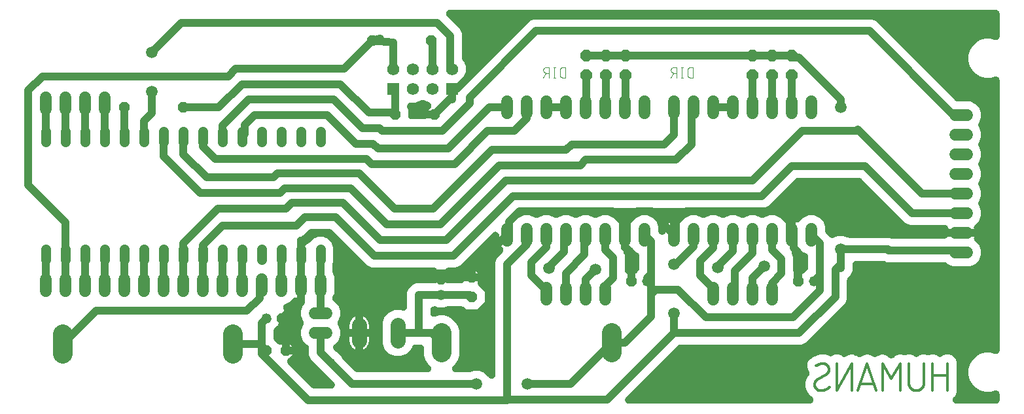
<source format=gbr>
G04 EAGLE Gerber RS-274X export*
G75*
%MOMM*%
%FSLAX34Y34*%
%LPD*%
%INBottom Copper*%
%IPPOS*%
%AMOC8*
5,1,8,0,0,1.08239X$1,22.5*%
G01*
%ADD10C,0.101600*%
%ADD11C,0.304800*%
%ADD12C,1.524000*%
%ADD13C,1.308000*%
%ADD14C,1.981200*%
%ADD15P,1.649562X8X202.500000*%
%ADD16R,1.575000X1.575000*%
%ADD17C,1.575000*%
%ADD18P,1.429621X8X22.500000*%
%ADD19P,1.429621X8X202.500000*%
%ADD20C,1.320800*%
%ADD21P,1.429621X8X112.500000*%
%ADD22C,2.540000*%
%ADD23C,1.000000*%
%ADD24C,1.500000*%

G36*
X1039151Y264161D02*
X1039151Y264161D01*
X1039162Y264161D01*
X1039470Y264182D01*
X1039771Y264201D01*
X1039782Y264203D01*
X1039793Y264203D01*
X1040093Y264262D01*
X1040392Y264320D01*
X1040403Y264323D01*
X1040413Y264325D01*
X1040702Y264421D01*
X1040993Y264517D01*
X1041003Y264521D01*
X1041013Y264525D01*
X1041286Y264656D01*
X1041564Y264787D01*
X1041573Y264793D01*
X1041583Y264798D01*
X1041837Y264962D01*
X1042096Y265128D01*
X1042105Y265135D01*
X1042114Y265141D01*
X1042348Y265339D01*
X1042582Y265533D01*
X1042589Y265541D01*
X1042597Y265548D01*
X1042806Y265775D01*
X1043012Y265997D01*
X1043018Y266005D01*
X1043025Y266013D01*
X1043204Y266265D01*
X1043380Y266510D01*
X1043385Y266520D01*
X1043391Y266529D01*
X1043537Y266801D01*
X1043680Y267066D01*
X1043684Y267076D01*
X1043689Y267086D01*
X1043798Y267371D01*
X1043908Y267656D01*
X1043911Y267667D01*
X1043915Y267676D01*
X1043986Y267972D01*
X1044060Y268270D01*
X1044061Y268280D01*
X1044064Y268291D01*
X1044098Y268595D01*
X1044133Y268897D01*
X1044133Y268908D01*
X1044134Y268919D01*
X1044129Y269227D01*
X1044126Y269530D01*
X1044125Y269540D01*
X1044125Y269551D01*
X1044081Y269856D01*
X1044040Y270156D01*
X1044037Y270166D01*
X1044035Y270177D01*
X1043954Y270474D01*
X1043875Y270766D01*
X1043871Y270776D01*
X1043868Y270786D01*
X1043750Y271069D01*
X1043634Y271350D01*
X1043629Y271360D01*
X1043625Y271370D01*
X1043476Y271630D01*
X1043322Y271900D01*
X1043316Y271909D01*
X1043310Y271918D01*
X1043126Y272162D01*
X1042943Y272406D01*
X1042936Y272413D01*
X1042929Y272422D01*
X1042715Y272641D01*
X1042503Y272860D01*
X1042495Y272866D01*
X1042487Y272874D01*
X1042079Y273204D01*
X1039765Y274886D01*
X1036169Y279836D01*
X1034278Y285654D01*
X1034278Y292111D01*
X1036583Y298502D01*
X1038096Y300328D01*
X1038231Y300513D01*
X1038373Y300694D01*
X1038417Y300769D01*
X1038468Y300839D01*
X1038578Y301040D01*
X1038696Y301238D01*
X1038731Y301317D01*
X1038772Y301393D01*
X1038857Y301606D01*
X1038948Y301817D01*
X1038973Y301900D01*
X1039004Y301981D01*
X1039061Y302204D01*
X1039125Y302424D01*
X1039139Y302509D01*
X1039160Y302593D01*
X1039189Y302822D01*
X1039225Y303048D01*
X1039227Y303135D01*
X1039238Y303221D01*
X1039237Y303451D01*
X1039244Y303680D01*
X1039236Y303766D01*
X1039236Y303853D01*
X1039206Y304081D01*
X1039184Y304309D01*
X1039165Y304393D01*
X1039153Y304479D01*
X1039095Y304702D01*
X1039045Y304926D01*
X1039015Y305007D01*
X1038993Y305091D01*
X1038907Y305304D01*
X1038829Y305520D01*
X1038789Y305597D01*
X1038757Y305677D01*
X1038644Y305878D01*
X1038539Y306082D01*
X1038485Y306163D01*
X1038448Y306229D01*
X1038368Y306337D01*
X1038247Y306518D01*
X1037155Y307974D01*
X1036017Y312415D01*
X1036665Y316954D01*
X1039001Y320899D01*
X1040835Y322275D01*
X1044227Y324819D01*
X1052273Y327501D01*
X1059572Y327501D01*
X1064830Y325792D01*
X1065062Y325733D01*
X1065292Y325666D01*
X1065368Y325654D01*
X1065443Y325635D01*
X1065680Y325606D01*
X1065916Y325569D01*
X1065993Y325566D01*
X1066070Y325557D01*
X1066309Y325557D01*
X1066548Y325550D01*
X1066625Y325558D01*
X1066702Y325558D01*
X1066940Y325589D01*
X1067177Y325612D01*
X1067252Y325629D01*
X1067329Y325639D01*
X1067561Y325700D01*
X1067793Y325753D01*
X1067875Y325782D01*
X1067941Y325799D01*
X1068068Y325850D01*
X1068288Y325928D01*
X1072085Y327501D01*
X1076670Y327501D01*
X1080989Y325712D01*
X1081054Y325655D01*
X1081207Y325551D01*
X1081354Y325439D01*
X1081468Y325374D01*
X1081577Y325300D01*
X1081742Y325216D01*
X1081902Y325124D01*
X1082023Y325074D01*
X1082141Y325015D01*
X1082315Y324952D01*
X1082486Y324881D01*
X1082612Y324846D01*
X1082736Y324802D01*
X1082917Y324763D01*
X1083095Y324713D01*
X1083225Y324695D01*
X1083353Y324667D01*
X1083538Y324650D01*
X1083721Y324624D01*
X1083852Y324622D01*
X1083983Y324610D01*
X1084168Y324617D01*
X1084353Y324614D01*
X1084484Y324629D01*
X1084615Y324634D01*
X1084797Y324664D01*
X1084981Y324684D01*
X1085109Y324715D01*
X1085238Y324737D01*
X1085415Y324789D01*
X1085596Y324833D01*
X1085718Y324880D01*
X1085844Y324917D01*
X1086013Y324992D01*
X1086186Y325058D01*
X1086302Y325120D01*
X1086422Y325173D01*
X1086581Y325269D01*
X1086744Y325356D01*
X1086851Y325432D01*
X1086963Y325500D01*
X1087108Y325615D01*
X1087253Y325718D01*
X1087303Y325738D01*
X1087407Y325789D01*
X1087516Y325832D01*
X1087691Y325928D01*
X1087870Y326016D01*
X1087968Y326080D01*
X1088070Y326137D01*
X1088281Y326287D01*
X1088398Y326364D01*
X1088440Y326400D01*
X1088477Y326427D01*
X1089775Y326797D01*
X1089797Y326805D01*
X1089820Y326810D01*
X1090315Y326986D01*
X1091563Y327502D01*
X1091653Y327508D01*
X1091770Y327506D01*
X1091968Y327528D01*
X1092168Y327541D01*
X1092282Y327563D01*
X1092398Y327576D01*
X1092650Y327633D01*
X1092788Y327660D01*
X1092842Y327677D01*
X1092886Y327687D01*
X1094227Y327533D01*
X1094250Y327532D01*
X1094273Y327528D01*
X1094797Y327501D01*
X1096148Y327501D01*
X1096234Y327471D01*
X1096341Y327425D01*
X1096532Y327369D01*
X1096721Y327305D01*
X1096836Y327281D01*
X1096948Y327248D01*
X1097203Y327205D01*
X1097340Y327177D01*
X1097396Y327173D01*
X1097441Y327165D01*
X1098621Y326510D01*
X1098642Y326500D01*
X1098662Y326487D01*
X1099136Y326261D01*
X1100431Y325725D01*
X1100650Y325532D01*
X1100661Y325525D01*
X1100671Y325516D01*
X1100920Y325349D01*
X1101173Y325177D01*
X1101185Y325171D01*
X1101196Y325164D01*
X1101464Y325030D01*
X1101737Y324892D01*
X1101750Y324887D01*
X1101761Y324881D01*
X1102047Y324781D01*
X1102332Y324679D01*
X1102345Y324676D01*
X1102358Y324672D01*
X1102657Y324608D01*
X1102950Y324544D01*
X1102963Y324543D01*
X1102976Y324540D01*
X1103280Y324514D01*
X1103579Y324487D01*
X1103593Y324488D01*
X1103606Y324487D01*
X1103908Y324499D01*
X1104211Y324511D01*
X1104224Y324513D01*
X1104237Y324513D01*
X1104536Y324564D01*
X1104835Y324614D01*
X1104847Y324617D01*
X1104860Y324620D01*
X1105151Y324708D01*
X1105440Y324794D01*
X1105452Y324800D01*
X1105465Y324803D01*
X1105946Y325013D01*
X1106625Y325352D01*
X1106666Y325377D01*
X1106710Y325396D01*
X1106940Y325536D01*
X1107171Y325670D01*
X1107209Y325699D01*
X1107250Y325725D01*
X1107665Y326047D01*
X1107823Y326184D01*
X1108883Y326538D01*
X1108969Y326573D01*
X1109057Y326599D01*
X1109346Y326725D01*
X1109469Y326775D01*
X1109499Y326792D01*
X1109538Y326809D01*
X1110538Y327309D01*
X1110747Y327324D01*
X1110795Y327331D01*
X1110843Y327332D01*
X1111107Y327373D01*
X1111373Y327409D01*
X1111420Y327421D01*
X1111468Y327428D01*
X1111974Y327568D01*
X1112172Y327634D01*
X1113287Y327555D01*
X1113380Y327554D01*
X1113471Y327545D01*
X1113788Y327551D01*
X1113920Y327550D01*
X1113954Y327554D01*
X1113996Y327555D01*
X1115112Y327634D01*
X1115310Y327568D01*
X1115357Y327556D01*
X1115402Y327539D01*
X1115662Y327475D01*
X1115921Y327406D01*
X1115969Y327400D01*
X1116016Y327389D01*
X1116537Y327324D01*
X1116745Y327309D01*
X1117745Y326809D01*
X1117830Y326773D01*
X1117912Y326730D01*
X1118206Y326614D01*
X1118328Y326563D01*
X1118361Y326554D01*
X1118400Y326538D01*
X1119461Y326184D01*
X1119619Y326047D01*
X1119658Y326018D01*
X1119692Y325985D01*
X1119909Y325827D01*
X1120122Y325664D01*
X1120164Y325640D01*
X1120202Y325612D01*
X1120659Y325352D01*
X1121309Y325027D01*
X1121321Y325022D01*
X1121333Y325016D01*
X1121614Y324898D01*
X1121891Y324781D01*
X1121904Y324777D01*
X1121916Y324772D01*
X1122209Y324692D01*
X1122500Y324610D01*
X1122513Y324608D01*
X1122526Y324605D01*
X1122828Y324561D01*
X1123125Y324517D01*
X1123138Y324517D01*
X1123151Y324515D01*
X1123456Y324510D01*
X1123757Y324504D01*
X1123770Y324506D01*
X1123783Y324505D01*
X1124086Y324539D01*
X1124386Y324571D01*
X1124398Y324574D01*
X1124411Y324575D01*
X1124708Y324647D01*
X1125001Y324716D01*
X1125013Y324721D01*
X1125026Y324724D01*
X1125308Y324832D01*
X1125593Y324938D01*
X1125604Y324944D01*
X1125616Y324949D01*
X1125883Y325091D01*
X1126152Y325233D01*
X1126162Y325241D01*
X1126174Y325247D01*
X1126418Y325420D01*
X1126669Y325596D01*
X1126679Y325605D01*
X1126690Y325613D01*
X1126817Y325728D01*
X1127850Y326156D01*
X1127946Y326202D01*
X1128046Y326241D01*
X1128293Y326373D01*
X1128418Y326434D01*
X1128457Y326460D01*
X1128509Y326487D01*
X1129427Y327038D01*
X1129682Y327076D01*
X1129715Y327083D01*
X1129748Y327086D01*
X1130023Y327149D01*
X1130300Y327208D01*
X1130332Y327219D01*
X1130365Y327227D01*
X1130859Y327402D01*
X1131098Y327501D01*
X1132168Y327501D01*
X1132274Y327507D01*
X1132381Y327505D01*
X1132660Y327532D01*
X1132798Y327541D01*
X1132844Y327550D01*
X1132903Y327555D01*
X1133962Y327713D01*
X1134212Y327650D01*
X1134245Y327644D01*
X1134277Y327634D01*
X1134556Y327587D01*
X1134834Y327536D01*
X1134867Y327534D01*
X1134900Y327528D01*
X1135425Y327501D01*
X1135683Y327501D01*
X1136671Y327091D01*
X1136772Y327057D01*
X1136870Y327014D01*
X1137137Y326932D01*
X1137269Y326887D01*
X1137315Y326877D01*
X1137372Y326860D01*
X1138409Y326601D01*
X1138617Y326447D01*
X1138645Y326429D01*
X1138671Y326407D01*
X1138910Y326257D01*
X1139148Y326103D01*
X1139178Y326089D01*
X1139206Y326071D01*
X1139680Y325845D01*
X1139919Y325746D01*
X1140675Y324990D01*
X1140755Y324919D01*
X1140829Y324842D01*
X1141045Y324664D01*
X1141149Y324572D01*
X1141188Y324546D01*
X1141234Y324508D01*
X1142098Y323867D01*
X1142165Y323825D01*
X1142226Y323776D01*
X1142430Y323653D01*
X1142629Y323524D01*
X1142700Y323490D01*
X1142768Y323449D01*
X1142985Y323353D01*
X1143199Y323250D01*
X1143274Y323225D01*
X1143346Y323193D01*
X1143573Y323126D01*
X1143798Y323051D01*
X1143876Y323035D01*
X1143952Y323013D01*
X1144186Y322974D01*
X1144419Y322928D01*
X1144497Y322923D01*
X1144575Y322910D01*
X1144813Y322901D01*
X1145049Y322885D01*
X1145128Y322890D01*
X1145207Y322887D01*
X1145443Y322908D01*
X1145680Y322922D01*
X1145758Y322936D01*
X1145836Y322944D01*
X1146068Y322994D01*
X1146301Y323038D01*
X1146377Y323062D01*
X1146454Y323079D01*
X1146677Y323159D01*
X1146903Y323232D01*
X1146975Y323265D01*
X1147049Y323292D01*
X1147261Y323399D01*
X1147476Y323500D01*
X1147542Y323542D01*
X1147613Y323578D01*
X1147912Y323776D01*
X1148010Y323838D01*
X1148027Y323852D01*
X1148051Y323868D01*
X1148915Y324508D01*
X1148996Y324577D01*
X1149084Y324639D01*
X1149292Y324826D01*
X1149398Y324916D01*
X1149430Y324950D01*
X1149474Y324990D01*
X1150230Y325746D01*
X1150469Y325845D01*
X1150499Y325860D01*
X1150530Y325871D01*
X1150782Y325999D01*
X1151036Y326123D01*
X1151064Y326142D01*
X1151094Y326157D01*
X1151532Y326447D01*
X1151739Y326601D01*
X1152777Y326860D01*
X1152879Y326892D01*
X1152983Y326916D01*
X1153247Y327010D01*
X1153379Y327052D01*
X1153422Y327072D01*
X1153478Y327091D01*
X1154466Y327501D01*
X1154724Y327501D01*
X1154757Y327503D01*
X1154791Y327501D01*
X1155074Y327523D01*
X1155355Y327541D01*
X1155388Y327547D01*
X1155421Y327550D01*
X1155937Y327650D01*
X1156187Y327713D01*
X1157245Y327555D01*
X1157352Y327546D01*
X1157457Y327528D01*
X1157737Y327514D01*
X1157875Y327502D01*
X1157922Y327504D01*
X1157981Y327501D01*
X1159051Y327501D01*
X1159289Y327402D01*
X1159321Y327391D01*
X1159351Y327377D01*
X1159620Y327289D01*
X1159887Y327197D01*
X1159920Y327191D01*
X1159952Y327180D01*
X1160467Y327076D01*
X1161078Y326985D01*
X1161184Y326946D01*
X1161353Y326908D01*
X1161518Y326860D01*
X1161660Y326838D01*
X1161800Y326806D01*
X1161972Y326789D01*
X1162143Y326762D01*
X1162287Y326758D01*
X1162430Y326744D01*
X1162602Y326749D01*
X1162775Y326744D01*
X1162918Y326758D01*
X1163061Y326762D01*
X1163232Y326789D01*
X1163404Y326806D01*
X1163544Y326838D01*
X1163686Y326860D01*
X1163851Y326908D01*
X1164020Y326946D01*
X1164180Y327003D01*
X1164293Y327036D01*
X1164385Y327076D01*
X1164515Y327121D01*
X1165430Y327501D01*
X1170015Y327501D01*
X1174334Y325712D01*
X1174399Y325655D01*
X1174552Y325551D01*
X1174699Y325439D01*
X1174813Y325374D01*
X1174922Y325300D01*
X1175087Y325216D01*
X1175247Y325124D01*
X1175368Y325074D01*
X1175486Y325015D01*
X1175660Y324952D01*
X1175831Y324881D01*
X1175957Y324846D01*
X1176081Y324802D01*
X1176262Y324763D01*
X1176440Y324713D01*
X1176570Y324695D01*
X1176698Y324667D01*
X1176883Y324650D01*
X1177066Y324624D01*
X1177197Y324622D01*
X1177328Y324610D01*
X1177513Y324617D01*
X1177698Y324614D01*
X1177829Y324629D01*
X1177960Y324634D01*
X1178142Y324664D01*
X1178326Y324684D01*
X1178454Y324715D01*
X1178583Y324737D01*
X1178760Y324789D01*
X1178941Y324833D01*
X1179063Y324880D01*
X1179189Y324917D01*
X1179358Y324992D01*
X1179531Y325058D01*
X1179647Y325120D01*
X1179767Y325173D01*
X1179926Y325269D01*
X1180089Y325356D01*
X1180196Y325432D01*
X1180308Y325500D01*
X1180453Y325615D01*
X1180598Y325717D01*
X1184904Y327501D01*
X1189488Y327501D01*
X1190786Y326963D01*
X1190899Y326925D01*
X1191009Y326877D01*
X1191198Y326822D01*
X1191384Y326759D01*
X1191501Y326735D01*
X1191616Y326701D01*
X1191811Y326671D01*
X1192003Y326631D01*
X1192122Y326622D01*
X1192240Y326604D01*
X1192437Y326598D01*
X1192634Y326583D01*
X1192753Y326589D01*
X1192872Y326586D01*
X1193068Y326605D01*
X1193265Y326615D01*
X1193383Y326636D01*
X1193501Y326647D01*
X1193693Y326691D01*
X1193887Y326726D01*
X1194001Y326761D01*
X1194118Y326788D01*
X1194357Y326873D01*
X1194491Y326914D01*
X1194543Y326939D01*
X1194613Y326963D01*
X1195910Y327501D01*
X1200495Y327501D01*
X1204814Y325712D01*
X1204879Y325655D01*
X1205032Y325551D01*
X1205179Y325439D01*
X1205293Y325374D01*
X1205402Y325300D01*
X1205567Y325216D01*
X1205727Y325124D01*
X1205848Y325074D01*
X1205966Y325015D01*
X1206140Y324952D01*
X1206311Y324881D01*
X1206437Y324846D01*
X1206561Y324802D01*
X1206742Y324763D01*
X1206920Y324713D01*
X1207050Y324695D01*
X1207178Y324667D01*
X1207363Y324650D01*
X1207546Y324624D01*
X1207677Y324622D01*
X1207808Y324610D01*
X1207993Y324617D01*
X1208178Y324614D01*
X1208309Y324629D01*
X1208440Y324634D01*
X1208622Y324664D01*
X1208806Y324684D01*
X1208934Y324715D01*
X1209063Y324737D01*
X1209240Y324789D01*
X1209421Y324833D01*
X1209543Y324880D01*
X1209669Y324917D01*
X1209838Y324992D01*
X1210011Y325058D01*
X1210127Y325120D01*
X1210247Y325173D01*
X1210406Y325269D01*
X1210569Y325356D01*
X1210676Y325432D01*
X1210788Y325500D01*
X1210933Y325615D01*
X1211078Y325717D01*
X1215384Y327501D01*
X1219968Y327501D01*
X1224204Y325746D01*
X1227446Y322504D01*
X1229201Y318268D01*
X1229201Y278632D01*
X1227446Y274396D01*
X1225745Y272695D01*
X1225580Y272507D01*
X1225409Y272323D01*
X1225371Y272270D01*
X1225328Y272221D01*
X1225187Y272013D01*
X1225041Y271810D01*
X1225010Y271752D01*
X1224973Y271697D01*
X1224860Y271474D01*
X1224741Y271254D01*
X1224717Y271192D01*
X1224687Y271134D01*
X1224603Y270898D01*
X1224513Y270664D01*
X1224497Y270600D01*
X1224475Y270538D01*
X1224421Y270294D01*
X1224361Y270050D01*
X1224353Y269985D01*
X1224339Y269921D01*
X1224317Y269671D01*
X1224288Y269423D01*
X1224289Y269357D01*
X1224283Y269291D01*
X1224292Y269040D01*
X1224295Y268790D01*
X1224304Y268725D01*
X1224306Y268660D01*
X1224347Y268412D01*
X1224381Y268164D01*
X1224398Y268101D01*
X1224409Y268036D01*
X1224481Y267796D01*
X1224546Y267554D01*
X1224571Y267493D01*
X1224590Y267430D01*
X1224691Y267201D01*
X1224787Y266970D01*
X1224819Y266912D01*
X1224846Y266852D01*
X1224975Y266638D01*
X1225099Y266420D01*
X1225138Y266367D01*
X1225172Y266311D01*
X1225328Y266115D01*
X1225478Y265914D01*
X1225524Y265867D01*
X1225565Y265816D01*
X1225744Y265640D01*
X1225918Y265460D01*
X1225969Y265419D01*
X1226016Y265373D01*
X1226216Y265222D01*
X1226412Y265066D01*
X1226468Y265031D01*
X1226520Y264992D01*
X1226737Y264867D01*
X1226951Y264736D01*
X1227011Y264709D01*
X1227068Y264677D01*
X1227300Y264580D01*
X1227528Y264478D01*
X1227591Y264459D01*
X1227652Y264433D01*
X1227893Y264367D01*
X1228133Y264294D01*
X1228198Y264283D01*
X1228261Y264266D01*
X1228508Y264230D01*
X1228756Y264188D01*
X1228830Y264184D01*
X1228887Y264176D01*
X1229026Y264174D01*
X1229280Y264161D01*
X1280040Y264161D01*
X1280225Y264172D01*
X1280410Y264174D01*
X1280540Y264192D01*
X1280671Y264201D01*
X1280852Y264236D01*
X1281036Y264261D01*
X1281162Y264295D01*
X1281292Y264320D01*
X1281468Y264378D01*
X1281646Y264426D01*
X1281767Y264476D01*
X1281892Y264517D01*
X1282060Y264596D01*
X1282230Y264666D01*
X1282345Y264731D01*
X1282463Y264787D01*
X1282619Y264887D01*
X1282780Y264978D01*
X1282885Y265057D01*
X1282996Y265128D01*
X1283138Y265247D01*
X1283286Y265358D01*
X1283380Y265449D01*
X1283481Y265533D01*
X1283607Y265669D01*
X1283740Y265798D01*
X1283822Y265900D01*
X1283911Y265997D01*
X1284019Y266147D01*
X1284134Y266291D01*
X1284203Y266404D01*
X1284279Y266510D01*
X1284367Y266673D01*
X1284464Y266831D01*
X1284517Y266951D01*
X1284580Y267066D01*
X1284646Y267239D01*
X1284722Y267408D01*
X1284760Y267533D01*
X1284808Y267656D01*
X1284852Y267836D01*
X1284906Y268013D01*
X1284928Y268142D01*
X1284959Y268270D01*
X1284981Y268453D01*
X1285012Y268636D01*
X1285020Y268789D01*
X1285032Y268897D01*
X1285031Y269006D01*
X1285039Y269160D01*
X1285039Y276266D01*
X1285026Y276472D01*
X1285022Y276680D01*
X1285006Y276788D01*
X1284999Y276897D01*
X1284960Y277100D01*
X1284930Y277305D01*
X1284901Y277410D01*
X1284880Y277518D01*
X1284816Y277715D01*
X1284760Y277914D01*
X1284718Y278014D01*
X1284683Y278119D01*
X1284595Y278306D01*
X1284514Y278496D01*
X1284460Y278591D01*
X1284413Y278690D01*
X1284301Y278864D01*
X1284197Y279043D01*
X1284131Y279130D01*
X1284072Y279222D01*
X1283939Y279381D01*
X1283814Y279545D01*
X1283737Y279623D01*
X1283667Y279707D01*
X1283515Y279848D01*
X1283370Y279995D01*
X1283284Y280063D01*
X1283203Y280137D01*
X1283036Y280258D01*
X1282873Y280386D01*
X1282779Y280442D01*
X1282690Y280506D01*
X1282508Y280604D01*
X1282330Y280710D01*
X1282230Y280754D01*
X1282134Y280806D01*
X1281940Y280881D01*
X1281751Y280964D01*
X1281646Y280994D01*
X1281544Y281034D01*
X1281343Y281084D01*
X1281145Y281142D01*
X1281036Y281159D01*
X1280930Y281186D01*
X1280725Y281209D01*
X1280521Y281242D01*
X1280411Y281246D01*
X1280303Y281259D01*
X1280096Y281256D01*
X1279889Y281263D01*
X1279780Y281253D01*
X1279670Y281252D01*
X1279466Y281224D01*
X1279260Y281204D01*
X1279137Y281178D01*
X1279044Y281165D01*
X1278926Y281133D01*
X1278746Y281095D01*
X1273312Y279639D01*
X1266688Y279639D01*
X1260288Y281354D01*
X1254551Y284666D01*
X1249866Y289351D01*
X1246554Y295088D01*
X1244839Y301488D01*
X1244839Y308112D01*
X1246554Y314512D01*
X1249866Y320249D01*
X1254551Y324934D01*
X1260288Y328246D01*
X1266688Y329961D01*
X1273312Y329961D01*
X1278746Y328505D01*
X1278949Y328464D01*
X1279150Y328414D01*
X1279258Y328402D01*
X1279366Y328380D01*
X1279572Y328365D01*
X1279777Y328341D01*
X1279887Y328343D01*
X1279996Y328335D01*
X1280203Y328346D01*
X1280410Y328348D01*
X1280518Y328363D01*
X1280627Y328369D01*
X1280831Y328406D01*
X1281036Y328435D01*
X1281142Y328463D01*
X1281249Y328483D01*
X1281446Y328545D01*
X1281646Y328599D01*
X1281747Y328641D01*
X1281852Y328674D01*
X1282039Y328761D01*
X1282230Y328840D01*
X1282326Y328894D01*
X1282425Y328940D01*
X1282600Y329050D01*
X1282780Y329152D01*
X1282868Y329218D01*
X1282960Y329276D01*
X1283120Y329407D01*
X1283286Y329531D01*
X1283364Y329608D01*
X1283449Y329677D01*
X1283591Y329827D01*
X1283740Y329971D01*
X1283808Y330057D01*
X1283883Y330136D01*
X1284005Y330303D01*
X1284134Y330465D01*
X1284192Y330559D01*
X1284256Y330647D01*
X1284356Y330828D01*
X1284464Y331005D01*
X1284508Y331105D01*
X1284561Y331200D01*
X1284638Y331393D01*
X1284722Y331581D01*
X1284754Y331686D01*
X1284794Y331788D01*
X1284846Y331988D01*
X1284906Y332186D01*
X1284924Y332294D01*
X1284951Y332400D01*
X1284977Y332605D01*
X1285012Y332809D01*
X1285018Y332935D01*
X1285030Y333027D01*
X1285030Y333151D01*
X1285039Y333334D01*
X1285039Y682666D01*
X1285026Y682872D01*
X1285022Y683080D01*
X1285006Y683188D01*
X1284999Y683297D01*
X1284960Y683500D01*
X1284930Y683705D01*
X1284901Y683810D01*
X1284880Y683918D01*
X1284816Y684115D01*
X1284760Y684314D01*
X1284718Y684414D01*
X1284683Y684519D01*
X1284595Y684706D01*
X1284514Y684896D01*
X1284460Y684991D01*
X1284413Y685090D01*
X1284301Y685264D01*
X1284197Y685443D01*
X1284131Y685530D01*
X1284072Y685622D01*
X1283939Y685781D01*
X1283814Y685945D01*
X1283737Y686023D01*
X1283667Y686107D01*
X1283515Y686248D01*
X1283370Y686395D01*
X1283284Y686463D01*
X1283203Y686537D01*
X1283036Y686658D01*
X1282873Y686786D01*
X1282779Y686842D01*
X1282690Y686906D01*
X1282508Y687004D01*
X1282330Y687110D01*
X1282230Y687154D01*
X1282134Y687206D01*
X1281940Y687281D01*
X1281751Y687364D01*
X1281646Y687394D01*
X1281544Y687434D01*
X1281343Y687484D01*
X1281145Y687542D01*
X1281036Y687559D01*
X1280930Y687586D01*
X1280725Y687609D01*
X1280521Y687642D01*
X1280411Y687646D01*
X1280303Y687659D01*
X1280096Y687656D01*
X1279889Y687663D01*
X1279780Y687653D01*
X1279670Y687652D01*
X1279466Y687624D01*
X1279260Y687604D01*
X1279137Y687578D01*
X1279044Y687565D01*
X1278926Y687533D01*
X1278746Y687495D01*
X1273312Y686039D01*
X1266688Y686039D01*
X1260288Y687754D01*
X1254551Y691066D01*
X1249866Y695751D01*
X1246554Y701488D01*
X1244839Y707888D01*
X1244839Y714512D01*
X1246554Y720912D01*
X1249866Y726649D01*
X1254551Y731334D01*
X1260288Y734646D01*
X1266688Y736361D01*
X1273312Y736361D01*
X1278746Y734905D01*
X1278949Y734864D01*
X1279150Y734814D01*
X1279258Y734802D01*
X1279366Y734780D01*
X1279572Y734765D01*
X1279777Y734741D01*
X1279887Y734743D01*
X1279996Y734735D01*
X1280203Y734746D01*
X1280410Y734748D01*
X1280518Y734763D01*
X1280627Y734769D01*
X1280831Y734806D01*
X1281036Y734835D01*
X1281142Y734863D01*
X1281249Y734883D01*
X1281446Y734945D01*
X1281646Y734999D01*
X1281747Y735041D01*
X1281852Y735074D01*
X1282039Y735161D01*
X1282230Y735240D01*
X1282326Y735294D01*
X1282425Y735340D01*
X1282600Y735450D01*
X1282780Y735552D01*
X1282868Y735618D01*
X1282960Y735676D01*
X1283120Y735807D01*
X1283286Y735931D01*
X1283364Y736008D01*
X1283449Y736077D01*
X1283591Y736227D01*
X1283740Y736371D01*
X1283808Y736457D01*
X1283883Y736536D01*
X1284005Y736703D01*
X1284134Y736865D01*
X1284192Y736959D01*
X1284256Y737047D01*
X1284356Y737228D01*
X1284464Y737405D01*
X1284508Y737505D01*
X1284561Y737600D01*
X1284638Y737793D01*
X1284722Y737981D01*
X1284754Y738086D01*
X1284794Y738188D01*
X1284846Y738388D01*
X1284906Y738586D01*
X1284924Y738694D01*
X1284951Y738800D01*
X1284977Y739006D01*
X1285012Y739209D01*
X1285018Y739335D01*
X1285030Y739427D01*
X1285030Y739551D01*
X1285039Y739734D01*
X1285039Y768940D01*
X1285028Y769125D01*
X1285026Y769310D01*
X1285008Y769440D01*
X1284999Y769571D01*
X1284964Y769752D01*
X1284939Y769936D01*
X1284905Y770062D01*
X1284880Y770192D01*
X1284822Y770368D01*
X1284774Y770546D01*
X1284724Y770667D01*
X1284683Y770792D01*
X1284604Y770960D01*
X1284534Y771130D01*
X1284469Y771245D01*
X1284413Y771363D01*
X1284313Y771519D01*
X1284222Y771680D01*
X1284143Y771785D01*
X1284072Y771896D01*
X1283953Y772038D01*
X1283842Y772186D01*
X1283751Y772280D01*
X1283667Y772381D01*
X1283531Y772507D01*
X1283402Y772640D01*
X1283300Y772722D01*
X1283203Y772811D01*
X1283053Y772919D01*
X1282909Y773034D01*
X1282796Y773103D01*
X1282690Y773179D01*
X1282527Y773267D01*
X1282369Y773364D01*
X1282249Y773417D01*
X1282134Y773480D01*
X1281961Y773546D01*
X1281792Y773622D01*
X1281667Y773660D01*
X1281544Y773708D01*
X1281364Y773752D01*
X1281187Y773806D01*
X1281058Y773828D01*
X1280930Y773859D01*
X1280747Y773881D01*
X1280564Y773912D01*
X1280411Y773920D01*
X1280303Y773932D01*
X1280194Y773931D01*
X1280040Y773939D01*
X573867Y773939D01*
X573617Y773923D01*
X573367Y773914D01*
X573302Y773903D01*
X573236Y773899D01*
X572990Y773852D01*
X572743Y773811D01*
X572680Y773792D01*
X572615Y773780D01*
X572377Y773702D01*
X572137Y773630D01*
X572077Y773604D01*
X572015Y773583D01*
X571788Y773476D01*
X571559Y773375D01*
X571503Y773341D01*
X571443Y773313D01*
X571232Y773177D01*
X571018Y773048D01*
X570967Y773007D01*
X570911Y772972D01*
X570719Y772811D01*
X570522Y772656D01*
X570476Y772609D01*
X570426Y772567D01*
X570255Y772383D01*
X570080Y772204D01*
X570041Y772152D01*
X569996Y772103D01*
X569850Y771900D01*
X569699Y771700D01*
X569666Y771643D01*
X569628Y771590D01*
X569509Y771370D01*
X569384Y771152D01*
X569358Y771091D01*
X569327Y771034D01*
X569237Y770800D01*
X569140Y770569D01*
X569123Y770505D01*
X569099Y770444D01*
X569039Y770201D01*
X568973Y769959D01*
X568963Y769894D01*
X568948Y769830D01*
X568919Y769582D01*
X568883Y769334D01*
X568882Y769268D01*
X568875Y769203D01*
X568877Y768953D01*
X568873Y768702D01*
X568881Y768636D01*
X568881Y768570D01*
X568916Y768323D01*
X568943Y768073D01*
X568959Y768009D01*
X568968Y767944D01*
X569033Y767703D01*
X569092Y767459D01*
X569116Y767397D01*
X569133Y767334D01*
X569228Y767103D01*
X569317Y766868D01*
X569348Y766810D01*
X569373Y766750D01*
X569497Y766531D01*
X569615Y766311D01*
X569653Y766257D01*
X569685Y766200D01*
X569836Y765999D01*
X569981Y765795D01*
X570030Y765741D01*
X570065Y765694D01*
X570162Y765594D01*
X570332Y765405D01*
X586772Y748965D01*
X589056Y743452D01*
X589056Y712105D01*
X589063Y711986D01*
X589061Y711867D01*
X589083Y711671D01*
X589096Y711474D01*
X589118Y711357D01*
X589131Y711238D01*
X589178Y711047D01*
X589215Y710854D01*
X589252Y710740D01*
X589280Y710624D01*
X589350Y710440D01*
X589412Y710253D01*
X589463Y710145D01*
X589505Y710033D01*
X589598Y709860D01*
X589682Y709682D01*
X589747Y709581D01*
X589803Y709476D01*
X589917Y709316D01*
X590023Y709149D01*
X590100Y709058D01*
X590169Y708960D01*
X590339Y708772D01*
X590428Y708664D01*
X590471Y708625D01*
X590520Y708570D01*
X591734Y707356D01*
X594456Y700786D01*
X594456Y693674D01*
X592191Y688207D01*
X592100Y687939D01*
X592004Y687672D01*
X591997Y687640D01*
X591986Y687608D01*
X591929Y687331D01*
X591869Y687054D01*
X591866Y687021D01*
X591859Y686989D01*
X591837Y686708D01*
X591812Y686425D01*
X591813Y686392D01*
X591811Y686359D01*
X591825Y686077D01*
X591835Y685793D01*
X591841Y685761D01*
X591842Y685728D01*
X591892Y685449D01*
X591938Y685169D01*
X591948Y685138D01*
X591954Y685106D01*
X592038Y684835D01*
X592119Y684564D01*
X592132Y684534D01*
X592142Y684502D01*
X592261Y684244D01*
X592375Y683986D01*
X592392Y683957D01*
X592406Y683928D01*
X592555Y683687D01*
X592702Y683444D01*
X592722Y683419D01*
X592739Y683391D01*
X592918Y683171D01*
X593094Y682949D01*
X593117Y682926D01*
X593138Y682900D01*
X593343Y682705D01*
X593546Y682507D01*
X593572Y682487D01*
X593596Y682464D01*
X593823Y682296D01*
X594049Y682125D01*
X594078Y682109D01*
X594104Y682089D01*
X594352Y681952D01*
X594598Y681810D01*
X594628Y681798D01*
X594657Y681782D01*
X594919Y681676D01*
X595181Y681567D01*
X595213Y681558D01*
X595243Y681546D01*
X595516Y681475D01*
X595790Y681399D01*
X595823Y681394D01*
X595855Y681386D01*
X596134Y681350D01*
X596416Y681310D01*
X596449Y681309D01*
X596482Y681305D01*
X596764Y681304D01*
X597048Y681300D01*
X597081Y681303D01*
X597114Y681303D01*
X597395Y681338D01*
X597676Y681370D01*
X597708Y681378D01*
X597741Y681382D01*
X598015Y681452D01*
X598291Y681519D01*
X598321Y681530D01*
X598353Y681538D01*
X598616Y681643D01*
X598881Y681744D01*
X598910Y681759D01*
X598941Y681771D01*
X599189Y681908D01*
X599439Y682041D01*
X599466Y682060D01*
X599494Y682076D01*
X599724Y682244D01*
X599954Y682407D01*
X599981Y682431D01*
X600005Y682449D01*
X600098Y682536D01*
X600345Y682758D01*
X676823Y759237D01*
X682337Y761521D01*
X1119554Y761521D01*
X1125067Y759237D01*
X1129990Y754314D01*
X1227679Y656625D01*
X1227769Y656546D01*
X1227852Y656460D01*
X1228006Y656337D01*
X1228154Y656207D01*
X1228252Y656140D01*
X1228346Y656066D01*
X1228514Y655963D01*
X1228677Y655853D01*
X1228783Y655799D01*
X1228885Y655736D01*
X1229065Y655656D01*
X1229241Y655567D01*
X1229353Y655527D01*
X1229462Y655478D01*
X1229651Y655421D01*
X1229836Y655354D01*
X1229952Y655329D01*
X1230067Y655294D01*
X1230261Y655261D01*
X1230453Y655219D01*
X1230572Y655208D01*
X1230690Y655188D01*
X1230944Y655175D01*
X1231083Y655162D01*
X1231141Y655165D01*
X1231214Y655161D01*
X1246835Y655161D01*
X1253311Y652478D01*
X1258268Y647521D01*
X1260951Y641045D01*
X1260951Y634035D01*
X1257934Y626753D01*
X1257896Y626640D01*
X1257848Y626531D01*
X1257794Y626341D01*
X1257730Y626155D01*
X1257706Y626038D01*
X1257673Y625923D01*
X1257642Y625729D01*
X1257603Y625536D01*
X1257594Y625417D01*
X1257575Y625299D01*
X1257569Y625102D01*
X1257554Y624906D01*
X1257560Y624786D01*
X1257557Y624667D01*
X1257576Y624471D01*
X1257586Y624274D01*
X1257607Y624157D01*
X1257619Y624038D01*
X1257662Y623846D01*
X1257697Y623652D01*
X1257733Y623538D01*
X1257759Y623422D01*
X1257844Y623183D01*
X1257886Y623049D01*
X1257910Y622996D01*
X1257934Y622927D01*
X1260951Y615645D01*
X1260951Y608635D01*
X1257934Y601353D01*
X1257896Y601240D01*
X1257848Y601131D01*
X1257794Y600941D01*
X1257730Y600755D01*
X1257706Y600638D01*
X1257673Y600523D01*
X1257642Y600329D01*
X1257603Y600136D01*
X1257594Y600017D01*
X1257575Y599899D01*
X1257569Y599702D01*
X1257554Y599506D01*
X1257560Y599386D01*
X1257557Y599267D01*
X1257576Y599071D01*
X1257586Y598874D01*
X1257607Y598757D01*
X1257619Y598638D01*
X1257662Y598446D01*
X1257697Y598252D01*
X1257733Y598138D01*
X1257759Y598022D01*
X1257844Y597783D01*
X1257886Y597649D01*
X1257910Y597596D01*
X1257934Y597527D01*
X1260951Y590245D01*
X1260951Y583235D01*
X1257934Y575953D01*
X1257896Y575840D01*
X1257848Y575731D01*
X1257794Y575541D01*
X1257730Y575355D01*
X1257706Y575238D01*
X1257673Y575123D01*
X1257642Y574929D01*
X1257603Y574736D01*
X1257594Y574617D01*
X1257575Y574499D01*
X1257569Y574302D01*
X1257554Y574106D01*
X1257560Y573986D01*
X1257557Y573867D01*
X1257576Y573671D01*
X1257586Y573474D01*
X1257607Y573357D01*
X1257619Y573238D01*
X1257662Y573046D01*
X1257697Y572852D01*
X1257733Y572738D01*
X1257759Y572622D01*
X1257844Y572383D01*
X1257886Y572249D01*
X1257910Y572196D01*
X1257934Y572127D01*
X1260951Y564845D01*
X1260951Y557835D01*
X1257934Y550553D01*
X1257896Y550440D01*
X1257848Y550331D01*
X1257794Y550141D01*
X1257730Y549955D01*
X1257706Y549838D01*
X1257673Y549723D01*
X1257642Y549529D01*
X1257603Y549336D01*
X1257594Y549217D01*
X1257575Y549099D01*
X1257569Y548902D01*
X1257554Y548706D01*
X1257560Y548586D01*
X1257557Y548467D01*
X1257576Y548271D01*
X1257586Y548074D01*
X1257607Y547957D01*
X1257619Y547838D01*
X1257662Y547646D01*
X1257697Y547452D01*
X1257733Y547338D01*
X1257759Y547222D01*
X1257844Y546983D01*
X1257886Y546849D01*
X1257910Y546796D01*
X1257934Y546727D01*
X1260951Y539445D01*
X1260951Y532435D01*
X1257934Y525153D01*
X1257896Y525040D01*
X1257848Y524931D01*
X1257794Y524741D01*
X1257730Y524555D01*
X1257706Y524438D01*
X1257673Y524323D01*
X1257642Y524129D01*
X1257603Y523936D01*
X1257594Y523817D01*
X1257575Y523699D01*
X1257569Y523502D01*
X1257554Y523306D01*
X1257560Y523186D01*
X1257557Y523067D01*
X1257576Y522871D01*
X1257586Y522674D01*
X1257607Y522557D01*
X1257619Y522438D01*
X1257662Y522246D01*
X1257697Y522052D01*
X1257733Y521938D01*
X1257759Y521822D01*
X1257844Y521583D01*
X1257886Y521449D01*
X1257910Y521396D01*
X1257934Y521327D01*
X1260951Y514045D01*
X1260951Y507035D01*
X1258268Y500559D01*
X1253291Y495581D01*
X1253269Y495557D01*
X1253245Y495535D01*
X1253060Y495320D01*
X1252873Y495107D01*
X1252855Y495080D01*
X1252834Y495056D01*
X1252677Y494817D01*
X1252518Y494584D01*
X1252504Y494555D01*
X1252486Y494528D01*
X1252360Y494272D01*
X1252232Y494020D01*
X1252222Y493989D01*
X1252207Y493960D01*
X1252116Y493692D01*
X1252020Y493424D01*
X1252013Y493393D01*
X1252003Y493362D01*
X1251945Y493084D01*
X1251885Y492807D01*
X1251882Y492775D01*
X1251875Y492743D01*
X1251853Y492460D01*
X1251828Y492177D01*
X1251829Y492145D01*
X1251827Y492113D01*
X1251841Y491830D01*
X1251851Y491546D01*
X1251857Y491514D01*
X1251858Y491482D01*
X1251908Y491202D01*
X1251954Y490922D01*
X1251964Y490891D01*
X1251969Y490859D01*
X1252054Y490588D01*
X1252135Y490316D01*
X1252148Y490287D01*
X1252158Y490256D01*
X1252210Y490139D01*
X1235710Y490139D01*
X1218882Y490139D01*
X1218894Y490235D01*
X1218894Y490256D01*
X1218897Y490277D01*
X1218894Y490571D01*
X1218893Y490867D01*
X1218890Y490888D01*
X1218890Y490910D01*
X1218850Y491202D01*
X1218812Y491494D01*
X1218807Y491514D01*
X1218804Y491536D01*
X1218727Y491820D01*
X1218652Y492105D01*
X1218644Y492125D01*
X1218639Y492146D01*
X1218527Y492416D01*
X1218417Y492692D01*
X1218406Y492711D01*
X1218398Y492730D01*
X1218253Y492986D01*
X1218109Y493244D01*
X1218097Y493261D01*
X1218086Y493280D01*
X1217910Y493515D01*
X1217735Y493753D01*
X1217720Y493769D01*
X1217707Y493786D01*
X1217502Y493997D01*
X1217299Y494211D01*
X1217282Y494224D01*
X1217267Y494240D01*
X1217035Y494425D01*
X1216808Y494609D01*
X1216790Y494621D01*
X1216773Y494634D01*
X1216520Y494789D01*
X1216272Y494943D01*
X1216252Y494952D01*
X1216234Y494964D01*
X1215964Y495084D01*
X1215697Y495207D01*
X1215676Y495213D01*
X1215657Y495222D01*
X1215374Y495308D01*
X1215094Y495396D01*
X1215073Y495400D01*
X1215052Y495406D01*
X1214761Y495455D01*
X1214472Y495507D01*
X1214450Y495508D01*
X1214429Y495512D01*
X1213904Y495539D01*
X1169226Y495539D01*
X1163713Y497823D01*
X1106501Y555035D01*
X1106411Y555114D01*
X1106328Y555200D01*
X1106174Y555323D01*
X1106026Y555453D01*
X1105928Y555520D01*
X1105834Y555594D01*
X1105666Y555697D01*
X1105503Y555807D01*
X1105397Y555861D01*
X1105295Y555924D01*
X1105115Y556004D01*
X1104939Y556093D01*
X1104827Y556133D01*
X1104718Y556182D01*
X1104529Y556239D01*
X1104344Y556306D01*
X1104228Y556331D01*
X1104113Y556366D01*
X1103919Y556399D01*
X1103727Y556441D01*
X1103608Y556452D01*
X1103490Y556472D01*
X1103236Y556485D01*
X1103097Y556498D01*
X1103039Y556495D01*
X1102966Y556499D01*
X1024284Y556499D01*
X1024165Y556492D01*
X1024046Y556494D01*
X1023850Y556472D01*
X1023653Y556459D01*
X1023536Y556437D01*
X1023418Y556424D01*
X1023226Y556377D01*
X1023033Y556340D01*
X1022919Y556303D01*
X1022803Y556275D01*
X1022619Y556205D01*
X1022432Y556143D01*
X1022324Y556092D01*
X1022213Y556050D01*
X1022039Y555957D01*
X1021861Y555873D01*
X1021760Y555808D01*
X1021655Y555752D01*
X1021495Y555638D01*
X1021328Y555532D01*
X1021237Y555455D01*
X1021140Y555386D01*
X1020951Y555216D01*
X1020843Y555127D01*
X1020804Y555084D01*
X1020749Y555035D01*
X985837Y520123D01*
X980324Y517839D01*
X663730Y517839D01*
X663611Y517832D01*
X663492Y517834D01*
X663296Y517812D01*
X663100Y517799D01*
X662983Y517777D01*
X662864Y517764D01*
X662672Y517717D01*
X662479Y517680D01*
X662365Y517643D01*
X662249Y517615D01*
X662066Y517545D01*
X661878Y517483D01*
X661770Y517432D01*
X661659Y517390D01*
X661485Y517297D01*
X661307Y517213D01*
X661206Y517148D01*
X661101Y517092D01*
X660941Y516978D01*
X660775Y516872D01*
X660683Y516795D01*
X660586Y516726D01*
X660397Y516556D01*
X660289Y516467D01*
X660250Y516424D01*
X660195Y516375D01*
X651071Y507251D01*
X651044Y507220D01*
X651014Y507193D01*
X650835Y506983D01*
X650653Y506776D01*
X650630Y506743D01*
X650604Y506712D01*
X650453Y506481D01*
X650299Y506253D01*
X650280Y506217D01*
X650258Y506183D01*
X650137Y505935D01*
X650013Y505689D01*
X649999Y505651D01*
X649981Y505615D01*
X649893Y505354D01*
X649800Y505094D01*
X649792Y505054D01*
X649779Y505016D01*
X649724Y504746D01*
X649665Y504477D01*
X649661Y504436D01*
X649653Y504397D01*
X649633Y504122D01*
X649608Y503847D01*
X649610Y503806D01*
X649607Y503766D01*
X649622Y503491D01*
X649632Y503215D01*
X649638Y503175D01*
X649641Y503135D01*
X649690Y502864D01*
X649735Y502592D01*
X649746Y502553D01*
X649754Y502513D01*
X649837Y502249D01*
X649915Y501986D01*
X649932Y501949D01*
X649944Y501910D01*
X650060Y501660D01*
X650171Y501408D01*
X650192Y501373D01*
X650209Y501336D01*
X650355Y501103D01*
X650498Y500867D01*
X650523Y500835D01*
X650545Y500801D01*
X650719Y500587D01*
X650890Y500371D01*
X650919Y500343D01*
X650945Y500311D01*
X651146Y500121D01*
X651342Y499929D01*
X651374Y499905D01*
X651404Y499877D01*
X651626Y499714D01*
X651846Y499547D01*
X651881Y499527D01*
X651914Y499503D01*
X652370Y499244D01*
X652382Y499239D01*
X652394Y499232D01*
X652674Y499116D01*
X652952Y498998D01*
X652965Y498994D01*
X652977Y498989D01*
X653270Y498909D01*
X653561Y498827D01*
X653574Y498825D01*
X653587Y498821D01*
X653889Y498778D01*
X654186Y498734D01*
X654199Y498734D01*
X654213Y498732D01*
X654516Y498727D01*
X654818Y498721D01*
X654831Y498722D01*
X654845Y498722D01*
X655147Y498756D01*
X655447Y498788D01*
X655460Y498791D01*
X655473Y498792D01*
X655769Y498864D01*
X656062Y498933D01*
X656074Y498938D01*
X656087Y498941D01*
X656370Y499049D01*
X656654Y499155D01*
X656666Y499161D01*
X656678Y499166D01*
X656943Y499307D01*
X657213Y499450D01*
X657224Y499457D01*
X657235Y499464D01*
X657481Y499638D01*
X657730Y499813D01*
X657740Y499822D01*
X657751Y499829D01*
X658141Y500181D01*
X663119Y505158D01*
X669595Y507841D01*
X676605Y507841D01*
X683887Y504824D01*
X684000Y504786D01*
X684109Y504738D01*
X684299Y504684D01*
X684485Y504620D01*
X684602Y504596D01*
X684717Y504563D01*
X684911Y504532D01*
X685104Y504493D01*
X685223Y504484D01*
X685341Y504465D01*
X685538Y504459D01*
X685734Y504444D01*
X685854Y504450D01*
X685973Y504447D01*
X686169Y504466D01*
X686366Y504476D01*
X686483Y504497D01*
X686602Y504509D01*
X686794Y504552D01*
X686988Y504587D01*
X687102Y504623D01*
X687218Y504649D01*
X687457Y504734D01*
X687591Y504776D01*
X687644Y504800D01*
X687713Y504824D01*
X694995Y507841D01*
X702005Y507841D01*
X709287Y504824D01*
X709400Y504786D01*
X709509Y504738D01*
X709699Y504684D01*
X709885Y504620D01*
X710002Y504596D01*
X710117Y504563D01*
X710311Y504532D01*
X710504Y504493D01*
X710623Y504484D01*
X710741Y504465D01*
X710938Y504459D01*
X711134Y504444D01*
X711254Y504450D01*
X711373Y504447D01*
X711569Y504466D01*
X711766Y504476D01*
X711883Y504497D01*
X712002Y504509D01*
X712194Y504552D01*
X712388Y504587D01*
X712502Y504623D01*
X712618Y504649D01*
X712857Y504734D01*
X712991Y504776D01*
X713044Y504800D01*
X713113Y504824D01*
X720395Y507841D01*
X727405Y507841D01*
X734687Y504824D01*
X734800Y504786D01*
X734909Y504738D01*
X735099Y504684D01*
X735285Y504620D01*
X735402Y504596D01*
X735517Y504563D01*
X735711Y504532D01*
X735904Y504493D01*
X736023Y504484D01*
X736141Y504465D01*
X736338Y504459D01*
X736534Y504444D01*
X736654Y504450D01*
X736773Y504447D01*
X736969Y504466D01*
X737166Y504476D01*
X737283Y504497D01*
X737402Y504509D01*
X737594Y504552D01*
X737788Y504587D01*
X737902Y504623D01*
X738018Y504649D01*
X738257Y504734D01*
X738391Y504776D01*
X738444Y504800D01*
X738513Y504824D01*
X745795Y507841D01*
X752805Y507841D01*
X760087Y504824D01*
X760200Y504786D01*
X760309Y504738D01*
X760499Y504684D01*
X760685Y504620D01*
X760802Y504596D01*
X760917Y504563D01*
X761111Y504532D01*
X761304Y504493D01*
X761423Y504484D01*
X761541Y504465D01*
X761738Y504459D01*
X761934Y504444D01*
X762054Y504450D01*
X762173Y504447D01*
X762369Y504466D01*
X762566Y504476D01*
X762683Y504497D01*
X762802Y504509D01*
X762994Y504552D01*
X763188Y504587D01*
X763302Y504623D01*
X763418Y504649D01*
X763657Y504734D01*
X763791Y504776D01*
X763844Y504800D01*
X763913Y504824D01*
X771195Y507841D01*
X778205Y507841D01*
X784681Y505158D01*
X789659Y500181D01*
X789683Y500159D01*
X789705Y500135D01*
X789920Y499950D01*
X790133Y499763D01*
X790160Y499745D01*
X790184Y499724D01*
X790421Y499568D01*
X790656Y499408D01*
X790685Y499394D01*
X790712Y499376D01*
X790967Y499251D01*
X791220Y499122D01*
X791251Y499112D01*
X791280Y499097D01*
X791549Y499005D01*
X791816Y498910D01*
X791847Y498903D01*
X791878Y498893D01*
X792156Y498835D01*
X792433Y498775D01*
X792465Y498772D01*
X792497Y498765D01*
X792780Y498743D01*
X793063Y498718D01*
X793095Y498719D01*
X793127Y498717D01*
X793411Y498731D01*
X793694Y498741D01*
X793726Y498747D01*
X793758Y498748D01*
X794038Y498798D01*
X794318Y498844D01*
X794349Y498854D01*
X794380Y498859D01*
X794652Y498944D01*
X794924Y499025D01*
X794953Y499038D01*
X794984Y499048D01*
X795101Y499100D01*
X795101Y482600D01*
X795101Y466434D01*
X795133Y465919D01*
X795141Y465804D01*
X795141Y465803D01*
X795212Y465430D01*
X795260Y465183D01*
X795260Y465182D01*
X795342Y464932D01*
X795456Y464582D01*
X795457Y464582D01*
X795457Y464581D01*
X795578Y464327D01*
X795727Y464011D01*
X795728Y464010D01*
X795894Y463751D01*
X796068Y463479D01*
X796068Y463478D01*
X796401Y463072D01*
X796401Y463071D01*
X796439Y463034D01*
X796473Y462993D01*
X796474Y462993D01*
X796666Y462815D01*
X796855Y462631D01*
X796898Y462599D01*
X796937Y462563D01*
X797150Y462410D01*
X797361Y462252D01*
X797407Y462226D01*
X797450Y462195D01*
X797682Y462070D01*
X797910Y461940D01*
X797960Y461920D01*
X798007Y461894D01*
X798252Y461799D01*
X798495Y461700D01*
X798546Y461686D01*
X798596Y461666D01*
X798852Y461603D01*
X798891Y461593D01*
X798834Y461415D01*
X798823Y461351D01*
X798805Y461288D01*
X798766Y461040D01*
X798721Y460793D01*
X798717Y460728D01*
X798707Y460664D01*
X798700Y460413D01*
X798686Y460162D01*
X798691Y460097D01*
X798689Y460032D01*
X798713Y459782D01*
X798731Y459531D01*
X798744Y459467D01*
X798751Y459403D01*
X798806Y459158D01*
X798856Y458912D01*
X798877Y458850D01*
X798891Y458787D01*
X799034Y458383D01*
X799058Y458313D01*
X799062Y458303D01*
X799066Y458292D01*
X799861Y456374D01*
X799861Y437054D01*
X799872Y436869D01*
X799874Y436684D01*
X799892Y436554D01*
X799901Y436423D01*
X799936Y436242D01*
X799961Y436058D01*
X799995Y435932D01*
X800020Y435802D01*
X800078Y435626D01*
X800126Y435448D01*
X800176Y435327D01*
X800217Y435202D01*
X800296Y435034D01*
X800366Y434864D01*
X800431Y434749D01*
X800487Y434631D01*
X800587Y434475D01*
X800678Y434314D01*
X800757Y434209D01*
X800828Y434098D01*
X800947Y433956D01*
X801058Y433808D01*
X801149Y433714D01*
X801233Y433613D01*
X801369Y433487D01*
X801498Y433354D01*
X801600Y433272D01*
X801697Y433183D01*
X801847Y433075D01*
X801991Y432960D01*
X802104Y432891D01*
X802210Y432815D01*
X802373Y432727D01*
X802531Y432630D01*
X802651Y432577D01*
X802766Y432514D01*
X802939Y432448D01*
X803108Y432372D01*
X803233Y432334D01*
X803356Y432286D01*
X803536Y432242D01*
X803713Y432188D01*
X803842Y432166D01*
X803970Y432135D01*
X803991Y432132D01*
X803991Y430307D01*
X804011Y429990D01*
X804030Y429681D01*
X804030Y429678D01*
X804031Y429676D01*
X804091Y429359D01*
X804149Y429060D01*
X804149Y429058D01*
X804150Y429055D01*
X804249Y428750D01*
X804345Y428459D01*
X804346Y428457D01*
X804346Y428454D01*
X804482Y428169D01*
X804615Y427887D01*
X804616Y427885D01*
X804617Y427883D01*
X804789Y427614D01*
X804955Y427355D01*
X804957Y427353D01*
X804958Y427351D01*
X805157Y427112D01*
X805360Y426869D01*
X805362Y426867D01*
X805363Y426866D01*
X805589Y426656D01*
X805823Y426439D01*
X805825Y426437D01*
X805826Y426436D01*
X806081Y426253D01*
X806336Y426070D01*
X806338Y426069D01*
X806340Y426067D01*
X806605Y425924D01*
X806892Y425769D01*
X806894Y425768D01*
X806896Y425767D01*
X807198Y425650D01*
X807481Y425540D01*
X807484Y425540D01*
X807486Y425539D01*
X807801Y425461D01*
X808095Y425388D01*
X808097Y425388D01*
X808099Y425387D01*
X808414Y425351D01*
X808723Y425315D01*
X808725Y425315D01*
X808727Y425314D01*
X809042Y425318D01*
X809355Y425321D01*
X809357Y425321D01*
X809359Y425321D01*
X809670Y425364D01*
X809981Y425407D01*
X809983Y425407D01*
X809986Y425408D01*
X810271Y425485D01*
X810591Y425571D01*
X810594Y425572D01*
X810596Y425572D01*
X810868Y425684D01*
X811176Y425811D01*
X811178Y425812D01*
X811180Y425813D01*
X811455Y425969D01*
X811726Y426123D01*
X811728Y426124D01*
X811730Y426125D01*
X811983Y426315D01*
X812232Y426501D01*
X812234Y426503D01*
X812236Y426504D01*
X812453Y426715D01*
X812686Y426941D01*
X812688Y426943D01*
X812689Y426944D01*
X812892Y427197D01*
X813081Y427434D01*
X813083Y427436D01*
X813084Y427438D01*
X813241Y427696D01*
X813411Y427973D01*
X813412Y427976D01*
X813413Y427978D01*
X813422Y427996D01*
X813632Y428450D01*
X813632Y428451D01*
X813649Y428504D01*
X813672Y428554D01*
X813672Y428555D01*
X813748Y428804D01*
X813829Y429051D01*
X813840Y429106D01*
X813856Y429160D01*
X813900Y429417D01*
X813949Y429672D01*
X813952Y429728D01*
X813962Y429783D01*
X813988Y430282D01*
X813989Y430303D01*
X813989Y430305D01*
X813989Y430307D01*
X813989Y432540D01*
X814118Y432611D01*
X814267Y432681D01*
X814395Y432764D01*
X814528Y432837D01*
X814661Y432934D01*
X814799Y433022D01*
X814916Y433120D01*
X815039Y433209D01*
X815158Y433322D01*
X815284Y433427D01*
X815388Y433539D01*
X815498Y433643D01*
X815603Y433770D01*
X815714Y433891D01*
X815803Y434014D01*
X815900Y434132D01*
X815987Y434271D01*
X816083Y434404D01*
X816155Y434538D01*
X816236Y434667D01*
X816322Y434847D01*
X816383Y434960D01*
X816413Y435039D01*
X816462Y435141D01*
X816593Y435457D01*
X817685Y436549D01*
X817764Y436639D01*
X817850Y436722D01*
X817973Y436876D01*
X818103Y437024D01*
X818170Y437122D01*
X818244Y437216D01*
X818347Y437384D01*
X818457Y437547D01*
X818511Y437653D01*
X818574Y437755D01*
X818654Y437935D01*
X818743Y438111D01*
X818783Y438223D01*
X818832Y438332D01*
X818889Y438521D01*
X818956Y438706D01*
X818981Y438822D01*
X819016Y438937D01*
X819049Y439131D01*
X819091Y439323D01*
X819102Y439442D01*
X819122Y439560D01*
X819135Y439814D01*
X819148Y439953D01*
X819145Y440011D01*
X819149Y440084D01*
X819149Y455198D01*
X819140Y455349D01*
X819140Y455502D01*
X819120Y455665D01*
X819109Y455828D01*
X819081Y455978D01*
X819062Y456129D01*
X819021Y456288D01*
X818990Y456449D01*
X818943Y456594D01*
X818905Y456741D01*
X818845Y456894D01*
X818793Y457050D01*
X818728Y457188D01*
X818672Y457329D01*
X818593Y457472D01*
X818523Y457621D01*
X818440Y457750D01*
X818367Y457883D01*
X818271Y458015D01*
X818182Y458153D01*
X818084Y458270D01*
X817995Y458393D01*
X817882Y458513D01*
X817777Y458639D01*
X817665Y458742D01*
X817561Y458853D01*
X817434Y458957D01*
X817313Y459069D01*
X817190Y459157D01*
X817072Y459254D01*
X816933Y459341D01*
X816800Y459437D01*
X816666Y459509D01*
X816537Y459590D01*
X816357Y459676D01*
X816244Y459737D01*
X816164Y459768D01*
X816063Y459816D01*
X815519Y460042D01*
X810541Y465019D01*
X810517Y465041D01*
X810495Y465065D01*
X810280Y465250D01*
X810067Y465437D01*
X810040Y465455D01*
X810016Y465476D01*
X809779Y465632D01*
X809544Y465792D01*
X809515Y465806D01*
X809488Y465824D01*
X809233Y465949D01*
X808980Y466078D01*
X808949Y466088D01*
X808920Y466103D01*
X808651Y466195D01*
X808384Y466290D01*
X808353Y466297D01*
X808322Y466307D01*
X808044Y466365D01*
X807767Y466425D01*
X807735Y466428D01*
X807703Y466435D01*
X807420Y466457D01*
X807137Y466482D01*
X807105Y466481D01*
X807073Y466483D01*
X806789Y466469D01*
X806506Y466459D01*
X806474Y466453D01*
X806442Y466452D01*
X806162Y466402D01*
X805882Y466356D01*
X805851Y466346D01*
X805820Y466341D01*
X805548Y466256D01*
X805276Y466175D01*
X805247Y466162D01*
X805216Y466152D01*
X805081Y466092D01*
X805099Y466434D01*
X805099Y482600D01*
X805099Y499104D01*
X805317Y499010D01*
X805348Y499002D01*
X805377Y498989D01*
X805652Y498914D01*
X805924Y498835D01*
X805956Y498830D01*
X805987Y498821D01*
X806270Y498781D01*
X806548Y498737D01*
X806580Y498736D01*
X806613Y498732D01*
X806897Y498727D01*
X807180Y498719D01*
X807212Y498723D01*
X807245Y498722D01*
X807528Y498754D01*
X807809Y498781D01*
X807841Y498788D01*
X807873Y498792D01*
X808149Y498859D01*
X808426Y498922D01*
X808456Y498933D01*
X808487Y498941D01*
X808752Y499042D01*
X809019Y499140D01*
X809048Y499154D01*
X809078Y499166D01*
X809328Y499300D01*
X809580Y499430D01*
X809607Y499448D01*
X809635Y499464D01*
X809868Y499628D01*
X810101Y499789D01*
X810125Y499811D01*
X810151Y499829D01*
X810541Y500181D01*
X815519Y505158D01*
X821995Y507841D01*
X829005Y507841D01*
X835481Y505158D01*
X840438Y500201D01*
X843121Y493725D01*
X843121Y488264D01*
X843128Y488145D01*
X843126Y488026D01*
X843148Y487830D01*
X843161Y487633D01*
X843183Y487516D01*
X843196Y487398D01*
X843243Y487206D01*
X843280Y487013D01*
X843317Y486899D01*
X843345Y486783D01*
X843415Y486599D01*
X843477Y486412D01*
X843528Y486304D01*
X843570Y486193D01*
X843663Y486019D01*
X843747Y485841D01*
X843812Y485740D01*
X843868Y485635D01*
X843982Y485475D01*
X844088Y485308D01*
X844165Y485217D01*
X844234Y485120D01*
X844404Y484931D01*
X844493Y484823D01*
X844536Y484784D01*
X844585Y484729D01*
X844905Y484409D01*
X845093Y484243D01*
X845277Y484073D01*
X845330Y484035D01*
X845379Y483992D01*
X845587Y483851D01*
X845790Y483705D01*
X845848Y483674D01*
X845902Y483637D01*
X846127Y483523D01*
X846346Y483404D01*
X846408Y483381D01*
X846466Y483351D01*
X846702Y483267D01*
X846936Y483177D01*
X847000Y483161D01*
X847062Y483139D01*
X847306Y483085D01*
X847550Y483025D01*
X847615Y483017D01*
X847679Y483003D01*
X847929Y482981D01*
X848177Y482952D01*
X848243Y482953D01*
X848308Y482947D01*
X848560Y482956D01*
X848810Y482959D01*
X848874Y482968D01*
X848940Y482970D01*
X849188Y483011D01*
X849436Y483045D01*
X849499Y483062D01*
X849564Y483073D01*
X849804Y483145D01*
X850046Y483210D01*
X850107Y483235D01*
X850169Y483254D01*
X850399Y483355D01*
X850630Y483450D01*
X850688Y483483D01*
X850748Y483509D01*
X850962Y483639D01*
X851180Y483763D01*
X851233Y483802D01*
X851289Y483836D01*
X851485Y483991D01*
X851686Y484142D01*
X851733Y484188D01*
X851784Y484228D01*
X851959Y484407D01*
X852140Y484582D01*
X852181Y484633D01*
X852226Y484680D01*
X852378Y484880D01*
X852534Y485076D01*
X852569Y485132D01*
X852608Y485184D01*
X852733Y485401D01*
X852864Y485615D01*
X852890Y485675D01*
X852923Y485732D01*
X853019Y485963D01*
X853122Y486192D01*
X853141Y486255D01*
X853166Y486315D01*
X853233Y486557D01*
X853306Y486797D01*
X853317Y486861D01*
X853334Y486925D01*
X853370Y487173D01*
X853412Y487420D01*
X853416Y487493D01*
X853424Y487550D01*
X853426Y487690D01*
X853439Y487944D01*
X853439Y491020D01*
X853689Y492599D01*
X854184Y494120D01*
X854910Y495545D01*
X855850Y496839D01*
X856981Y497970D01*
X858275Y498910D01*
X858601Y499076D01*
X858601Y482600D01*
X858612Y482416D01*
X858614Y482231D01*
X858632Y482101D01*
X858641Y481970D01*
X858675Y481788D01*
X858701Y481605D01*
X858735Y481478D01*
X858760Y481349D01*
X858817Y481173D01*
X858866Y480994D01*
X858915Y480873D01*
X858956Y480748D01*
X859036Y480581D01*
X859106Y480410D01*
X859171Y480296D01*
X859227Y480177D01*
X859327Y480021D01*
X859418Y479860D01*
X859497Y479755D01*
X859568Y479645D01*
X859687Y479502D01*
X859798Y479355D01*
X859889Y479260D01*
X859973Y479159D01*
X860109Y479034D01*
X860237Y478901D01*
X860340Y478819D01*
X860436Y478729D01*
X860586Y478622D01*
X860731Y478506D01*
X860844Y478437D01*
X860950Y478361D01*
X861113Y478273D01*
X861271Y478177D01*
X861391Y478123D01*
X861506Y478061D01*
X861679Y477994D01*
X861848Y477918D01*
X861973Y477880D01*
X862096Y477833D01*
X862275Y477788D01*
X862452Y477735D01*
X862582Y477713D01*
X862709Y477681D01*
X862893Y477660D01*
X863076Y477629D01*
X863229Y477621D01*
X863337Y477608D01*
X863338Y477608D01*
X863446Y477609D01*
X863600Y477601D01*
X863785Y477613D01*
X863970Y477615D01*
X864100Y477633D01*
X864231Y477641D01*
X864413Y477676D01*
X864596Y477701D01*
X864723Y477735D01*
X864852Y477760D01*
X865028Y477818D01*
X865206Y477866D01*
X865327Y477916D01*
X865452Y477957D01*
X865620Y478036D01*
X865791Y478107D01*
X865905Y478171D01*
X866024Y478228D01*
X866179Y478328D01*
X866340Y478419D01*
X866445Y478498D01*
X866556Y478568D01*
X866698Y478687D01*
X866846Y478798D01*
X866940Y478889D01*
X867041Y478974D01*
X867167Y479109D01*
X867300Y479238D01*
X867382Y479341D01*
X867471Y479437D01*
X867579Y479587D01*
X867694Y479732D01*
X867763Y479844D01*
X867839Y479951D01*
X867927Y480113D01*
X868024Y480271D01*
X868078Y480391D01*
X868140Y480507D01*
X868207Y480679D01*
X868282Y480848D01*
X868320Y480974D01*
X868368Y481096D01*
X868412Y481276D01*
X868466Y481453D01*
X868488Y481583D01*
X868519Y481710D01*
X868541Y481893D01*
X868572Y482076D01*
X868580Y482230D01*
X868592Y482338D01*
X868591Y482447D01*
X868599Y482600D01*
X868599Y499104D01*
X868817Y499010D01*
X868848Y499002D01*
X868877Y498989D01*
X869152Y498914D01*
X869424Y498835D01*
X869456Y498830D01*
X869487Y498821D01*
X869770Y498781D01*
X870048Y498737D01*
X870080Y498736D01*
X870113Y498732D01*
X870397Y498727D01*
X870680Y498719D01*
X870712Y498723D01*
X870745Y498722D01*
X871028Y498754D01*
X871309Y498781D01*
X871341Y498788D01*
X871373Y498792D01*
X871649Y498859D01*
X871926Y498922D01*
X871956Y498933D01*
X871987Y498941D01*
X872252Y499042D01*
X872519Y499140D01*
X872548Y499154D01*
X872578Y499166D01*
X872828Y499300D01*
X873080Y499430D01*
X873107Y499448D01*
X873135Y499464D01*
X873368Y499628D01*
X873601Y499789D01*
X873625Y499811D01*
X873651Y499829D01*
X874041Y500181D01*
X879019Y505158D01*
X885495Y507841D01*
X892505Y507841D01*
X899787Y504824D01*
X899900Y504786D01*
X900009Y504738D01*
X900199Y504684D01*
X900385Y504620D01*
X900502Y504596D01*
X900617Y504563D01*
X900811Y504532D01*
X901004Y504493D01*
X901123Y504484D01*
X901241Y504465D01*
X901438Y504459D01*
X901634Y504444D01*
X901754Y504450D01*
X901873Y504447D01*
X902069Y504466D01*
X902266Y504476D01*
X902383Y504497D01*
X902502Y504509D01*
X902694Y504552D01*
X902888Y504587D01*
X903002Y504623D01*
X903118Y504649D01*
X903357Y504734D01*
X903491Y504776D01*
X903544Y504800D01*
X903613Y504824D01*
X910895Y507841D01*
X917905Y507841D01*
X925187Y504824D01*
X925300Y504786D01*
X925409Y504738D01*
X925599Y504684D01*
X925785Y504620D01*
X925902Y504596D01*
X926017Y504563D01*
X926211Y504532D01*
X926404Y504493D01*
X926523Y504484D01*
X926641Y504465D01*
X926838Y504459D01*
X927034Y504444D01*
X927154Y504450D01*
X927273Y504447D01*
X927469Y504466D01*
X927666Y504476D01*
X927783Y504497D01*
X927902Y504509D01*
X928094Y504552D01*
X928288Y504587D01*
X928402Y504623D01*
X928518Y504649D01*
X928757Y504734D01*
X928891Y504776D01*
X928944Y504800D01*
X929013Y504824D01*
X936295Y507841D01*
X943305Y507841D01*
X950587Y504824D01*
X950700Y504786D01*
X950809Y504738D01*
X950999Y504684D01*
X951185Y504620D01*
X951302Y504596D01*
X951417Y504563D01*
X951611Y504532D01*
X951804Y504493D01*
X951923Y504484D01*
X952041Y504465D01*
X952238Y504459D01*
X952434Y504444D01*
X952554Y504450D01*
X952673Y504447D01*
X952869Y504466D01*
X953066Y504476D01*
X953183Y504497D01*
X953302Y504509D01*
X953494Y504552D01*
X953688Y504587D01*
X953802Y504623D01*
X953918Y504649D01*
X954157Y504734D01*
X954291Y504776D01*
X954344Y504800D01*
X954413Y504824D01*
X961695Y507841D01*
X968705Y507841D01*
X975987Y504824D01*
X976100Y504786D01*
X976209Y504738D01*
X976399Y504684D01*
X976585Y504620D01*
X976702Y504596D01*
X976817Y504563D01*
X977011Y504532D01*
X977204Y504493D01*
X977323Y504484D01*
X977441Y504465D01*
X977638Y504459D01*
X977834Y504444D01*
X977954Y504450D01*
X978073Y504447D01*
X978269Y504466D01*
X978466Y504476D01*
X978583Y504497D01*
X978702Y504509D01*
X978894Y504552D01*
X979088Y504587D01*
X979202Y504623D01*
X979318Y504649D01*
X979557Y504734D01*
X979691Y504776D01*
X979744Y504800D01*
X979813Y504824D01*
X987095Y507841D01*
X994105Y507841D01*
X1000581Y505158D01*
X1005559Y500181D01*
X1005583Y500159D01*
X1005605Y500135D01*
X1005820Y499950D01*
X1006033Y499763D01*
X1006060Y499745D01*
X1006084Y499724D01*
X1006323Y499567D01*
X1006556Y499408D01*
X1006585Y499394D01*
X1006612Y499376D01*
X1006868Y499250D01*
X1007120Y499122D01*
X1007151Y499112D01*
X1007180Y499097D01*
X1007448Y499006D01*
X1007716Y498910D01*
X1007747Y498903D01*
X1007778Y498893D01*
X1008056Y498835D01*
X1008333Y498775D01*
X1008365Y498772D01*
X1008397Y498765D01*
X1008680Y498743D01*
X1008963Y498718D01*
X1008995Y498719D01*
X1009027Y498717D01*
X1009310Y498731D01*
X1009594Y498741D01*
X1009626Y498747D01*
X1009658Y498748D01*
X1009938Y498798D01*
X1010218Y498844D01*
X1010249Y498854D01*
X1010281Y498859D01*
X1010552Y498944D01*
X1010824Y499025D01*
X1010853Y499038D01*
X1010884Y499048D01*
X1011001Y499100D01*
X1011001Y482600D01*
X1011012Y482416D01*
X1011014Y482231D01*
X1011032Y482101D01*
X1011041Y481970D01*
X1011075Y481788D01*
X1011101Y481605D01*
X1011135Y481478D01*
X1011160Y481349D01*
X1011217Y481173D01*
X1011266Y480994D01*
X1011315Y480873D01*
X1011356Y480748D01*
X1011436Y480581D01*
X1011506Y480410D01*
X1011571Y480296D01*
X1011627Y480177D01*
X1011727Y480021D01*
X1011818Y479860D01*
X1011897Y479755D01*
X1011968Y479645D01*
X1012087Y479502D01*
X1012198Y479355D01*
X1012289Y479260D01*
X1012373Y479159D01*
X1012509Y479034D01*
X1012637Y478901D01*
X1012740Y478819D01*
X1012836Y478729D01*
X1012986Y478622D01*
X1013131Y478506D01*
X1013244Y478437D01*
X1013350Y478361D01*
X1013513Y478273D01*
X1013671Y478177D01*
X1013791Y478123D01*
X1013906Y478061D01*
X1014079Y477994D01*
X1014248Y477918D01*
X1014373Y477880D01*
X1014496Y477833D01*
X1014675Y477788D01*
X1014852Y477735D01*
X1014982Y477713D01*
X1015109Y477681D01*
X1015293Y477660D01*
X1015476Y477629D01*
X1015629Y477621D01*
X1015737Y477608D01*
X1015738Y477608D01*
X1015846Y477609D01*
X1016000Y477601D01*
X1016185Y477613D01*
X1016370Y477615D01*
X1016500Y477633D01*
X1016631Y477641D01*
X1016813Y477676D01*
X1016996Y477701D01*
X1017123Y477735D01*
X1017252Y477760D01*
X1017428Y477818D01*
X1017606Y477866D01*
X1017727Y477916D01*
X1017852Y477957D01*
X1018020Y478036D01*
X1018191Y478107D01*
X1018305Y478171D01*
X1018424Y478228D01*
X1018579Y478328D01*
X1018740Y478419D01*
X1018845Y478498D01*
X1018956Y478568D01*
X1019098Y478687D01*
X1019246Y478798D01*
X1019340Y478889D01*
X1019441Y478974D01*
X1019567Y479109D01*
X1019700Y479238D01*
X1019782Y479341D01*
X1019871Y479437D01*
X1019979Y479587D01*
X1020094Y479732D01*
X1020163Y479844D01*
X1020239Y479951D01*
X1020327Y480113D01*
X1020424Y480271D01*
X1020478Y480391D01*
X1020540Y480507D01*
X1020607Y480679D01*
X1020682Y480848D01*
X1020720Y480974D01*
X1020768Y481096D01*
X1020812Y481276D01*
X1020866Y481453D01*
X1020888Y481583D01*
X1020919Y481710D01*
X1020941Y481893D01*
X1020972Y482076D01*
X1020980Y482230D01*
X1020992Y482338D01*
X1020991Y482447D01*
X1020999Y482600D01*
X1020999Y499104D01*
X1021217Y499010D01*
X1021248Y499001D01*
X1021277Y498989D01*
X1021551Y498914D01*
X1021824Y498835D01*
X1021856Y498830D01*
X1021887Y498821D01*
X1022169Y498781D01*
X1022448Y498737D01*
X1022481Y498736D01*
X1022513Y498732D01*
X1022797Y498727D01*
X1023080Y498719D01*
X1023112Y498723D01*
X1023145Y498722D01*
X1023427Y498754D01*
X1023709Y498781D01*
X1023741Y498788D01*
X1023773Y498792D01*
X1024050Y498859D01*
X1024325Y498922D01*
X1024356Y498933D01*
X1024387Y498941D01*
X1024652Y499042D01*
X1024919Y499139D01*
X1024948Y499154D01*
X1024978Y499166D01*
X1025228Y499299D01*
X1025480Y499430D01*
X1025507Y499448D01*
X1025535Y499464D01*
X1025767Y499628D01*
X1026001Y499789D01*
X1026025Y499811D01*
X1026051Y499829D01*
X1026441Y500181D01*
X1031419Y505158D01*
X1037895Y507841D01*
X1044905Y507841D01*
X1051381Y505158D01*
X1056338Y500201D01*
X1059021Y493725D01*
X1059021Y488264D01*
X1059028Y488145D01*
X1059026Y488026D01*
X1059048Y487830D01*
X1059061Y487633D01*
X1059083Y487516D01*
X1059096Y487398D01*
X1059143Y487206D01*
X1059180Y487013D01*
X1059217Y486899D01*
X1059245Y486783D01*
X1059315Y486599D01*
X1059377Y486412D01*
X1059428Y486304D01*
X1059470Y486193D01*
X1059563Y486019D01*
X1059647Y485841D01*
X1059712Y485740D01*
X1059768Y485635D01*
X1059882Y485475D01*
X1059988Y485308D01*
X1060065Y485217D01*
X1060134Y485120D01*
X1060304Y484931D01*
X1060393Y484823D01*
X1060436Y484784D01*
X1060485Y484729D01*
X1065019Y480195D01*
X1065134Y480094D01*
X1065241Y479987D01*
X1065370Y479886D01*
X1065494Y479777D01*
X1065620Y479692D01*
X1065740Y479598D01*
X1065881Y479515D01*
X1066017Y479423D01*
X1066153Y479354D01*
X1066284Y479276D01*
X1066434Y479211D01*
X1066581Y479137D01*
X1066724Y479086D01*
X1066864Y479025D01*
X1067022Y478980D01*
X1067176Y478924D01*
X1067324Y478892D01*
X1067471Y478850D01*
X1067633Y478824D01*
X1067793Y478789D01*
X1067945Y478775D01*
X1068095Y478752D01*
X1068259Y478747D01*
X1068423Y478732D01*
X1068575Y478738D01*
X1068727Y478734D01*
X1068890Y478750D01*
X1069055Y478756D01*
X1069205Y478781D01*
X1069356Y478795D01*
X1069516Y478832D01*
X1069678Y478859D01*
X1069824Y478902D01*
X1069972Y478936D01*
X1070161Y479003D01*
X1070284Y479039D01*
X1070361Y479074D01*
X1070467Y479111D01*
X1076019Y481411D01*
X1082981Y481411D01*
X1088098Y479291D01*
X1088180Y479263D01*
X1088259Y479228D01*
X1088479Y479161D01*
X1088696Y479087D01*
X1088781Y479069D01*
X1088864Y479044D01*
X1089091Y479006D01*
X1089315Y478959D01*
X1089401Y478953D01*
X1089487Y478938D01*
X1089820Y478921D01*
X1089945Y478911D01*
X1089975Y478913D01*
X1090011Y478911D01*
X1143204Y478911D01*
X1145641Y477901D01*
X1145723Y477873D01*
X1145802Y477838D01*
X1146022Y477771D01*
X1146239Y477697D01*
X1146324Y477679D01*
X1146407Y477654D01*
X1146633Y477616D01*
X1146858Y477569D01*
X1146944Y477563D01*
X1147030Y477548D01*
X1147363Y477531D01*
X1147488Y477521D01*
X1147518Y477523D01*
X1147554Y477521D01*
X1213156Y477521D01*
X1213416Y477537D01*
X1213678Y477548D01*
X1213732Y477557D01*
X1213787Y477561D01*
X1214043Y477610D01*
X1214301Y477654D01*
X1214353Y477670D01*
X1214408Y477680D01*
X1214657Y477761D01*
X1214906Y477837D01*
X1214956Y477859D01*
X1215008Y477877D01*
X1215245Y477989D01*
X1215483Y478095D01*
X1215530Y478124D01*
X1215579Y478147D01*
X1215800Y478289D01*
X1216023Y478424D01*
X1216065Y478458D01*
X1216112Y478488D01*
X1216312Y478656D01*
X1216516Y478819D01*
X1216555Y478858D01*
X1216597Y478893D01*
X1216774Y479084D01*
X1216957Y479272D01*
X1216990Y479316D01*
X1217027Y479357D01*
X1217179Y479568D01*
X1217336Y479778D01*
X1217363Y479826D01*
X1217395Y479870D01*
X1217519Y480099D01*
X1217543Y480141D01*
X1235710Y480141D01*
X1252214Y480141D01*
X1252120Y479923D01*
X1252111Y479892D01*
X1252099Y479863D01*
X1252024Y479589D01*
X1251945Y479316D01*
X1251940Y479284D01*
X1251931Y479253D01*
X1251891Y478970D01*
X1251847Y478692D01*
X1251846Y478659D01*
X1251842Y478627D01*
X1251837Y478343D01*
X1251829Y478060D01*
X1251833Y478028D01*
X1251832Y477995D01*
X1251864Y477713D01*
X1251891Y477431D01*
X1251898Y477399D01*
X1251902Y477367D01*
X1251969Y477090D01*
X1252032Y476815D01*
X1252043Y476784D01*
X1252051Y476753D01*
X1252152Y476488D01*
X1252249Y476221D01*
X1252264Y476192D01*
X1252276Y476162D01*
X1252409Y475912D01*
X1252540Y475660D01*
X1252558Y475633D01*
X1252574Y475605D01*
X1252738Y475373D01*
X1252899Y475139D01*
X1252921Y475115D01*
X1252939Y475089D01*
X1253291Y474699D01*
X1258268Y469721D01*
X1260951Y463245D01*
X1260951Y456235D01*
X1258268Y449759D01*
X1253311Y444802D01*
X1246835Y442119D01*
X1224585Y442119D01*
X1218109Y444802D01*
X1216856Y446055D01*
X1216766Y446134D01*
X1216683Y446220D01*
X1216529Y446343D01*
X1216381Y446473D01*
X1216283Y446540D01*
X1216189Y446614D01*
X1216021Y446717D01*
X1215858Y446827D01*
X1215752Y446881D01*
X1215650Y446944D01*
X1215470Y447024D01*
X1215294Y447113D01*
X1215182Y447153D01*
X1215073Y447202D01*
X1214884Y447259D01*
X1214699Y447326D01*
X1214582Y447351D01*
X1214468Y447386D01*
X1214274Y447419D01*
X1214081Y447461D01*
X1213963Y447472D01*
X1213845Y447492D01*
X1213591Y447505D01*
X1213452Y447518D01*
X1213394Y447515D01*
X1213321Y447519D01*
X1138626Y447519D01*
X1136189Y448529D01*
X1136107Y448557D01*
X1136028Y448592D01*
X1135808Y448659D01*
X1135591Y448733D01*
X1135506Y448751D01*
X1135423Y448776D01*
X1135197Y448814D01*
X1134972Y448861D01*
X1134886Y448867D01*
X1134800Y448882D01*
X1134467Y448899D01*
X1134342Y448909D01*
X1134312Y448907D01*
X1134276Y448909D01*
X1099500Y448909D01*
X1099315Y448898D01*
X1099130Y448896D01*
X1099000Y448878D01*
X1098869Y448869D01*
X1098688Y448834D01*
X1098504Y448809D01*
X1098378Y448775D01*
X1098248Y448750D01*
X1098072Y448692D01*
X1097894Y448644D01*
X1097773Y448594D01*
X1097648Y448553D01*
X1097480Y448474D01*
X1097310Y448404D01*
X1097195Y448339D01*
X1097077Y448283D01*
X1096921Y448183D01*
X1096760Y448092D01*
X1096655Y448013D01*
X1096544Y447942D01*
X1096402Y447823D01*
X1096254Y447712D01*
X1096160Y447621D01*
X1096059Y447537D01*
X1095933Y447401D01*
X1095800Y447272D01*
X1095718Y447170D01*
X1095629Y447073D01*
X1095521Y446923D01*
X1095406Y446779D01*
X1095337Y446666D01*
X1095261Y446560D01*
X1095173Y446397D01*
X1095076Y446239D01*
X1095023Y446119D01*
X1094960Y446004D01*
X1094894Y445831D01*
X1094818Y445662D01*
X1094780Y445537D01*
X1094732Y445414D01*
X1094688Y445234D01*
X1094634Y445057D01*
X1094612Y444928D01*
X1094581Y444800D01*
X1094559Y444617D01*
X1094528Y444434D01*
X1094520Y444281D01*
X1094508Y444173D01*
X1094509Y444064D01*
X1094501Y443910D01*
X1094501Y436436D01*
X1092217Y430923D01*
X1089055Y427761D01*
X1088976Y427671D01*
X1088890Y427588D01*
X1088767Y427434D01*
X1088637Y427286D01*
X1088570Y427188D01*
X1088496Y427094D01*
X1088393Y426926D01*
X1088283Y426763D01*
X1088229Y426657D01*
X1088166Y426555D01*
X1088086Y426375D01*
X1087997Y426199D01*
X1087957Y426087D01*
X1087908Y425978D01*
X1087851Y425789D01*
X1087784Y425604D01*
X1087759Y425488D01*
X1087724Y425373D01*
X1087691Y425179D01*
X1087649Y424987D01*
X1087638Y424868D01*
X1087618Y424750D01*
X1087605Y424496D01*
X1087592Y424357D01*
X1087595Y424299D01*
X1087591Y424226D01*
X1087591Y399732D01*
X1085307Y394219D01*
X1038894Y347806D01*
X1033971Y342883D01*
X1028458Y340599D01*
X871884Y340599D01*
X871765Y340592D01*
X871646Y340594D01*
X871450Y340572D01*
X871253Y340559D01*
X871136Y340537D01*
X871018Y340524D01*
X870826Y340477D01*
X870633Y340440D01*
X870519Y340403D01*
X870403Y340375D01*
X870219Y340305D01*
X870032Y340243D01*
X869924Y340192D01*
X869813Y340150D01*
X869639Y340057D01*
X869461Y339973D01*
X869360Y339908D01*
X869255Y339852D01*
X869095Y339738D01*
X868928Y339632D01*
X868837Y339555D01*
X868740Y339486D01*
X868551Y339316D01*
X868443Y339227D01*
X868404Y339184D01*
X868349Y339135D01*
X801909Y272695D01*
X801743Y272507D01*
X801573Y272323D01*
X801535Y272270D01*
X801491Y272221D01*
X801350Y272013D01*
X801205Y271810D01*
X801174Y271752D01*
X801137Y271697D01*
X801023Y271473D01*
X800904Y271254D01*
X800881Y271192D01*
X800851Y271134D01*
X800767Y270898D01*
X800677Y270664D01*
X800661Y270600D01*
X800639Y270538D01*
X800585Y270294D01*
X800525Y270050D01*
X800517Y269985D01*
X800503Y269921D01*
X800481Y269671D01*
X800452Y269423D01*
X800453Y269357D01*
X800447Y269291D01*
X800456Y269040D01*
X800459Y268790D01*
X800468Y268726D01*
X800470Y268660D01*
X800511Y268412D01*
X800545Y268164D01*
X800562Y268101D01*
X800573Y268036D01*
X800645Y267796D01*
X800710Y267554D01*
X800735Y267493D01*
X800754Y267430D01*
X800855Y267201D01*
X800950Y266970D01*
X800983Y266912D01*
X801009Y266852D01*
X801139Y266638D01*
X801263Y266420D01*
X801302Y266367D01*
X801336Y266311D01*
X801492Y266114D01*
X801642Y265914D01*
X801688Y265867D01*
X801728Y265815D01*
X801907Y265640D01*
X802082Y265460D01*
X802133Y265419D01*
X802180Y265373D01*
X802380Y265222D01*
X802576Y265066D01*
X802632Y265031D01*
X802684Y264992D01*
X802901Y264867D01*
X803115Y264736D01*
X803175Y264710D01*
X803232Y264677D01*
X803464Y264580D01*
X803692Y264478D01*
X803755Y264459D01*
X803815Y264433D01*
X804057Y264367D01*
X804297Y264294D01*
X804361Y264283D01*
X804425Y264266D01*
X804673Y264230D01*
X804920Y264188D01*
X804993Y264184D01*
X805051Y264176D01*
X805191Y264174D01*
X805444Y264161D01*
X1039141Y264161D01*
X1039151Y264161D01*
G37*
G36*
X420035Y283547D02*
X420035Y283547D01*
X420286Y283556D01*
X420351Y283567D01*
X420417Y283571D01*
X420663Y283618D01*
X420910Y283659D01*
X420973Y283677D01*
X421037Y283690D01*
X421276Y283768D01*
X421516Y283840D01*
X421575Y283866D01*
X421638Y283887D01*
X421865Y283994D01*
X422094Y284095D01*
X422150Y284129D01*
X422209Y284157D01*
X422420Y284292D01*
X422635Y284422D01*
X422686Y284463D01*
X422742Y284498D01*
X422934Y284659D01*
X423130Y284814D01*
X423176Y284861D01*
X423227Y284903D01*
X423397Y285087D01*
X423572Y285266D01*
X423612Y285318D01*
X423657Y285367D01*
X423803Y285570D01*
X423954Y285770D01*
X423987Y285827D01*
X424025Y285880D01*
X424144Y286100D01*
X424269Y286318D01*
X424294Y286379D01*
X424326Y286436D01*
X424416Y286670D01*
X424512Y286901D01*
X424530Y286965D01*
X424553Y287026D01*
X424613Y287269D01*
X424680Y287511D01*
X424689Y287576D01*
X424705Y287640D01*
X424734Y287888D01*
X424770Y288136D01*
X424771Y288202D01*
X424778Y288267D01*
X424775Y288517D01*
X424779Y288768D01*
X424772Y288834D01*
X424771Y288900D01*
X424737Y289147D01*
X424709Y289397D01*
X424694Y289461D01*
X424685Y289526D01*
X424620Y289767D01*
X424561Y290011D01*
X424537Y290073D01*
X424520Y290136D01*
X424425Y290368D01*
X424336Y290602D01*
X424305Y290660D01*
X424280Y290720D01*
X424156Y290939D01*
X424038Y291159D01*
X424000Y291213D01*
X423967Y291270D01*
X423817Y291471D01*
X423672Y291675D01*
X423623Y291729D01*
X423588Y291776D01*
X423491Y291876D01*
X423321Y292065D01*
X411306Y304080D01*
X405680Y309706D01*
X393683Y321703D01*
X391399Y327216D01*
X391399Y336244D01*
X391390Y336396D01*
X391390Y336548D01*
X391370Y336711D01*
X391359Y336875D01*
X391331Y337025D01*
X391312Y337176D01*
X391271Y337334D01*
X391240Y337496D01*
X391193Y337641D01*
X391155Y337788D01*
X391095Y337941D01*
X391043Y338097D01*
X390978Y338234D01*
X390922Y338376D01*
X390843Y338519D01*
X390773Y338668D01*
X390690Y338796D01*
X390617Y338929D01*
X390521Y339061D01*
X390432Y339200D01*
X390334Y339317D01*
X390245Y339440D01*
X390132Y339559D01*
X390027Y339685D01*
X389915Y339789D01*
X389811Y339899D01*
X389684Y340004D01*
X389563Y340115D01*
X389440Y340204D01*
X389322Y340301D01*
X389183Y340388D01*
X389050Y340484D01*
X388916Y340556D01*
X388886Y340575D01*
X383842Y345619D01*
X381159Y352095D01*
X381159Y359105D01*
X384176Y366387D01*
X384214Y366500D01*
X384262Y366609D01*
X384316Y366799D01*
X384380Y366985D01*
X384404Y367102D01*
X384437Y367217D01*
X384468Y367411D01*
X384507Y367604D01*
X384516Y367723D01*
X384535Y367841D01*
X384541Y368038D01*
X384556Y368234D01*
X384550Y368354D01*
X384553Y368473D01*
X384534Y368669D01*
X384524Y368866D01*
X384503Y368983D01*
X384491Y369102D01*
X384448Y369294D01*
X384413Y369488D01*
X384377Y369602D01*
X384351Y369718D01*
X384266Y369957D01*
X384224Y370091D01*
X384200Y370144D01*
X384176Y370213D01*
X381159Y377495D01*
X381159Y384505D01*
X383842Y390981D01*
X384375Y391515D01*
X384453Y391603D01*
X384699Y391846D01*
X384699Y391847D01*
X384700Y391847D01*
X384813Y391989D01*
X385094Y392340D01*
X385094Y392341D01*
X385275Y392637D01*
X385423Y392880D01*
X385424Y392880D01*
X385424Y392881D01*
X385570Y393207D01*
X385682Y393457D01*
X385770Y393748D01*
X385866Y394062D01*
X385931Y394444D01*
X385972Y394685D01*
X385999Y395210D01*
X385999Y417830D01*
X385999Y457200D01*
X385999Y471389D01*
X386207Y471305D01*
X386437Y471206D01*
X386500Y471188D01*
X386561Y471163D01*
X386803Y471100D01*
X387044Y471030D01*
X387109Y471020D01*
X387173Y471004D01*
X387421Y470972D01*
X387669Y470933D01*
X387734Y470931D01*
X387800Y470923D01*
X388050Y470922D01*
X388301Y470915D01*
X388366Y470921D01*
X388432Y470921D01*
X388680Y470952D01*
X388930Y470977D01*
X388994Y470991D01*
X389059Y470999D01*
X389302Y471062D01*
X389546Y471118D01*
X389608Y471140D01*
X389671Y471156D01*
X389904Y471249D01*
X390140Y471335D01*
X390198Y471365D01*
X390259Y471389D01*
X390478Y471510D01*
X390701Y471626D01*
X390755Y471663D01*
X390812Y471694D01*
X391015Y471842D01*
X391221Y471985D01*
X391270Y472028D01*
X391323Y472067D01*
X391506Y472240D01*
X391692Y472407D01*
X391735Y472456D01*
X391782Y472501D01*
X391844Y472576D01*
X397030Y477763D01*
X403110Y480281D01*
X409690Y480281D01*
X415770Y477763D01*
X420423Y473110D01*
X422941Y467030D01*
X422941Y447370D01*
X421781Y444571D01*
X421753Y444489D01*
X421718Y444410D01*
X421651Y444190D01*
X421577Y443973D01*
X421559Y443888D01*
X421534Y443805D01*
X421496Y443578D01*
X421449Y443353D01*
X421443Y443267D01*
X421428Y443182D01*
X421411Y442849D01*
X421401Y442723D01*
X421403Y442694D01*
X421401Y442658D01*
X421401Y436275D01*
X421406Y436188D01*
X421404Y436102D01*
X421426Y435873D01*
X421441Y435644D01*
X421457Y435559D01*
X421465Y435473D01*
X421517Y435249D01*
X421560Y435023D01*
X421587Y434941D01*
X421606Y434856D01*
X421717Y434543D01*
X421757Y434422D01*
X421769Y434396D01*
X421781Y434362D01*
X424021Y428955D01*
X424021Y406705D01*
X422124Y402127D01*
X422064Y401951D01*
X421995Y401779D01*
X421962Y401652D01*
X421920Y401529D01*
X421882Y401347D01*
X421836Y401167D01*
X421819Y401037D01*
X421792Y400910D01*
X421778Y400725D01*
X421754Y400540D01*
X421754Y400410D01*
X421744Y400279D01*
X421754Y400094D01*
X421753Y399908D01*
X421769Y399779D01*
X421776Y399648D01*
X421809Y399465D01*
X421832Y399281D01*
X421864Y399154D01*
X421887Y399026D01*
X421942Y398849D01*
X421989Y398669D01*
X422037Y398547D01*
X422076Y398422D01*
X422153Y398254D01*
X422221Y398081D01*
X422285Y397967D01*
X422339Y397848D01*
X422437Y397690D01*
X422527Y397527D01*
X422604Y397422D01*
X422673Y397311D01*
X422790Y397167D01*
X422899Y397017D01*
X422989Y396922D01*
X423072Y396821D01*
X423206Y396692D01*
X423333Y396557D01*
X423434Y396475D01*
X423529Y396384D01*
X423628Y396312D01*
X428958Y390981D01*
X431641Y384505D01*
X431641Y377495D01*
X428624Y370213D01*
X428586Y370100D01*
X428538Y369991D01*
X428484Y369801D01*
X428420Y369615D01*
X428396Y369498D01*
X428363Y369383D01*
X428332Y369189D01*
X428293Y368996D01*
X428284Y368877D01*
X428265Y368759D01*
X428259Y368562D01*
X428244Y368366D01*
X428250Y368246D01*
X428247Y368127D01*
X428266Y367931D01*
X428276Y367734D01*
X428297Y367617D01*
X428309Y367498D01*
X428352Y367306D01*
X428387Y367112D01*
X428423Y366998D01*
X428449Y366882D01*
X428534Y366643D01*
X428576Y366509D01*
X428600Y366456D01*
X428624Y366387D01*
X431641Y359105D01*
X431641Y352095D01*
X428958Y345619D01*
X424112Y340772D01*
X423990Y340634D01*
X423860Y340501D01*
X423781Y340397D01*
X423694Y340298D01*
X423590Y340145D01*
X423479Y339997D01*
X423413Y339884D01*
X423339Y339775D01*
X423256Y339610D01*
X423164Y339449D01*
X423113Y339328D01*
X423054Y339211D01*
X422992Y339037D01*
X422920Y338866D01*
X422885Y338739D01*
X422841Y338616D01*
X422802Y338435D01*
X422753Y338257D01*
X422734Y338126D01*
X422706Y337998D01*
X422689Y337814D01*
X422663Y337631D01*
X422661Y337499D01*
X422649Y337369D01*
X422656Y337184D01*
X422653Y336999D01*
X422668Y336868D01*
X422673Y336737D01*
X422703Y336555D01*
X422723Y336371D01*
X422754Y336243D01*
X422776Y336113D01*
X422829Y335936D01*
X422872Y335756D01*
X422919Y335634D01*
X422956Y335508D01*
X423031Y335338D01*
X423097Y335166D01*
X423159Y335050D01*
X423212Y334930D01*
X423308Y334771D01*
X423395Y334608D01*
X423471Y334501D01*
X423539Y334388D01*
X423654Y334243D01*
X423761Y334093D01*
X423863Y333979D01*
X423931Y333893D01*
X424009Y333817D01*
X424112Y333702D01*
X425996Y331818D01*
X426061Y331761D01*
X426120Y331698D01*
X426298Y331552D01*
X426470Y331400D01*
X426542Y331352D01*
X426609Y331297D01*
X426803Y331175D01*
X426994Y331046D01*
X427071Y331007D01*
X427144Y330961D01*
X427445Y330817D01*
X427557Y330760D01*
X427585Y330750D01*
X427618Y330734D01*
X428867Y330217D01*
X433087Y325997D01*
X433604Y324748D01*
X433643Y324670D01*
X433673Y324589D01*
X433782Y324387D01*
X433883Y324180D01*
X433930Y324108D01*
X433971Y324032D01*
X434104Y323845D01*
X434231Y323653D01*
X434287Y323587D01*
X434337Y323516D01*
X434560Y323269D01*
X434642Y323173D01*
X434664Y323153D01*
X434688Y323126D01*
X451789Y306025D01*
X451879Y305946D01*
X451962Y305860D01*
X452116Y305737D01*
X452264Y305607D01*
X452363Y305540D01*
X452456Y305466D01*
X452624Y305363D01*
X452787Y305253D01*
X452893Y305199D01*
X452995Y305136D01*
X453175Y305056D01*
X453351Y304967D01*
X453463Y304927D01*
X453572Y304878D01*
X453761Y304821D01*
X453946Y304754D01*
X454062Y304729D01*
X454177Y304694D01*
X454371Y304661D01*
X454563Y304619D01*
X454682Y304608D01*
X454800Y304588D01*
X455054Y304575D01*
X455193Y304562D01*
X455251Y304565D01*
X455324Y304561D01*
X544584Y304561D01*
X544834Y304577D01*
X545085Y304586D01*
X545150Y304597D01*
X545215Y304601D01*
X545461Y304648D01*
X545708Y304689D01*
X545771Y304708D01*
X545836Y304720D01*
X546074Y304798D01*
X546314Y304870D01*
X546374Y304896D01*
X546437Y304917D01*
X546664Y305024D01*
X546892Y305125D01*
X546948Y305159D01*
X547008Y305187D01*
X547219Y305323D01*
X547433Y305452D01*
X547485Y305493D01*
X547540Y305528D01*
X547733Y305689D01*
X547929Y305844D01*
X547975Y305891D01*
X548025Y305933D01*
X548196Y306117D01*
X548371Y306296D01*
X548411Y306348D01*
X548455Y306397D01*
X548601Y306600D01*
X548753Y306800D01*
X548785Y306857D01*
X548824Y306910D01*
X548942Y307130D01*
X549068Y307348D01*
X549093Y307409D01*
X549124Y307466D01*
X549214Y307700D01*
X549311Y307931D01*
X549328Y307995D01*
X549352Y308056D01*
X549412Y308299D01*
X549479Y308541D01*
X549488Y308606D01*
X549504Y308670D01*
X549533Y308918D01*
X549568Y309166D01*
X549569Y309232D01*
X549577Y309297D01*
X549574Y309547D01*
X549578Y309798D01*
X549571Y309864D01*
X549570Y309930D01*
X549536Y310177D01*
X549508Y310427D01*
X549492Y310491D01*
X549483Y310556D01*
X549418Y310797D01*
X549359Y311041D01*
X549336Y311103D01*
X549319Y311166D01*
X549223Y311397D01*
X549134Y311632D01*
X549103Y311690D01*
X549078Y311750D01*
X548954Y311968D01*
X548836Y312189D01*
X548798Y312243D01*
X548766Y312300D01*
X548616Y312500D01*
X548471Y312705D01*
X548421Y312760D01*
X548387Y312806D01*
X548290Y312906D01*
X548119Y313095D01*
X544953Y316261D01*
X541964Y321438D01*
X540417Y327211D01*
X540417Y335600D01*
X540406Y335785D01*
X540404Y335970D01*
X540386Y336100D01*
X540377Y336231D01*
X540342Y336412D01*
X540317Y336596D01*
X540283Y336722D01*
X540258Y336852D01*
X540200Y337028D01*
X540152Y337206D01*
X540102Y337327D01*
X540061Y337452D01*
X539982Y337620D01*
X539912Y337790D01*
X539847Y337905D01*
X539791Y338023D01*
X539691Y338179D01*
X539600Y338340D01*
X539521Y338445D01*
X539450Y338556D01*
X539331Y338698D01*
X539220Y338846D01*
X539129Y338940D01*
X539045Y339041D01*
X538909Y339167D01*
X538780Y339300D01*
X538678Y339382D01*
X538581Y339471D01*
X538431Y339579D01*
X538287Y339694D01*
X538174Y339763D01*
X538068Y339839D01*
X537905Y339927D01*
X537747Y340024D01*
X537627Y340077D01*
X537512Y340140D01*
X537339Y340206D01*
X537170Y340282D01*
X537045Y340320D01*
X536922Y340368D01*
X536742Y340412D01*
X536565Y340466D01*
X536436Y340488D01*
X536308Y340519D01*
X536125Y340541D01*
X535942Y340572D01*
X535789Y340580D01*
X535681Y340592D01*
X535572Y340591D01*
X535418Y340599D01*
X529253Y340599D01*
X529101Y340590D01*
X528949Y340590D01*
X528786Y340570D01*
X528622Y340559D01*
X528473Y340531D01*
X528322Y340512D01*
X528163Y340471D01*
X528001Y340440D01*
X527857Y340393D01*
X527709Y340355D01*
X527557Y340295D01*
X527401Y340243D01*
X527263Y340178D01*
X527122Y340122D01*
X526978Y340043D01*
X526830Y339973D01*
X526701Y339890D01*
X526568Y339817D01*
X526436Y339721D01*
X526297Y339632D01*
X526180Y339534D01*
X526057Y339445D01*
X525938Y339332D01*
X525812Y339227D01*
X525708Y339115D01*
X525598Y339011D01*
X525494Y338884D01*
X525382Y338763D01*
X525293Y338640D01*
X525197Y338522D01*
X525109Y338383D01*
X525014Y338250D01*
X524941Y338116D01*
X524860Y337987D01*
X524774Y337807D01*
X524713Y337694D01*
X524683Y337615D01*
X524634Y337513D01*
X523352Y334418D01*
X517752Y328818D01*
X510436Y325787D01*
X502516Y325787D01*
X495200Y328818D01*
X489600Y334418D01*
X486569Y341734D01*
X486569Y369466D01*
X489600Y376782D01*
X495200Y382382D01*
X502516Y385413D01*
X510436Y385413D01*
X511487Y384977D01*
X511693Y384907D01*
X511896Y384828D01*
X511992Y384805D01*
X512085Y384773D01*
X512299Y384729D01*
X512510Y384677D01*
X512607Y384665D01*
X512704Y384645D01*
X512921Y384629D01*
X513137Y384604D01*
X513236Y384605D01*
X513334Y384597D01*
X513552Y384608D01*
X513770Y384610D01*
X513867Y384624D01*
X513966Y384629D01*
X514180Y384667D01*
X514396Y384697D01*
X514491Y384723D01*
X514588Y384740D01*
X514796Y384805D01*
X515006Y384862D01*
X515097Y384899D01*
X515191Y384929D01*
X515389Y385019D01*
X515590Y385102D01*
X515676Y385151D01*
X515766Y385192D01*
X515950Y385307D01*
X516140Y385414D01*
X516219Y385474D01*
X516303Y385526D01*
X516471Y385663D01*
X516646Y385794D01*
X516717Y385862D01*
X516793Y385924D01*
X516943Y386082D01*
X517100Y386234D01*
X517161Y386311D01*
X517229Y386382D01*
X517358Y386557D01*
X517494Y386727D01*
X517546Y386811D01*
X517604Y386891D01*
X517710Y387081D01*
X517824Y387267D01*
X517864Y387357D01*
X517912Y387443D01*
X517993Y387645D01*
X518082Y387844D01*
X518111Y387938D01*
X518147Y388029D01*
X518203Y388240D01*
X518266Y388449D01*
X518282Y388546D01*
X518307Y388641D01*
X518335Y388857D01*
X518372Y389072D01*
X518378Y389184D01*
X518388Y389268D01*
X518389Y389397D01*
X518399Y389596D01*
X518399Y408114D01*
X520683Y413627D01*
X524903Y417847D01*
X530416Y420131D01*
X548466Y420131D01*
X548651Y420142D01*
X548836Y420144D01*
X548966Y420162D01*
X549097Y420171D01*
X549278Y420206D01*
X549462Y420231D01*
X549588Y420265D01*
X549718Y420290D01*
X549894Y420348D01*
X550072Y420396D01*
X550193Y420446D01*
X550208Y420451D01*
X555212Y420451D01*
X555235Y420452D01*
X555258Y420451D01*
X555550Y420472D01*
X555843Y420491D01*
X555865Y420495D01*
X555888Y420496D01*
X556175Y420554D01*
X556464Y420610D01*
X556486Y420617D01*
X556508Y420621D01*
X557007Y420784D01*
X557008Y420784D01*
X557036Y420797D01*
X557065Y420806D01*
X557065Y420807D01*
X557066Y420807D01*
X557324Y420929D01*
X557582Y421048D01*
X557609Y421064D01*
X557637Y421078D01*
X557877Y421232D01*
X558119Y421382D01*
X558143Y421402D01*
X558169Y421418D01*
X558387Y421601D01*
X558609Y421781D01*
X558631Y421804D01*
X558654Y421824D01*
X558847Y422031D01*
X559045Y422239D01*
X559063Y422264D01*
X559084Y422287D01*
X559250Y422518D01*
X559419Y422748D01*
X559435Y422775D01*
X559453Y422800D01*
X559588Y423051D01*
X559727Y423300D01*
X559738Y423329D01*
X559753Y423357D01*
X559856Y423622D01*
X559962Y423887D01*
X559970Y423917D01*
X559981Y423946D01*
X560049Y424223D01*
X560121Y424499D01*
X560125Y424530D01*
X560133Y424560D01*
X560165Y424842D01*
X560202Y425126D01*
X560202Y425157D01*
X560206Y425188D01*
X560203Y425471D01*
X560203Y425758D01*
X560199Y425789D01*
X560199Y425820D01*
X560160Y426101D01*
X560124Y426385D01*
X560117Y426415D01*
X560112Y426446D01*
X560038Y426720D01*
X559967Y426997D01*
X559956Y427026D01*
X559948Y427056D01*
X559839Y427319D01*
X559734Y427585D01*
X559719Y427612D01*
X559707Y427641D01*
X559566Y427889D01*
X559428Y428138D01*
X559410Y428163D01*
X559395Y428190D01*
X559224Y428418D01*
X559056Y428649D01*
X559034Y428671D01*
X559016Y428696D01*
X558817Y428901D01*
X558621Y429108D01*
X558597Y429127D01*
X558576Y429150D01*
X558352Y429328D01*
X558132Y429509D01*
X558106Y429525D01*
X558082Y429544D01*
X557837Y429694D01*
X557597Y429844D01*
X557569Y429857D01*
X557542Y429874D01*
X557282Y429991D01*
X557023Y430110D01*
X556994Y430120D01*
X556966Y430132D01*
X556693Y430215D01*
X556421Y430301D01*
X556390Y430307D01*
X556361Y430316D01*
X556080Y430364D01*
X555799Y430415D01*
X555768Y430417D01*
X555738Y430422D01*
X555213Y430449D01*
X554677Y430449D01*
X556160Y431932D01*
X556326Y432121D01*
X556496Y432304D01*
X556534Y432357D01*
X556577Y432406D01*
X556718Y432614D01*
X556864Y432817D01*
X556895Y432875D01*
X556932Y432930D01*
X557046Y433154D01*
X557164Y433374D01*
X557188Y433435D01*
X557218Y433494D01*
X557302Y433730D01*
X557392Y433963D01*
X557408Y434027D01*
X557430Y434089D01*
X557484Y434334D01*
X557544Y434577D01*
X557552Y434642D01*
X557566Y434706D01*
X557588Y434956D01*
X557617Y435205D01*
X557616Y435270D01*
X557622Y435336D01*
X557613Y435587D01*
X557610Y435837D01*
X557601Y435902D01*
X557599Y435968D01*
X557558Y436215D01*
X557524Y436463D01*
X557507Y436526D01*
X557496Y436591D01*
X557424Y436832D01*
X557359Y437073D01*
X557334Y437134D01*
X557315Y437197D01*
X557214Y437426D01*
X557118Y437658D01*
X557086Y437715D01*
X557059Y437775D01*
X556930Y437989D01*
X556806Y438207D01*
X556767Y438260D01*
X556733Y438316D01*
X556577Y438513D01*
X556427Y438713D01*
X556381Y438760D01*
X556340Y438812D01*
X556162Y438987D01*
X555987Y439167D01*
X555936Y439208D01*
X555889Y439254D01*
X555689Y439405D01*
X555493Y439561D01*
X555437Y439596D01*
X555385Y439635D01*
X555168Y439760D01*
X554954Y439891D01*
X554894Y439918D01*
X554837Y439950D01*
X554606Y440047D01*
X554377Y440149D01*
X554314Y440168D01*
X554253Y440194D01*
X554012Y440260D01*
X553772Y440333D01*
X553707Y440344D01*
X553644Y440361D01*
X553396Y440397D01*
X553149Y440439D01*
X553075Y440443D01*
X553018Y440451D01*
X552879Y440453D01*
X552625Y440466D01*
X472803Y440466D01*
X467290Y442750D01*
X421225Y488815D01*
X421136Y488894D01*
X421052Y488980D01*
X420898Y489103D01*
X420751Y489233D01*
X420652Y489300D01*
X420559Y489374D01*
X420391Y489477D01*
X420227Y489587D01*
X420121Y489641D01*
X420019Y489704D01*
X419839Y489784D01*
X419664Y489873D01*
X419551Y489913D01*
X419442Y489962D01*
X419254Y490019D01*
X419068Y490086D01*
X418952Y490111D01*
X418838Y490146D01*
X418643Y490179D01*
X418451Y490221D01*
X418332Y490232D01*
X418214Y490252D01*
X417961Y490265D01*
X417821Y490278D01*
X417763Y490275D01*
X417690Y490279D01*
X394304Y490279D01*
X394185Y490272D01*
X394066Y490274D01*
X393870Y490252D01*
X393674Y490239D01*
X393557Y490217D01*
X393438Y490204D01*
X393246Y490157D01*
X393053Y490120D01*
X392939Y490083D01*
X392823Y490055D01*
X392640Y489985D01*
X392452Y489923D01*
X392344Y489872D01*
X392233Y489830D01*
X392059Y489737D01*
X391881Y489653D01*
X391780Y489588D01*
X391675Y489532D01*
X391515Y489418D01*
X391349Y489312D01*
X391257Y489235D01*
X391160Y489166D01*
X390971Y488996D01*
X390863Y488907D01*
X390824Y488864D01*
X390769Y488815D01*
X383897Y481943D01*
X383434Y481751D01*
X383316Y481693D01*
X383195Y481645D01*
X383033Y481554D01*
X382866Y481473D01*
X382757Y481401D01*
X382643Y481337D01*
X382493Y481227D01*
X382338Y481125D01*
X382239Y481040D01*
X382134Y480962D01*
X381999Y480834D01*
X381859Y480713D01*
X381771Y480616D01*
X381676Y480526D01*
X381559Y480382D01*
X381489Y480305D01*
X381391Y480309D01*
X381263Y480324D01*
X381076Y480322D01*
X380888Y480330D01*
X380759Y480319D01*
X380631Y480317D01*
X380445Y480292D01*
X380258Y480276D01*
X380132Y480248D01*
X380004Y480231D01*
X379824Y480182D01*
X379641Y480143D01*
X379498Y480094D01*
X379394Y480066D01*
X379292Y480024D01*
X379143Y479973D01*
X378978Y479895D01*
X378809Y479825D01*
X378693Y479759D01*
X378572Y479702D01*
X378419Y479603D01*
X378260Y479513D01*
X378153Y479433D01*
X378040Y479361D01*
X377900Y479244D01*
X377754Y479134D01*
X377658Y479041D01*
X377555Y478955D01*
X377432Y478821D01*
X377300Y478694D01*
X377217Y478589D01*
X377126Y478491D01*
X377020Y478343D01*
X376906Y478200D01*
X376836Y478086D01*
X376758Y477977D01*
X376671Y477817D01*
X376576Y477661D01*
X376522Y477539D01*
X376458Y477421D01*
X376392Y477251D01*
X376318Y477084D01*
X376279Y476956D01*
X376231Y476831D01*
X376187Y476654D01*
X376134Y476479D01*
X376112Y476347D01*
X376080Y476217D01*
X376059Y476036D01*
X376028Y475856D01*
X376020Y475699D01*
X376007Y475589D01*
X376008Y475482D01*
X376001Y475332D01*
X376001Y457200D01*
X376001Y417830D01*
X376001Y401326D01*
X375783Y401420D01*
X375752Y401429D01*
X375723Y401441D01*
X375449Y401516D01*
X375176Y401595D01*
X375144Y401600D01*
X375113Y401609D01*
X374831Y401649D01*
X374552Y401693D01*
X374519Y401694D01*
X374487Y401698D01*
X374203Y401703D01*
X373920Y401711D01*
X373888Y401707D01*
X373855Y401708D01*
X373573Y401676D01*
X373291Y401649D01*
X373259Y401642D01*
X373227Y401638D01*
X372950Y401571D01*
X372675Y401508D01*
X372644Y401497D01*
X372613Y401489D01*
X372348Y401388D01*
X372081Y401291D01*
X372052Y401276D01*
X372022Y401264D01*
X371772Y401131D01*
X371520Y401000D01*
X371493Y400982D01*
X371465Y400966D01*
X371233Y400802D01*
X370999Y400641D01*
X370975Y400619D01*
X370949Y400601D01*
X370559Y400249D01*
X365581Y395272D01*
X360897Y393331D01*
X360701Y393235D01*
X360502Y393147D01*
X360418Y393096D01*
X360329Y393053D01*
X360148Y392934D01*
X359961Y392821D01*
X359884Y392760D01*
X359801Y392705D01*
X359636Y392564D01*
X359465Y392428D01*
X359396Y392358D01*
X359322Y392294D01*
X359176Y392133D01*
X359023Y391977D01*
X358964Y391898D01*
X358898Y391825D01*
X358773Y391647D01*
X358642Y391473D01*
X358592Y391387D01*
X358536Y391307D01*
X358435Y391114D01*
X358327Y390925D01*
X358289Y390834D01*
X358243Y390747D01*
X358167Y390543D01*
X358083Y390341D01*
X358057Y390246D01*
X358023Y390154D01*
X357973Y389942D01*
X357916Y389732D01*
X357902Y389634D01*
X357879Y389538D01*
X357857Y389322D01*
X357826Y389106D01*
X357825Y389008D01*
X357814Y388910D01*
X357820Y388692D01*
X357816Y388474D01*
X357827Y388376D01*
X357830Y388278D01*
X357862Y388063D01*
X357886Y387846D01*
X357910Y387750D01*
X357924Y387653D01*
X357984Y387443D01*
X358035Y387232D01*
X358070Y387140D01*
X358097Y387045D01*
X358183Y386844D01*
X358260Y386641D01*
X358306Y386554D01*
X358345Y386463D01*
X358455Y386275D01*
X358558Y386083D01*
X358615Y386003D01*
X358665Y385918D01*
X358798Y385745D01*
X358924Y385568D01*
X358999Y385485D01*
X359050Y385417D01*
X359142Y385326D01*
X359275Y385178D01*
X364803Y379649D01*
X358154Y379649D01*
X357969Y379638D01*
X357784Y379636D01*
X357654Y379618D01*
X357523Y379609D01*
X357342Y379575D01*
X357158Y379549D01*
X357032Y379515D01*
X356902Y379490D01*
X356726Y379433D01*
X356548Y379384D01*
X356427Y379335D01*
X356302Y379294D01*
X356134Y379214D01*
X355964Y379144D01*
X355849Y379079D01*
X355731Y379023D01*
X355575Y378923D01*
X355414Y378832D01*
X355309Y378753D01*
X355198Y378682D01*
X355056Y378563D01*
X354908Y378452D01*
X354814Y378361D01*
X354713Y378277D01*
X354587Y378141D01*
X354454Y378013D01*
X354372Y377910D01*
X354283Y377814D01*
X354175Y377663D01*
X354060Y377519D01*
X353991Y377406D01*
X353915Y377300D01*
X353827Y377137D01*
X353730Y376979D01*
X353677Y376859D01*
X353614Y376744D01*
X353548Y376571D01*
X353472Y376402D01*
X353434Y376277D01*
X353386Y376154D01*
X353342Y375975D01*
X353288Y375798D01*
X353266Y375668D01*
X353235Y375541D01*
X353213Y375357D01*
X353182Y375174D01*
X353174Y375021D01*
X353162Y374913D01*
X353162Y374900D01*
X353163Y374804D01*
X353155Y374650D01*
X353166Y374465D01*
X353168Y374280D01*
X353186Y374150D01*
X353195Y374019D01*
X353230Y373837D01*
X353255Y373654D01*
X353289Y373527D01*
X353314Y373398D01*
X353372Y373222D01*
X353420Y373044D01*
X353470Y372923D01*
X353511Y372798D01*
X353590Y372630D01*
X353660Y372459D01*
X353725Y372345D01*
X353781Y372226D01*
X353881Y372070D01*
X353972Y371910D01*
X354051Y371805D01*
X354122Y371694D01*
X354241Y371552D01*
X354269Y371514D01*
X354130Y371435D01*
X354105Y371416D01*
X354079Y371401D01*
X353852Y371226D01*
X353624Y371056D01*
X353602Y371034D01*
X353578Y371015D01*
X353375Y370814D01*
X353171Y370616D01*
X353151Y370591D01*
X353129Y370570D01*
X352955Y370346D01*
X352776Y370122D01*
X352760Y370095D01*
X352741Y370071D01*
X352596Y369827D01*
X352447Y369582D01*
X352434Y369554D01*
X352418Y369527D01*
X352204Y369048D01*
X352204Y369047D01*
X352197Y369026D01*
X352188Y369006D01*
X352188Y369005D01*
X352103Y368724D01*
X352015Y368444D01*
X352011Y368422D01*
X352004Y368400D01*
X351955Y368110D01*
X351903Y367822D01*
X351902Y367799D01*
X351898Y367777D01*
X351871Y367252D01*
X351871Y365377D01*
X351707Y365346D01*
X351594Y365309D01*
X351478Y365281D01*
X351294Y365211D01*
X351106Y365149D01*
X350998Y365098D01*
X350887Y365056D01*
X350713Y364963D01*
X350535Y364879D01*
X350435Y364814D01*
X350329Y364758D01*
X350169Y364644D01*
X350003Y364538D01*
X349911Y364461D01*
X349814Y364392D01*
X349625Y364222D01*
X349518Y364133D01*
X349478Y364090D01*
X349424Y364041D01*
X346715Y361332D01*
X346636Y361243D01*
X346550Y361160D01*
X346427Y361006D01*
X346297Y360858D01*
X346230Y360759D01*
X346156Y360666D01*
X346053Y360498D01*
X345943Y360335D01*
X345889Y360228D01*
X345826Y360126D01*
X345746Y359946D01*
X345657Y359771D01*
X345617Y359659D01*
X345568Y359550D01*
X345511Y359361D01*
X345444Y359176D01*
X345419Y359059D01*
X345384Y358945D01*
X345351Y358751D01*
X345309Y358558D01*
X345298Y358439D01*
X345278Y358322D01*
X345265Y358068D01*
X345252Y357929D01*
X345255Y357871D01*
X345251Y357797D01*
X345251Y349593D01*
X345258Y349474D01*
X345256Y349354D01*
X345278Y349158D01*
X345291Y348962D01*
X345313Y348845D01*
X345326Y348726D01*
X345373Y348535D01*
X345410Y348341D01*
X345447Y348228D01*
X345475Y348112D01*
X345545Y347928D01*
X345607Y347740D01*
X345658Y347632D01*
X345700Y347521D01*
X345793Y347348D01*
X345877Y347169D01*
X345942Y347068D01*
X345998Y346963D01*
X346112Y346803D01*
X346218Y346637D01*
X346295Y346545D01*
X346364Y346448D01*
X346534Y346259D01*
X346623Y346152D01*
X346666Y346112D01*
X346715Y346058D01*
X350990Y341783D01*
X351129Y341660D01*
X351261Y341531D01*
X351366Y341452D01*
X351464Y341365D01*
X351617Y341261D01*
X351765Y341149D01*
X351879Y341084D01*
X351988Y341010D01*
X352153Y340927D01*
X352313Y340834D01*
X352434Y340784D01*
X352551Y340724D01*
X352726Y340662D01*
X352896Y340591D01*
X353023Y340556D01*
X353147Y340512D01*
X353327Y340473D01*
X353506Y340423D01*
X353636Y340405D01*
X353764Y340377D01*
X353948Y340360D01*
X354131Y340334D01*
X354263Y340332D01*
X354394Y340320D01*
X354579Y340327D01*
X354763Y340324D01*
X354894Y340339D01*
X355025Y340343D01*
X355208Y340374D01*
X355392Y340394D01*
X355519Y340425D01*
X355649Y340446D01*
X355826Y340499D01*
X356006Y340543D01*
X356129Y340590D01*
X356255Y340627D01*
X356424Y340702D01*
X356597Y340768D01*
X356713Y340830D01*
X356833Y340883D01*
X356951Y340954D01*
X356951Y332740D01*
X356962Y332556D01*
X356964Y332371D01*
X356982Y332241D01*
X356991Y332110D01*
X357025Y331928D01*
X357051Y331745D01*
X357085Y331618D01*
X357110Y331489D01*
X357167Y331313D01*
X357216Y331134D01*
X357265Y331013D01*
X357306Y330888D01*
X357386Y330721D01*
X357456Y330550D01*
X357521Y330436D01*
X357577Y330317D01*
X357677Y330161D01*
X357768Y330000D01*
X357847Y329895D01*
X357918Y329785D01*
X358037Y329642D01*
X358148Y329495D01*
X358239Y329400D01*
X358323Y329299D01*
X358324Y329299D01*
X358459Y329173D01*
X358587Y329041D01*
X358588Y329040D01*
X358691Y328958D01*
X358787Y328869D01*
X358937Y328761D01*
X359082Y328646D01*
X359194Y328577D01*
X359301Y328501D01*
X359463Y328413D01*
X359621Y328316D01*
X359741Y328262D01*
X359857Y328200D01*
X360029Y328133D01*
X360198Y328058D01*
X360324Y328020D01*
X360446Y327972D01*
X360626Y327928D01*
X360803Y327874D01*
X360933Y327852D01*
X361060Y327821D01*
X361243Y327799D01*
X361426Y327768D01*
X361580Y327760D01*
X361688Y327747D01*
X361797Y327749D01*
X361950Y327741D01*
X369883Y327741D01*
X364659Y322516D01*
X364536Y322377D01*
X364407Y322245D01*
X364328Y322140D01*
X364241Y322042D01*
X364137Y321889D01*
X364025Y321741D01*
X363960Y321627D01*
X363886Y321518D01*
X363803Y321354D01*
X363710Y321193D01*
X363660Y321072D01*
X363600Y320955D01*
X363538Y320780D01*
X363467Y320610D01*
X363432Y320483D01*
X363388Y320359D01*
X363349Y320179D01*
X363299Y320000D01*
X363281Y319870D01*
X363253Y319742D01*
X363236Y319558D01*
X363210Y319375D01*
X363208Y319243D01*
X363196Y319112D01*
X363203Y318928D01*
X363200Y318743D01*
X363215Y318612D01*
X363219Y318481D01*
X363250Y318298D01*
X363270Y318114D01*
X363301Y317987D01*
X363322Y317857D01*
X363375Y317680D01*
X363419Y317500D01*
X363465Y317377D01*
X363503Y317251D01*
X363578Y317082D01*
X363644Y316909D01*
X363706Y316794D01*
X363759Y316673D01*
X363855Y316515D01*
X363942Y316352D01*
X364018Y316245D01*
X364086Y316132D01*
X364200Y315987D01*
X364307Y315836D01*
X364410Y315722D01*
X364478Y315637D01*
X364556Y315560D01*
X364659Y315446D01*
X395110Y284995D01*
X395199Y284916D01*
X395282Y284830D01*
X395436Y284707D01*
X395584Y284577D01*
X395683Y284510D01*
X395776Y284436D01*
X395944Y284333D01*
X396107Y284223D01*
X396214Y284169D01*
X396316Y284106D01*
X396495Y284026D01*
X396671Y283937D01*
X396784Y283897D01*
X396892Y283848D01*
X397081Y283791D01*
X397266Y283724D01*
X397383Y283699D01*
X397497Y283664D01*
X397692Y283631D01*
X397884Y283589D01*
X398003Y283578D01*
X398120Y283558D01*
X398374Y283545D01*
X398513Y283532D01*
X398571Y283535D01*
X398645Y283531D01*
X419786Y283531D01*
X420035Y283547D01*
G37*
G36*
X627788Y296603D02*
X627788Y296603D01*
X628070Y296606D01*
X628102Y296611D01*
X628135Y296612D01*
X628416Y296654D01*
X628696Y296693D01*
X628727Y296701D01*
X628760Y296706D01*
X629033Y296784D01*
X629306Y296858D01*
X629336Y296870D01*
X629368Y296879D01*
X629629Y296990D01*
X629890Y297098D01*
X629919Y297114D01*
X629949Y297127D01*
X630193Y297270D01*
X630440Y297410D01*
X630466Y297430D01*
X630495Y297447D01*
X630719Y297619D01*
X630946Y297790D01*
X630969Y297812D01*
X630995Y297832D01*
X631196Y298032D01*
X631400Y298230D01*
X631420Y298255D01*
X631443Y298278D01*
X631617Y298501D01*
X631794Y298723D01*
X631812Y298751D01*
X631832Y298777D01*
X631975Y299020D01*
X632124Y299263D01*
X632137Y299293D01*
X632154Y299321D01*
X632266Y299581D01*
X632382Y299840D01*
X632392Y299871D01*
X632405Y299901D01*
X632484Y300174D01*
X632566Y300444D01*
X632571Y300477D01*
X632580Y300508D01*
X632624Y300788D01*
X632672Y301068D01*
X632674Y301104D01*
X632678Y301133D01*
X632682Y301259D01*
X632699Y301592D01*
X632699Y447484D01*
X634983Y452997D01*
X641653Y459668D01*
X641826Y459864D01*
X642003Y460056D01*
X642035Y460101D01*
X642071Y460142D01*
X642218Y460358D01*
X642369Y460571D01*
X642395Y460620D01*
X642426Y460665D01*
X642544Y460899D01*
X642667Y461129D01*
X642687Y461180D01*
X642712Y461229D01*
X642799Y461475D01*
X642893Y461719D01*
X642906Y461773D01*
X642924Y461824D01*
X642980Y462079D01*
X643042Y462334D01*
X643048Y462388D01*
X643059Y462442D01*
X643083Y462702D01*
X643112Y462962D01*
X643111Y463017D01*
X643116Y463071D01*
X643106Y463333D01*
X643102Y463594D01*
X643095Y463648D01*
X643093Y463703D01*
X643050Y463961D01*
X643013Y464220D01*
X642999Y464273D01*
X642990Y464327D01*
X642915Y464577D01*
X642846Y464829D01*
X642825Y464880D01*
X642809Y464932D01*
X642703Y465171D01*
X642603Y465413D01*
X642575Y465460D01*
X642553Y465510D01*
X642418Y465735D01*
X642288Y465961D01*
X642255Y466004D01*
X642227Y466052D01*
X642064Y466257D01*
X641907Y466465D01*
X641868Y466504D01*
X641834Y466547D01*
X641648Y466730D01*
X641465Y466917D01*
X641417Y466955D01*
X641382Y466989D01*
X641271Y467073D01*
X641091Y467219D01*
X639950Y468361D01*
X639010Y469655D01*
X638284Y471080D01*
X637789Y472601D01*
X637539Y474180D01*
X637539Y481650D01*
X637523Y481899D01*
X637514Y482150D01*
X637503Y482215D01*
X637499Y482280D01*
X637452Y482526D01*
X637411Y482774D01*
X637392Y482837D01*
X637380Y482901D01*
X637302Y483140D01*
X637230Y483379D01*
X637204Y483439D01*
X637183Y483502D01*
X637076Y483729D01*
X636975Y483957D01*
X636941Y484014D01*
X636913Y484073D01*
X636777Y484285D01*
X636648Y484499D01*
X636607Y484550D01*
X636572Y484605D01*
X636411Y484798D01*
X636256Y484994D01*
X636209Y485040D01*
X636167Y485091D01*
X635983Y485261D01*
X635804Y485436D01*
X635752Y485476D01*
X635703Y485521D01*
X635500Y485666D01*
X635300Y485818D01*
X635243Y485851D01*
X635190Y485889D01*
X634970Y486008D01*
X634752Y486133D01*
X634691Y486158D01*
X634634Y486189D01*
X634400Y486280D01*
X634169Y486376D01*
X634105Y486394D01*
X634044Y486417D01*
X633801Y486477D01*
X633559Y486544D01*
X633494Y486553D01*
X633430Y486569D01*
X633182Y486598D01*
X632934Y486633D01*
X632868Y486634D01*
X632803Y486642D01*
X632553Y486639D01*
X632302Y486643D01*
X632236Y486636D01*
X632170Y486635D01*
X631923Y486601D01*
X631673Y486573D01*
X631609Y486558D01*
X631544Y486549D01*
X631303Y486484D01*
X631059Y486425D01*
X630997Y486401D01*
X630934Y486384D01*
X630702Y486289D01*
X630468Y486199D01*
X630410Y486169D01*
X630350Y486143D01*
X630131Y486020D01*
X629911Y485902D01*
X629857Y485864D01*
X629800Y485831D01*
X629599Y485681D01*
X629395Y485536D01*
X629341Y485487D01*
X629294Y485452D01*
X629194Y485354D01*
X629005Y485185D01*
X586571Y442750D01*
X581057Y440466D01*
X572595Y440466D01*
X572346Y440451D01*
X572095Y440441D01*
X572030Y440431D01*
X571965Y440426D01*
X571719Y440379D01*
X571471Y440338D01*
X571408Y440320D01*
X571344Y440307D01*
X571105Y440229D01*
X570866Y440158D01*
X570806Y440131D01*
X570743Y440111D01*
X570516Y440003D01*
X570288Y439902D01*
X570232Y439868D01*
X570172Y439840D01*
X569960Y439704D01*
X569746Y439575D01*
X569695Y439535D01*
X569640Y439499D01*
X569447Y439338D01*
X569251Y439183D01*
X569205Y439136D01*
X569154Y439094D01*
X568984Y438911D01*
X568809Y438731D01*
X568769Y438679D01*
X568724Y438631D01*
X568579Y438428D01*
X568427Y438227D01*
X568394Y438170D01*
X568356Y438117D01*
X568237Y437897D01*
X568112Y437679D01*
X568087Y437618D01*
X568056Y437561D01*
X567965Y437327D01*
X567869Y437096D01*
X567851Y437033D01*
X567828Y436971D01*
X567768Y436728D01*
X567701Y436486D01*
X567692Y436421D01*
X567676Y436358D01*
X567647Y436108D01*
X567612Y435861D01*
X567611Y435795D01*
X567603Y435730D01*
X567606Y435480D01*
X567602Y435229D01*
X567609Y435163D01*
X567610Y435098D01*
X567644Y434850D01*
X567672Y434600D01*
X567687Y434536D01*
X567696Y434471D01*
X567761Y434230D01*
X567821Y433986D01*
X567844Y433925D01*
X567861Y433861D01*
X567956Y433630D01*
X568046Y433395D01*
X568077Y433338D01*
X568102Y433277D01*
X568226Y433059D01*
X568343Y432838D01*
X568381Y432784D01*
X568414Y432727D01*
X568564Y432527D01*
X568709Y432322D01*
X568758Y432268D01*
X568793Y432221D01*
X568890Y432121D01*
X569060Y431932D01*
X570543Y430449D01*
X570007Y430449D01*
X569976Y430447D01*
X569945Y430449D01*
X569660Y430427D01*
X569376Y430409D01*
X569346Y430404D01*
X569314Y430401D01*
X569036Y430344D01*
X568755Y430290D01*
X568725Y430280D01*
X568695Y430274D01*
X568427Y430183D01*
X568154Y430094D01*
X568126Y430080D01*
X568097Y430070D01*
X567842Y429945D01*
X567583Y429823D01*
X567557Y429806D01*
X567529Y429792D01*
X567292Y429636D01*
X567051Y429482D01*
X567027Y429462D01*
X567001Y429445D01*
X566784Y429259D01*
X566566Y429077D01*
X566545Y429054D01*
X566521Y429034D01*
X566329Y428821D01*
X566136Y428614D01*
X566118Y428588D01*
X566097Y428565D01*
X565932Y428330D01*
X565767Y428100D01*
X565753Y428073D01*
X565735Y428047D01*
X565602Y427793D01*
X565467Y427544D01*
X565456Y427515D01*
X565441Y427487D01*
X565342Y427221D01*
X565239Y426954D01*
X565232Y426924D01*
X565221Y426895D01*
X565156Y426618D01*
X565087Y426341D01*
X565084Y426310D01*
X565077Y426279D01*
X565047Y425996D01*
X565014Y425713D01*
X565015Y425682D01*
X565011Y425651D01*
X565018Y425365D01*
X565021Y425081D01*
X565025Y425050D01*
X565026Y425019D01*
X565069Y424736D01*
X565108Y424454D01*
X565116Y424424D01*
X565120Y424394D01*
X565198Y424119D01*
X565272Y423844D01*
X565284Y423816D01*
X565293Y423786D01*
X565404Y423523D01*
X565513Y423260D01*
X565528Y423233D01*
X565540Y423204D01*
X565684Y422958D01*
X565825Y422710D01*
X565844Y422685D01*
X565859Y422659D01*
X566034Y422432D01*
X566204Y422204D01*
X566226Y422182D01*
X566245Y422158D01*
X566446Y421955D01*
X566644Y421751D01*
X566669Y421731D01*
X566690Y421709D01*
X566914Y421535D01*
X567138Y421356D01*
X567165Y421340D01*
X567189Y421321D01*
X567433Y421176D01*
X567678Y421027D01*
X567706Y421014D01*
X567733Y420998D01*
X568212Y420784D01*
X568213Y420784D01*
X568234Y420777D01*
X568254Y420768D01*
X568255Y420768D01*
X568536Y420682D01*
X568816Y420595D01*
X568838Y420591D01*
X568860Y420584D01*
X569150Y420535D01*
X569438Y420483D01*
X569461Y420482D01*
X569483Y420478D01*
X570008Y420451D01*
X574996Y420451D01*
X575002Y420448D01*
X575127Y420410D01*
X575250Y420362D01*
X575430Y420318D01*
X575607Y420264D01*
X575736Y420242D01*
X575864Y420211D01*
X576047Y420189D01*
X576230Y420158D01*
X576383Y420150D01*
X576491Y420138D01*
X576600Y420139D01*
X576754Y420131D01*
X587836Y420131D01*
X588021Y420142D01*
X588206Y420144D01*
X588336Y420162D01*
X588467Y420171D01*
X588648Y420206D01*
X588832Y420231D01*
X588958Y420265D01*
X589088Y420290D01*
X589264Y420348D01*
X589442Y420396D01*
X589563Y420446D01*
X589688Y420487D01*
X589856Y420566D01*
X590026Y420636D01*
X590141Y420701D01*
X590259Y420757D01*
X590415Y420857D01*
X590576Y420948D01*
X590681Y421027D01*
X590792Y421098D01*
X590934Y421217D01*
X591082Y421328D01*
X591176Y421419D01*
X591277Y421503D01*
X591403Y421639D01*
X591536Y421768D01*
X591618Y421870D01*
X591707Y421967D01*
X591815Y422117D01*
X591930Y422261D01*
X591999Y422374D01*
X592075Y422480D01*
X592163Y422643D01*
X592260Y422801D01*
X592313Y422921D01*
X592351Y422991D01*
X601980Y422991D01*
X610193Y422991D01*
X610167Y422937D01*
X610074Y422777D01*
X610024Y422656D01*
X609964Y422539D01*
X609902Y422364D01*
X609831Y422194D01*
X609796Y422067D01*
X609752Y421943D01*
X609713Y421763D01*
X609663Y421584D01*
X609645Y421454D01*
X609617Y421326D01*
X609600Y421142D01*
X609574Y420959D01*
X609572Y420827D01*
X609560Y420696D01*
X609567Y420511D01*
X609564Y420327D01*
X609579Y420196D01*
X609583Y420065D01*
X609614Y419882D01*
X609634Y419698D01*
X609665Y419570D01*
X609686Y419441D01*
X609739Y419264D01*
X609783Y419084D01*
X609830Y418961D01*
X609867Y418835D01*
X609942Y418666D01*
X610008Y418493D01*
X610070Y418377D01*
X610123Y418257D01*
X610219Y418099D01*
X610306Y417936D01*
X610382Y417829D01*
X610450Y417716D01*
X610564Y417571D01*
X610671Y417420D01*
X610774Y417306D01*
X610842Y417221D01*
X610920Y417144D01*
X611023Y417030D01*
X618585Y409468D01*
X618585Y395712D01*
X608858Y385985D01*
X595102Y385985D01*
X592422Y388665D01*
X592333Y388744D01*
X592250Y388830D01*
X592096Y388953D01*
X591948Y389083D01*
X591849Y389150D01*
X591756Y389224D01*
X591588Y389327D01*
X591425Y389437D01*
X591318Y389491D01*
X591216Y389554D01*
X591037Y389634D01*
X590861Y389723D01*
X590748Y389763D01*
X590640Y389812D01*
X590451Y389869D01*
X590266Y389936D01*
X590149Y389961D01*
X590035Y389996D01*
X589840Y390029D01*
X589648Y390071D01*
X589530Y390082D01*
X589412Y390102D01*
X589158Y390115D01*
X589019Y390128D01*
X588961Y390125D01*
X588887Y390129D01*
X570780Y390129D01*
X570693Y390124D01*
X570607Y390126D01*
X570378Y390104D01*
X570149Y390089D01*
X570064Y390073D01*
X569978Y390065D01*
X569754Y390013D01*
X569528Y389970D01*
X569446Y389943D01*
X569361Y389924D01*
X569048Y389813D01*
X568927Y389773D01*
X568901Y389761D01*
X568867Y389749D01*
X565913Y388525D01*
X559307Y388525D01*
X556353Y389749D01*
X556272Y389777D01*
X556193Y389812D01*
X555972Y389879D01*
X555755Y389953D01*
X555671Y389971D01*
X555588Y389996D01*
X555361Y390034D01*
X555136Y390081D01*
X555050Y390087D01*
X554965Y390102D01*
X554632Y390119D01*
X554506Y390129D01*
X554477Y390127D01*
X554440Y390129D01*
X553400Y390129D01*
X553215Y390118D01*
X553030Y390116D01*
X552900Y390098D01*
X552769Y390089D01*
X552588Y390054D01*
X552404Y390029D01*
X552278Y389995D01*
X552148Y389970D01*
X551972Y389912D01*
X551794Y389864D01*
X551673Y389814D01*
X551548Y389773D01*
X551380Y389694D01*
X551210Y389624D01*
X551095Y389559D01*
X550977Y389503D01*
X550821Y389403D01*
X550660Y389312D01*
X550555Y389233D01*
X550444Y389162D01*
X550302Y389043D01*
X550154Y388932D01*
X550060Y388841D01*
X549959Y388757D01*
X549833Y388621D01*
X549700Y388492D01*
X549618Y388390D01*
X549529Y388293D01*
X549421Y388143D01*
X549306Y387999D01*
X549237Y387886D01*
X549161Y387780D01*
X549073Y387617D01*
X548976Y387459D01*
X548923Y387339D01*
X548860Y387224D01*
X548794Y387051D01*
X548718Y386882D01*
X548680Y386757D01*
X548632Y386634D01*
X548588Y386454D01*
X548534Y386277D01*
X548512Y386148D01*
X548481Y386020D01*
X548459Y385837D01*
X548428Y385654D01*
X548420Y385501D01*
X548408Y385393D01*
X548409Y385284D01*
X548401Y385130D01*
X548401Y381673D01*
X548414Y381467D01*
X548418Y381260D01*
X548434Y381151D01*
X548441Y381042D01*
X548480Y380839D01*
X548510Y380635D01*
X548539Y380529D01*
X548560Y380422D01*
X548624Y380225D01*
X548680Y380026D01*
X548722Y379925D01*
X548757Y379821D01*
X548845Y379634D01*
X548926Y379443D01*
X548980Y379349D01*
X549027Y379250D01*
X549139Y379075D01*
X549243Y378897D01*
X549309Y378810D01*
X549368Y378717D01*
X549501Y378559D01*
X549626Y378394D01*
X549703Y378316D01*
X549773Y378232D01*
X549925Y378092D01*
X550070Y377944D01*
X550156Y377877D01*
X550237Y377802D01*
X550404Y377682D01*
X550567Y377554D01*
X550661Y377498D01*
X550750Y377434D01*
X550932Y377336D01*
X551110Y377229D01*
X551210Y377185D01*
X551306Y377133D01*
X551500Y377059D01*
X551689Y376976D01*
X551794Y376945D01*
X551896Y376906D01*
X552097Y376856D01*
X552295Y376798D01*
X552404Y376780D01*
X552510Y376754D01*
X552715Y376730D01*
X552919Y376697D01*
X553029Y376693D01*
X553137Y376681D01*
X553344Y376683D01*
X553551Y376676D01*
X553660Y376686D01*
X553770Y376688D01*
X553974Y376716D01*
X554180Y376735D01*
X554303Y376761D01*
X554396Y376774D01*
X554514Y376806D01*
X554694Y376844D01*
X560129Y378301D01*
X566107Y378301D01*
X571880Y376754D01*
X577057Y373765D01*
X581283Y369539D01*
X584272Y364362D01*
X585819Y358589D01*
X585819Y327211D01*
X584272Y321438D01*
X581283Y316261D01*
X578117Y313095D01*
X577951Y312907D01*
X577781Y312723D01*
X577742Y312670D01*
X577699Y312621D01*
X577558Y312413D01*
X577412Y312210D01*
X577381Y312152D01*
X577344Y312097D01*
X577231Y311874D01*
X577112Y311654D01*
X577088Y311592D01*
X577059Y311534D01*
X576974Y311298D01*
X576884Y311064D01*
X576868Y311000D01*
X576846Y310938D01*
X576792Y310694D01*
X576732Y310450D01*
X576725Y310385D01*
X576711Y310321D01*
X576688Y310071D01*
X576659Y309823D01*
X576660Y309757D01*
X576654Y309691D01*
X576663Y309440D01*
X576666Y309190D01*
X576675Y309126D01*
X576678Y309060D01*
X576718Y308812D01*
X576753Y308564D01*
X576770Y308501D01*
X576780Y308436D01*
X576852Y308196D01*
X576917Y307954D01*
X576942Y307893D01*
X576961Y307830D01*
X577063Y307601D01*
X577158Y307370D01*
X577190Y307312D01*
X577217Y307252D01*
X577346Y307038D01*
X577470Y306820D01*
X577510Y306767D01*
X577544Y306711D01*
X577699Y306515D01*
X577849Y306314D01*
X577895Y306267D01*
X577936Y306216D01*
X578115Y306040D01*
X578289Y305860D01*
X578341Y305819D01*
X578388Y305773D01*
X578587Y305622D01*
X578783Y305466D01*
X578839Y305431D01*
X578892Y305392D01*
X579108Y305267D01*
X579323Y305136D01*
X579383Y305109D01*
X579440Y305077D01*
X579671Y304980D01*
X579899Y304878D01*
X579962Y304859D01*
X580023Y304833D01*
X580265Y304767D01*
X580504Y304694D01*
X580569Y304683D01*
X580632Y304666D01*
X580880Y304630D01*
X581127Y304588D01*
X581201Y304584D01*
X581258Y304576D01*
X581398Y304574D01*
X581652Y304561D01*
X597819Y304561D01*
X597905Y304566D01*
X597992Y304564D01*
X598220Y304586D01*
X598450Y304601D01*
X598535Y304617D01*
X598621Y304625D01*
X598845Y304677D01*
X599070Y304720D01*
X599153Y304747D01*
X599237Y304766D01*
X599551Y304877D01*
X599671Y304917D01*
X599698Y304929D01*
X599732Y304941D01*
X604849Y307061D01*
X611811Y307061D01*
X618243Y304396D01*
X623197Y299443D01*
X623206Y299425D01*
X623327Y299168D01*
X623345Y299141D01*
X623360Y299111D01*
X623515Y298876D01*
X623668Y298636D01*
X623689Y298611D01*
X623707Y298584D01*
X623892Y298369D01*
X624073Y298151D01*
X624097Y298129D01*
X624119Y298104D01*
X624330Y297913D01*
X624537Y297721D01*
X624563Y297702D01*
X624588Y297680D01*
X624822Y297517D01*
X625050Y297353D01*
X625079Y297337D01*
X625106Y297318D01*
X625359Y297186D01*
X625606Y297052D01*
X625637Y297040D01*
X625666Y297025D01*
X625932Y296926D01*
X626196Y296824D01*
X626228Y296816D01*
X626259Y296805D01*
X626534Y296741D01*
X626810Y296673D01*
X626842Y296669D01*
X626874Y296661D01*
X627157Y296632D01*
X627437Y296600D01*
X627470Y296600D01*
X627503Y296597D01*
X627788Y296603D01*
G37*
G36*
X539761Y632218D02*
X539761Y632218D01*
X539946Y632220D01*
X540076Y632238D01*
X540207Y632247D01*
X540388Y632282D01*
X540572Y632307D01*
X540698Y632341D01*
X540828Y632366D01*
X541004Y632424D01*
X541182Y632472D01*
X541303Y632522D01*
X541428Y632563D01*
X541596Y632642D01*
X541766Y632712D01*
X541881Y632777D01*
X541999Y632833D01*
X542155Y632933D01*
X542316Y633024D01*
X542421Y633103D01*
X542532Y633174D01*
X542674Y633293D01*
X542822Y633404D01*
X542916Y633495D01*
X543017Y633579D01*
X543143Y633715D01*
X543242Y633811D01*
X553720Y633811D01*
X553904Y633822D01*
X554089Y633824D01*
X554219Y633842D01*
X554350Y633851D01*
X554532Y633885D01*
X554715Y633911D01*
X554842Y633945D01*
X554971Y633970D01*
X555147Y634027D01*
X555326Y634076D01*
X555447Y634125D01*
X555572Y634166D01*
X555739Y634246D01*
X555910Y634316D01*
X556024Y634381D01*
X556143Y634437D01*
X556299Y634537D01*
X556460Y634628D01*
X556565Y634707D01*
X556675Y634778D01*
X556818Y634897D01*
X556965Y635008D01*
X557060Y635099D01*
X557161Y635183D01*
X557286Y635319D01*
X557419Y635447D01*
X557501Y635550D01*
X557591Y635646D01*
X557698Y635796D01*
X557814Y635941D01*
X557883Y636054D01*
X557959Y636160D01*
X558047Y636323D01*
X558143Y636481D01*
X558197Y636601D01*
X558259Y636716D01*
X558326Y636889D01*
X558402Y637058D01*
X558440Y637183D01*
X558487Y637306D01*
X558532Y637485D01*
X558585Y637662D01*
X558607Y637792D01*
X558639Y637919D01*
X558660Y638103D01*
X558691Y638286D01*
X558699Y638439D01*
X558712Y638547D01*
X558712Y638548D01*
X558711Y638656D01*
X558719Y638810D01*
X558707Y638995D01*
X558705Y639180D01*
X558687Y639310D01*
X558679Y639441D01*
X558644Y639623D01*
X558619Y639806D01*
X558585Y639933D01*
X558560Y640062D01*
X558502Y640238D01*
X558454Y640416D01*
X558404Y640537D01*
X558363Y640662D01*
X558284Y640830D01*
X558213Y641001D01*
X558149Y641115D01*
X558092Y641234D01*
X557992Y641389D01*
X557901Y641550D01*
X557822Y641655D01*
X557752Y641766D01*
X557633Y641908D01*
X557522Y642056D01*
X557431Y642150D01*
X557346Y642251D01*
X557211Y642377D01*
X557082Y642510D01*
X556979Y642592D01*
X556883Y642681D01*
X556733Y642789D01*
X556588Y642904D01*
X556476Y642973D01*
X556369Y643049D01*
X556207Y643137D01*
X556049Y643234D01*
X555929Y643288D01*
X555813Y643350D01*
X555641Y643417D01*
X555472Y643492D01*
X555346Y643530D01*
X555224Y643578D01*
X555044Y643622D01*
X554867Y643676D01*
X554737Y643698D01*
X554610Y643729D01*
X554427Y643751D01*
X554244Y643782D01*
X554090Y643790D01*
X553982Y643802D01*
X553873Y643801D01*
X553720Y643809D01*
X545787Y643809D01*
X548208Y646231D01*
X548352Y646394D01*
X548502Y646552D01*
X548561Y646631D01*
X548626Y646705D01*
X548748Y646885D01*
X548877Y647060D01*
X548925Y647147D01*
X548980Y647228D01*
X549079Y647422D01*
X549185Y647613D01*
X549222Y647704D01*
X549266Y647792D01*
X549339Y647997D01*
X549420Y648199D01*
X549445Y648294D01*
X549479Y648387D01*
X549525Y648600D01*
X549580Y648811D01*
X549593Y648908D01*
X549614Y649005D01*
X549634Y649222D01*
X549661Y649438D01*
X549662Y649536D01*
X549671Y649634D01*
X549662Y649852D01*
X549663Y650070D01*
X549651Y650167D01*
X549647Y650266D01*
X549612Y650481D01*
X549585Y650697D01*
X549560Y650792D01*
X549544Y650890D01*
X549482Y651098D01*
X549428Y651309D01*
X549392Y651401D01*
X549364Y651495D01*
X549275Y651695D01*
X549195Y651897D01*
X549148Y651983D01*
X549108Y652073D01*
X548995Y652260D01*
X548890Y652450D01*
X548832Y652530D01*
X548781Y652614D01*
X548646Y652785D01*
X548518Y652961D01*
X548450Y653033D01*
X548389Y653110D01*
X548233Y653262D01*
X548084Y653421D01*
X548007Y653483D01*
X547937Y653552D01*
X547764Y653683D01*
X547595Y653822D01*
X547511Y653874D01*
X547433Y653934D01*
X547245Y654042D01*
X547060Y654158D01*
X546958Y654207D01*
X546885Y654249D01*
X546766Y654298D01*
X546586Y654384D01*
X540393Y656950D01*
X540280Y656988D01*
X540171Y657036D01*
X539981Y657090D01*
X539795Y657154D01*
X539678Y657178D01*
X539563Y657211D01*
X539369Y657242D01*
X539176Y657281D01*
X539057Y657290D01*
X538939Y657309D01*
X538742Y657315D01*
X538546Y657330D01*
X538426Y657324D01*
X538307Y657327D01*
X538111Y657308D01*
X537914Y657298D01*
X537797Y657277D01*
X537678Y657265D01*
X537486Y657222D01*
X537292Y657187D01*
X537178Y657151D01*
X537062Y657125D01*
X536823Y657040D01*
X536689Y656998D01*
X536636Y656974D01*
X536567Y656950D01*
X529336Y653954D01*
X523328Y653954D01*
X523078Y653938D01*
X522827Y653929D01*
X522762Y653918D01*
X522697Y653914D01*
X522451Y653867D01*
X522204Y653826D01*
X522141Y653807D01*
X522076Y653795D01*
X521838Y653717D01*
X521598Y653645D01*
X521538Y653619D01*
X521475Y653598D01*
X521249Y653491D01*
X521020Y653390D01*
X520964Y653356D01*
X520904Y653328D01*
X520692Y653192D01*
X520479Y653063D01*
X520427Y653022D01*
X520372Y652987D01*
X520179Y652826D01*
X519983Y652671D01*
X519937Y652624D01*
X519887Y652582D01*
X519716Y652398D01*
X519541Y652219D01*
X519501Y652167D01*
X519457Y652118D01*
X519311Y651915D01*
X519159Y651715D01*
X519127Y651658D01*
X519088Y651605D01*
X518969Y651384D01*
X518844Y651167D01*
X518819Y651106D01*
X518788Y651049D01*
X518698Y650815D01*
X518601Y650584D01*
X518584Y650520D01*
X518560Y650459D01*
X518500Y650216D01*
X518433Y649974D01*
X518424Y649909D01*
X518408Y649845D01*
X518379Y649597D01*
X518344Y649349D01*
X518343Y649283D01*
X518335Y649218D01*
X518338Y648968D01*
X518334Y648716D01*
X518341Y648651D01*
X518342Y648585D01*
X518376Y648337D01*
X518404Y648088D01*
X518420Y648025D01*
X518429Y647959D01*
X518494Y647717D01*
X518553Y647474D01*
X518576Y647413D01*
X518593Y647349D01*
X518688Y647118D01*
X518778Y646883D01*
X518809Y646825D01*
X518834Y646765D01*
X518958Y646547D01*
X519076Y646326D01*
X519114Y646272D01*
X519146Y646215D01*
X519297Y646014D01*
X519441Y645810D01*
X519491Y645755D01*
X519525Y645710D01*
X519525Y637206D01*
X519536Y637021D01*
X519538Y636836D01*
X519556Y636706D01*
X519565Y636575D01*
X519600Y636394D01*
X519625Y636210D01*
X519659Y636084D01*
X519684Y635954D01*
X519742Y635778D01*
X519790Y635600D01*
X519840Y635479D01*
X519881Y635354D01*
X519960Y635186D01*
X520030Y635016D01*
X520095Y634901D01*
X520151Y634783D01*
X520251Y634627D01*
X520342Y634466D01*
X520421Y634361D01*
X520492Y634250D01*
X520611Y634108D01*
X520722Y633960D01*
X520813Y633866D01*
X520897Y633765D01*
X521033Y633639D01*
X521162Y633506D01*
X521264Y633424D01*
X521361Y633335D01*
X521511Y633227D01*
X521655Y633112D01*
X521768Y633043D01*
X521874Y632967D01*
X522037Y632879D01*
X522195Y632782D01*
X522315Y632729D01*
X522430Y632666D01*
X522603Y632600D01*
X522772Y632524D01*
X522897Y632486D01*
X523020Y632438D01*
X523200Y632394D01*
X523377Y632340D01*
X523506Y632318D01*
X523634Y632287D01*
X523817Y632265D01*
X524000Y632234D01*
X524153Y632226D01*
X524261Y632214D01*
X524370Y632215D01*
X524524Y632207D01*
X539576Y632207D01*
X539761Y632218D01*
G37*
G36*
X1024942Y425318D02*
X1024942Y425318D01*
X1025255Y425321D01*
X1025257Y425321D01*
X1025259Y425321D01*
X1025570Y425364D01*
X1025881Y425407D01*
X1025883Y425407D01*
X1025886Y425408D01*
X1026176Y425486D01*
X1026491Y425571D01*
X1026494Y425572D01*
X1026496Y425572D01*
X1026768Y425684D01*
X1027076Y425811D01*
X1027078Y425812D01*
X1027080Y425813D01*
X1027355Y425969D01*
X1027626Y426123D01*
X1027628Y426124D01*
X1027630Y426125D01*
X1027883Y426315D01*
X1028132Y426501D01*
X1028134Y426503D01*
X1028136Y426504D01*
X1028362Y426724D01*
X1028586Y426941D01*
X1028588Y426943D01*
X1028589Y426944D01*
X1028779Y427182D01*
X1028981Y427434D01*
X1028983Y427436D01*
X1028984Y427438D01*
X1029152Y427713D01*
X1029311Y427973D01*
X1029312Y427976D01*
X1029313Y427978D01*
X1029322Y427996D01*
X1029532Y428450D01*
X1029532Y428451D01*
X1029549Y428504D01*
X1029572Y428554D01*
X1029572Y428555D01*
X1029648Y428804D01*
X1029729Y429051D01*
X1029740Y429106D01*
X1029756Y429160D01*
X1029800Y429417D01*
X1029849Y429672D01*
X1029852Y429728D01*
X1029862Y429783D01*
X1029888Y430282D01*
X1029889Y430303D01*
X1029889Y430305D01*
X1029889Y430307D01*
X1029889Y432183D01*
X1030053Y432214D01*
X1030166Y432251D01*
X1030282Y432279D01*
X1030466Y432349D01*
X1030654Y432411D01*
X1030762Y432462D01*
X1030873Y432504D01*
X1031046Y432597D01*
X1031225Y432681D01*
X1031326Y432746D01*
X1031431Y432802D01*
X1031591Y432916D01*
X1031757Y433022D01*
X1031849Y433099D01*
X1031946Y433168D01*
X1032135Y433338D01*
X1032242Y433427D01*
X1032282Y433470D01*
X1032336Y433519D01*
X1036125Y437308D01*
X1036204Y437397D01*
X1036290Y437480D01*
X1036413Y437634D01*
X1036543Y437782D01*
X1036610Y437881D01*
X1036684Y437974D01*
X1036787Y438142D01*
X1036897Y438305D01*
X1036951Y438412D01*
X1037014Y438514D01*
X1037094Y438693D01*
X1037183Y438869D01*
X1037223Y438981D01*
X1037272Y439090D01*
X1037329Y439279D01*
X1037396Y439464D01*
X1037421Y439581D01*
X1037456Y439695D01*
X1037489Y439890D01*
X1037531Y440082D01*
X1037542Y440200D01*
X1037562Y440318D01*
X1037575Y440572D01*
X1037588Y440711D01*
X1037585Y440769D01*
X1037589Y440843D01*
X1037589Y454146D01*
X1037580Y454297D01*
X1037580Y454450D01*
X1037576Y454484D01*
X1037576Y454502D01*
X1037559Y454621D01*
X1037549Y454776D01*
X1037521Y454926D01*
X1037502Y455077D01*
X1037490Y455124D01*
X1037489Y455128D01*
X1037481Y455159D01*
X1037461Y455236D01*
X1037430Y455397D01*
X1037383Y455542D01*
X1037345Y455689D01*
X1037285Y455842D01*
X1037233Y455998D01*
X1037168Y456136D01*
X1037112Y456277D01*
X1037033Y456420D01*
X1036963Y456569D01*
X1036880Y456697D01*
X1036807Y456830D01*
X1036710Y456963D01*
X1036622Y457101D01*
X1036524Y457218D01*
X1036435Y457341D01*
X1036322Y457461D01*
X1036217Y457586D01*
X1036105Y457690D01*
X1036001Y457801D01*
X1035874Y457905D01*
X1035753Y458017D01*
X1035630Y458105D01*
X1035512Y458202D01*
X1035373Y458289D01*
X1035240Y458385D01*
X1035106Y458457D01*
X1034977Y458538D01*
X1034797Y458624D01*
X1034684Y458685D01*
X1034605Y458716D01*
X1034503Y458764D01*
X1031419Y460042D01*
X1026441Y465019D01*
X1026417Y465041D01*
X1026395Y465065D01*
X1026180Y465250D01*
X1025967Y465437D01*
X1025940Y465455D01*
X1025916Y465476D01*
X1025677Y465633D01*
X1025444Y465792D01*
X1025415Y465806D01*
X1025388Y465824D01*
X1025132Y465950D01*
X1024880Y466078D01*
X1024849Y466088D01*
X1024820Y466103D01*
X1024552Y466194D01*
X1024284Y466290D01*
X1024253Y466297D01*
X1024222Y466307D01*
X1023944Y466365D01*
X1023667Y466425D01*
X1023635Y466428D01*
X1023603Y466435D01*
X1023320Y466457D01*
X1023037Y466482D01*
X1023005Y466481D01*
X1022973Y466483D01*
X1022690Y466469D01*
X1022406Y466459D01*
X1022374Y466453D01*
X1022342Y466452D01*
X1022062Y466402D01*
X1021782Y466356D01*
X1021751Y466346D01*
X1021719Y466341D01*
X1021448Y466256D01*
X1021176Y466175D01*
X1021147Y466162D01*
X1021116Y466152D01*
X1020636Y465939D01*
X1019900Y465564D01*
X1019147Y465319D01*
X1019087Y465295D01*
X1019024Y465277D01*
X1018793Y465179D01*
X1018560Y465086D01*
X1018503Y465055D01*
X1018443Y465029D01*
X1018226Y464902D01*
X1018006Y464781D01*
X1017954Y464743D01*
X1017898Y464710D01*
X1017699Y464556D01*
X1017496Y464408D01*
X1017448Y464363D01*
X1017397Y464324D01*
X1017219Y464147D01*
X1017036Y463974D01*
X1016995Y463924D01*
X1016949Y463878D01*
X1016795Y463680D01*
X1016635Y463486D01*
X1016601Y463431D01*
X1016561Y463379D01*
X1016433Y463163D01*
X1016299Y462950D01*
X1016272Y462891D01*
X1016238Y462835D01*
X1016139Y462604D01*
X1016033Y462377D01*
X1016013Y462315D01*
X1015988Y462255D01*
X1015918Y462014D01*
X1015842Y461775D01*
X1015830Y461711D01*
X1015812Y461648D01*
X1015773Y461400D01*
X1015728Y461153D01*
X1015724Y461088D01*
X1015714Y461023D01*
X1015707Y460773D01*
X1015693Y460522D01*
X1015698Y460457D01*
X1015696Y460392D01*
X1015721Y460142D01*
X1015739Y459891D01*
X1015751Y459827D01*
X1015758Y459763D01*
X1015813Y459518D01*
X1015863Y459271D01*
X1015884Y459210D01*
X1015898Y459146D01*
X1016041Y458744D01*
X1016065Y458672D01*
X1016069Y458663D01*
X1016074Y458651D01*
X1017856Y454349D01*
X1017856Y437054D01*
X1017868Y436869D01*
X1017870Y436684D01*
X1017888Y436554D01*
X1017896Y436423D01*
X1017931Y436242D01*
X1017956Y436058D01*
X1017990Y435932D01*
X1018015Y435802D01*
X1018073Y435626D01*
X1018121Y435448D01*
X1018171Y435327D01*
X1018212Y435202D01*
X1018291Y435034D01*
X1018361Y434864D01*
X1018426Y434749D01*
X1018483Y434631D01*
X1018582Y434475D01*
X1018674Y434314D01*
X1018752Y434209D01*
X1018823Y434098D01*
X1018942Y433956D01*
X1019053Y433808D01*
X1019144Y433714D01*
X1019228Y433613D01*
X1019364Y433487D01*
X1019493Y433354D01*
X1019595Y433272D01*
X1019692Y433183D01*
X1019842Y433075D01*
X1019891Y433036D01*
X1019891Y430307D01*
X1019912Y429970D01*
X1019930Y429680D01*
X1019930Y429678D01*
X1019931Y429676D01*
X1019991Y429359D01*
X1020049Y429060D01*
X1020049Y429058D01*
X1020050Y429055D01*
X1020152Y428742D01*
X1020245Y428459D01*
X1020246Y428457D01*
X1020246Y428454D01*
X1020388Y428157D01*
X1020515Y427887D01*
X1020516Y427885D01*
X1020517Y427883D01*
X1020699Y427600D01*
X1020855Y427355D01*
X1020857Y427353D01*
X1020858Y427351D01*
X1021057Y427112D01*
X1021260Y426869D01*
X1021262Y426867D01*
X1021263Y426866D01*
X1021489Y426656D01*
X1021723Y426439D01*
X1021725Y426437D01*
X1021726Y426436D01*
X1021973Y426259D01*
X1022236Y426070D01*
X1022238Y426069D01*
X1022240Y426067D01*
X1022505Y425924D01*
X1022792Y425769D01*
X1022794Y425768D01*
X1022796Y425767D01*
X1023098Y425650D01*
X1023381Y425540D01*
X1023384Y425540D01*
X1023386Y425539D01*
X1023701Y425461D01*
X1023995Y425388D01*
X1023997Y425388D01*
X1023999Y425387D01*
X1024314Y425351D01*
X1024623Y425315D01*
X1024625Y425315D01*
X1024627Y425314D01*
X1024942Y425318D01*
G37*
G36*
X576687Y653143D02*
X576687Y653143D01*
X576949Y653146D01*
X577002Y653153D01*
X577056Y653155D01*
X577315Y653196D01*
X577576Y653232D01*
X577627Y653246D01*
X577680Y653255D01*
X577932Y653329D01*
X578186Y653397D01*
X578235Y653417D01*
X578286Y653432D01*
X578528Y653538D01*
X578770Y653638D01*
X578817Y653664D01*
X578866Y653685D01*
X579091Y653820D01*
X579320Y653950D01*
X579363Y653982D01*
X579408Y654009D01*
X579615Y654171D01*
X579826Y654329D01*
X579864Y654366D01*
X579906Y654399D01*
X580279Y654768D01*
X580279Y654769D01*
X580280Y654769D01*
X580458Y654993D01*
X580674Y655262D01*
X580674Y655263D01*
X580806Y655478D01*
X581003Y655802D01*
X581004Y655802D01*
X581004Y655803D01*
X581115Y656052D01*
X581262Y656379D01*
X581369Y656731D01*
X581446Y656984D01*
X581505Y657330D01*
X581552Y657607D01*
X581579Y658132D01*
X581579Y666831D01*
X582396Y666831D01*
X582686Y666849D01*
X582977Y666864D01*
X583002Y666869D01*
X583027Y666871D01*
X583313Y666925D01*
X583599Y666977D01*
X583623Y666985D01*
X583648Y666990D01*
X583925Y667081D01*
X584201Y667168D01*
X584224Y667179D01*
X584248Y667186D01*
X584512Y667311D01*
X584775Y667433D01*
X584797Y667446D01*
X584820Y667457D01*
X585066Y667615D01*
X585311Y667768D01*
X585331Y667784D01*
X585352Y667798D01*
X585576Y667985D01*
X585800Y668169D01*
X585818Y668187D01*
X585837Y668203D01*
X586035Y668416D01*
X586235Y668627D01*
X586250Y668648D01*
X586267Y668666D01*
X586437Y668903D01*
X586608Y669137D01*
X586622Y669162D01*
X586635Y669180D01*
X586690Y669281D01*
X586868Y669594D01*
X586899Y669667D01*
X586931Y669727D01*
X586936Y669737D01*
X587022Y669958D01*
X587114Y670177D01*
X587136Y670252D01*
X587164Y670326D01*
X587221Y670557D01*
X587285Y670785D01*
X587297Y670863D01*
X587316Y670940D01*
X587343Y671175D01*
X587378Y671410D01*
X587380Y671489D01*
X587389Y671568D01*
X587386Y671805D01*
X587391Y672042D01*
X587383Y672121D01*
X587382Y672200D01*
X587349Y672435D01*
X587324Y672671D01*
X587306Y672748D01*
X587295Y672826D01*
X587234Y673055D01*
X587179Y673286D01*
X587151Y673360D01*
X587131Y673436D01*
X587040Y673655D01*
X586957Y673878D01*
X586920Y673948D01*
X586890Y674021D01*
X586773Y674227D01*
X586662Y674437D01*
X586617Y674502D01*
X586578Y674570D01*
X586436Y674760D01*
X586299Y674954D01*
X586246Y675013D01*
X586199Y675076D01*
X586034Y675246D01*
X585874Y675422D01*
X585814Y675473D01*
X585759Y675530D01*
X585573Y675678D01*
X585393Y675832D01*
X585327Y675875D01*
X585265Y675924D01*
X585062Y676048D01*
X584864Y676178D01*
X584793Y676213D01*
X584725Y676254D01*
X584509Y676351D01*
X584295Y676455D01*
X584221Y676480D01*
X584149Y676512D01*
X583921Y676581D01*
X583697Y676657D01*
X583619Y676673D01*
X583544Y676696D01*
X583309Y676736D01*
X583077Y676783D01*
X582999Y676789D01*
X582921Y676802D01*
X582562Y676821D01*
X582447Y676829D01*
X582424Y676828D01*
X582396Y676829D01*
X576580Y676829D01*
X576396Y676818D01*
X576211Y676816D01*
X576081Y676798D01*
X575950Y676789D01*
X575768Y676755D01*
X575585Y676729D01*
X575458Y676695D01*
X575329Y676670D01*
X575153Y676613D01*
X574974Y676564D01*
X574853Y676515D01*
X574728Y676474D01*
X574561Y676394D01*
X574390Y676324D01*
X574276Y676259D01*
X574157Y676203D01*
X574001Y676103D01*
X573840Y676012D01*
X573735Y675933D01*
X573625Y675862D01*
X573482Y675743D01*
X573335Y675632D01*
X573334Y675632D01*
X573240Y675541D01*
X573139Y675457D01*
X573139Y675456D01*
X573013Y675321D01*
X572880Y675192D01*
X572798Y675089D01*
X572709Y674993D01*
X572601Y674843D01*
X572486Y674698D01*
X572417Y674586D01*
X572341Y674479D01*
X572253Y674317D01*
X572156Y674159D01*
X572102Y674039D01*
X572040Y673923D01*
X571973Y673751D01*
X571898Y673582D01*
X571860Y673456D01*
X571812Y673334D01*
X571768Y673154D01*
X571714Y672977D01*
X571692Y672847D01*
X571661Y672720D01*
X571639Y672537D01*
X571608Y672354D01*
X571600Y672200D01*
X571587Y672092D01*
X571589Y671983D01*
X571581Y671830D01*
X571581Y658131D01*
X571584Y658078D01*
X571582Y658025D01*
X571604Y657762D01*
X571621Y657501D01*
X571631Y657448D01*
X571635Y657395D01*
X571690Y657138D01*
X571740Y656880D01*
X571756Y656829D01*
X571768Y656777D01*
X571855Y656529D01*
X571936Y656279D01*
X571959Y656231D01*
X571977Y656181D01*
X572094Y655946D01*
X572207Y655708D01*
X572236Y655663D01*
X572260Y655615D01*
X572406Y655398D01*
X572548Y655176D01*
X572582Y655134D01*
X572612Y655090D01*
X572784Y654893D01*
X572953Y654690D01*
X572992Y654654D01*
X573027Y654614D01*
X573224Y654439D01*
X573416Y654260D01*
X573460Y654229D01*
X573500Y654194D01*
X573717Y654045D01*
X573930Y653892D01*
X573977Y653867D01*
X574021Y653837D01*
X574255Y653716D01*
X574486Y653592D01*
X574536Y653572D01*
X574583Y653548D01*
X574830Y653459D01*
X575076Y653364D01*
X575128Y653351D01*
X575178Y653333D01*
X575435Y653275D01*
X575689Y653212D01*
X575742Y653206D01*
X575794Y653194D01*
X576057Y653169D01*
X576317Y653139D01*
X576371Y653140D01*
X576424Y653135D01*
X576687Y653143D01*
G37*
%LPC*%
G36*
X461437Y360599D02*
X461437Y360599D01*
X461437Y376907D01*
X461955Y376693D01*
X463368Y375877D01*
X464662Y374884D01*
X465816Y373730D01*
X466809Y372436D01*
X467625Y371023D01*
X468249Y369516D01*
X468672Y367939D01*
X468885Y366322D01*
X468885Y360599D01*
X461437Y360599D01*
G37*
%LPD*%
%LPC*%
G36*
X461437Y350601D02*
X461437Y350601D01*
X468885Y350601D01*
X468885Y344878D01*
X468672Y343261D01*
X468249Y341684D01*
X467625Y340177D01*
X466809Y338764D01*
X465816Y337470D01*
X464662Y336316D01*
X463368Y335323D01*
X461955Y334507D01*
X461437Y334293D01*
X461437Y350601D01*
G37*
%LPD*%
%LPC*%
G36*
X443991Y360599D02*
X443991Y360599D01*
X443991Y366322D01*
X444204Y367939D01*
X444627Y369516D01*
X445251Y371023D01*
X446067Y372436D01*
X447060Y373730D01*
X448214Y374884D01*
X449508Y375877D01*
X450921Y376693D01*
X451439Y376907D01*
X451439Y360599D01*
X443991Y360599D01*
G37*
%LPD*%
%LPC*%
G36*
X450921Y334507D02*
X450921Y334507D01*
X449508Y335323D01*
X448214Y336316D01*
X447060Y337470D01*
X446067Y338764D01*
X445251Y340177D01*
X444627Y341684D01*
X444204Y343261D01*
X443991Y344878D01*
X443991Y350601D01*
X451439Y350601D01*
X451439Y334293D01*
X450921Y334507D01*
G37*
%LPD*%
%LPC*%
G36*
X361869Y367253D02*
X361869Y367253D01*
X361867Y367284D01*
X361869Y367315D01*
X361847Y367600D01*
X361829Y367884D01*
X361824Y367914D01*
X361821Y367946D01*
X361764Y368223D01*
X361710Y368505D01*
X361700Y368535D01*
X361694Y368565D01*
X361603Y368833D01*
X361514Y369106D01*
X361500Y369134D01*
X361490Y369163D01*
X361365Y369418D01*
X361255Y369651D01*
X364803Y369651D01*
X361869Y366717D01*
X361869Y367253D01*
G37*
%LPD*%
%LPC*%
G36*
X606979Y432989D02*
X606979Y432989D01*
X606979Y435923D01*
X609913Y432989D01*
X606979Y432989D01*
G37*
%LPD*%
%LPC*%
G36*
X366949Y337739D02*
X366949Y337739D01*
X366949Y340673D01*
X369883Y337739D01*
X366949Y337739D01*
G37*
%LPD*%
%LPC*%
G36*
X594047Y432989D02*
X594047Y432989D01*
X596981Y435923D01*
X596981Y432989D01*
X594047Y432989D01*
G37*
%LPD*%
D10*
X888492Y686308D02*
X888492Y699516D01*
X884823Y699516D01*
X884703Y699514D01*
X884583Y699508D01*
X884463Y699498D01*
X884344Y699485D01*
X884225Y699467D01*
X884107Y699446D01*
X883990Y699420D01*
X883873Y699391D01*
X883758Y699358D01*
X883644Y699321D01*
X883531Y699281D01*
X883419Y699237D01*
X883309Y699189D01*
X883200Y699138D01*
X883093Y699083D01*
X882989Y699024D01*
X882886Y698963D01*
X882785Y698898D01*
X882686Y698829D01*
X882589Y698758D01*
X882495Y698683D01*
X882404Y698606D01*
X882315Y698525D01*
X882229Y698441D01*
X882145Y698355D01*
X882064Y698266D01*
X881987Y698175D01*
X881912Y698081D01*
X881841Y697984D01*
X881772Y697885D01*
X881707Y697784D01*
X881646Y697682D01*
X881587Y697577D01*
X881532Y697470D01*
X881481Y697361D01*
X881433Y697251D01*
X881389Y697139D01*
X881349Y697026D01*
X881312Y696912D01*
X881279Y696797D01*
X881250Y696680D01*
X881224Y696563D01*
X881203Y696445D01*
X881185Y696326D01*
X881172Y696207D01*
X881162Y696087D01*
X881156Y695967D01*
X881154Y695847D01*
X881154Y689977D01*
X881156Y689857D01*
X881162Y689737D01*
X881172Y689617D01*
X881185Y689498D01*
X881203Y689379D01*
X881224Y689261D01*
X881250Y689144D01*
X881279Y689027D01*
X881312Y688912D01*
X881349Y688798D01*
X881389Y688685D01*
X881433Y688573D01*
X881481Y688463D01*
X881532Y688354D01*
X881587Y688247D01*
X881646Y688143D01*
X881707Y688040D01*
X881772Y687939D01*
X881841Y687840D01*
X881912Y687743D01*
X881987Y687649D01*
X882064Y687558D01*
X882145Y687469D01*
X882229Y687383D01*
X882315Y687299D01*
X882404Y687218D01*
X882495Y687141D01*
X882589Y687066D01*
X882686Y686995D01*
X882785Y686926D01*
X882886Y686861D01*
X882989Y686800D01*
X883093Y686741D01*
X883200Y686686D01*
X883309Y686635D01*
X883419Y686587D01*
X883531Y686543D01*
X883644Y686503D01*
X883758Y686466D01*
X883873Y686433D01*
X883990Y686404D01*
X884107Y686378D01*
X884225Y686357D01*
X884344Y686339D01*
X884463Y686326D01*
X884583Y686316D01*
X884703Y686310D01*
X884823Y686308D01*
X888492Y686308D01*
X874155Y686308D02*
X874155Y699516D01*
X875623Y686308D02*
X872688Y686308D01*
X872688Y699516D02*
X875623Y699516D01*
X867078Y699516D02*
X867078Y686308D01*
X867078Y699516D02*
X863409Y699516D01*
X863289Y699514D01*
X863169Y699508D01*
X863049Y699498D01*
X862930Y699485D01*
X862811Y699467D01*
X862693Y699446D01*
X862576Y699420D01*
X862459Y699391D01*
X862344Y699358D01*
X862230Y699321D01*
X862117Y699281D01*
X862005Y699237D01*
X861895Y699189D01*
X861786Y699138D01*
X861679Y699083D01*
X861575Y699024D01*
X861472Y698963D01*
X861371Y698898D01*
X861272Y698829D01*
X861175Y698758D01*
X861081Y698683D01*
X860990Y698606D01*
X860901Y698525D01*
X860815Y698441D01*
X860731Y698355D01*
X860650Y698266D01*
X860573Y698175D01*
X860498Y698081D01*
X860427Y697984D01*
X860358Y697885D01*
X860293Y697784D01*
X860232Y697682D01*
X860173Y697577D01*
X860118Y697470D01*
X860067Y697361D01*
X860019Y697251D01*
X859975Y697139D01*
X859935Y697026D01*
X859898Y696912D01*
X859865Y696797D01*
X859836Y696680D01*
X859810Y696563D01*
X859789Y696445D01*
X859771Y696326D01*
X859758Y696207D01*
X859748Y696087D01*
X859742Y695967D01*
X859740Y695847D01*
X859742Y695727D01*
X859748Y695607D01*
X859758Y695487D01*
X859771Y695368D01*
X859789Y695249D01*
X859810Y695131D01*
X859836Y695014D01*
X859865Y694897D01*
X859898Y694782D01*
X859935Y694668D01*
X859975Y694555D01*
X860019Y694443D01*
X860067Y694333D01*
X860118Y694224D01*
X860173Y694117D01*
X860232Y694013D01*
X860293Y693910D01*
X860358Y693809D01*
X860427Y693710D01*
X860498Y693613D01*
X860573Y693519D01*
X860650Y693428D01*
X860731Y693339D01*
X860815Y693253D01*
X860901Y693169D01*
X860990Y693088D01*
X861081Y693011D01*
X861175Y692936D01*
X861272Y692865D01*
X861371Y692796D01*
X861472Y692731D01*
X861575Y692670D01*
X861679Y692611D01*
X861786Y692556D01*
X861895Y692505D01*
X862005Y692457D01*
X862117Y692413D01*
X862230Y692373D01*
X862344Y692336D01*
X862459Y692303D01*
X862576Y692274D01*
X862693Y692248D01*
X862811Y692227D01*
X862930Y692209D01*
X863049Y692196D01*
X863169Y692186D01*
X863289Y692180D01*
X863409Y692178D01*
X867078Y692178D01*
X862675Y692178D02*
X859740Y686308D01*
X723392Y686308D02*
X723392Y699516D01*
X719723Y699516D01*
X719603Y699514D01*
X719483Y699508D01*
X719363Y699498D01*
X719244Y699485D01*
X719125Y699467D01*
X719007Y699446D01*
X718890Y699420D01*
X718773Y699391D01*
X718658Y699358D01*
X718544Y699321D01*
X718431Y699281D01*
X718319Y699237D01*
X718209Y699189D01*
X718100Y699138D01*
X717993Y699083D01*
X717889Y699024D01*
X717786Y698963D01*
X717685Y698898D01*
X717586Y698829D01*
X717489Y698758D01*
X717395Y698683D01*
X717304Y698606D01*
X717215Y698525D01*
X717129Y698441D01*
X717045Y698355D01*
X716964Y698266D01*
X716887Y698175D01*
X716812Y698081D01*
X716741Y697984D01*
X716672Y697885D01*
X716607Y697784D01*
X716546Y697682D01*
X716487Y697577D01*
X716432Y697470D01*
X716381Y697361D01*
X716333Y697251D01*
X716289Y697139D01*
X716249Y697026D01*
X716212Y696912D01*
X716179Y696797D01*
X716150Y696680D01*
X716124Y696563D01*
X716103Y696445D01*
X716085Y696326D01*
X716072Y696207D01*
X716062Y696087D01*
X716056Y695967D01*
X716054Y695847D01*
X716054Y689977D01*
X716056Y689857D01*
X716062Y689737D01*
X716072Y689617D01*
X716085Y689498D01*
X716103Y689379D01*
X716124Y689261D01*
X716150Y689144D01*
X716179Y689027D01*
X716212Y688912D01*
X716249Y688798D01*
X716289Y688685D01*
X716333Y688573D01*
X716381Y688463D01*
X716432Y688354D01*
X716487Y688247D01*
X716546Y688143D01*
X716607Y688040D01*
X716672Y687939D01*
X716741Y687840D01*
X716812Y687743D01*
X716887Y687649D01*
X716964Y687558D01*
X717045Y687469D01*
X717129Y687383D01*
X717215Y687299D01*
X717304Y687218D01*
X717395Y687141D01*
X717489Y687066D01*
X717586Y686995D01*
X717685Y686926D01*
X717786Y686861D01*
X717889Y686800D01*
X717993Y686741D01*
X718100Y686686D01*
X718209Y686635D01*
X718319Y686587D01*
X718431Y686543D01*
X718544Y686503D01*
X718658Y686466D01*
X718773Y686433D01*
X718890Y686404D01*
X719007Y686378D01*
X719125Y686357D01*
X719244Y686339D01*
X719363Y686326D01*
X719483Y686316D01*
X719603Y686310D01*
X719723Y686308D01*
X723392Y686308D01*
X709055Y686308D02*
X709055Y699516D01*
X710523Y686308D02*
X707588Y686308D01*
X707588Y699516D02*
X710523Y699516D01*
X701978Y699516D02*
X701978Y686308D01*
X701978Y699516D02*
X698309Y699516D01*
X698189Y699514D01*
X698069Y699508D01*
X697949Y699498D01*
X697830Y699485D01*
X697711Y699467D01*
X697593Y699446D01*
X697476Y699420D01*
X697359Y699391D01*
X697244Y699358D01*
X697130Y699321D01*
X697017Y699281D01*
X696905Y699237D01*
X696795Y699189D01*
X696686Y699138D01*
X696579Y699083D01*
X696475Y699024D01*
X696372Y698963D01*
X696271Y698898D01*
X696172Y698829D01*
X696075Y698758D01*
X695981Y698683D01*
X695890Y698606D01*
X695801Y698525D01*
X695715Y698441D01*
X695631Y698355D01*
X695550Y698266D01*
X695473Y698175D01*
X695398Y698081D01*
X695327Y697984D01*
X695258Y697885D01*
X695193Y697784D01*
X695132Y697682D01*
X695073Y697577D01*
X695018Y697470D01*
X694967Y697361D01*
X694919Y697251D01*
X694875Y697139D01*
X694835Y697026D01*
X694798Y696912D01*
X694765Y696797D01*
X694736Y696680D01*
X694710Y696563D01*
X694689Y696445D01*
X694671Y696326D01*
X694658Y696207D01*
X694648Y696087D01*
X694642Y695967D01*
X694640Y695847D01*
X694642Y695727D01*
X694648Y695607D01*
X694658Y695487D01*
X694671Y695368D01*
X694689Y695249D01*
X694710Y695131D01*
X694736Y695014D01*
X694765Y694897D01*
X694798Y694782D01*
X694835Y694668D01*
X694875Y694555D01*
X694919Y694443D01*
X694967Y694333D01*
X695018Y694224D01*
X695073Y694117D01*
X695132Y694013D01*
X695193Y693910D01*
X695258Y693809D01*
X695327Y693710D01*
X695398Y693613D01*
X695473Y693519D01*
X695550Y693428D01*
X695631Y693339D01*
X695715Y693253D01*
X695801Y693169D01*
X695890Y693088D01*
X695981Y693011D01*
X696075Y692936D01*
X696172Y692865D01*
X696271Y692796D01*
X696372Y692731D01*
X696475Y692670D01*
X696579Y692611D01*
X696686Y692556D01*
X696795Y692505D01*
X696905Y692457D01*
X697017Y692413D01*
X697130Y692373D01*
X697244Y692336D01*
X697359Y692303D01*
X697476Y692274D01*
X697593Y692248D01*
X697711Y692227D01*
X697830Y692209D01*
X697949Y692196D01*
X698069Y692186D01*
X698189Y692180D01*
X698309Y692178D01*
X701978Y692178D01*
X697575Y692178D02*
X694640Y686308D01*
D11*
X1217676Y315976D02*
X1217676Y280924D01*
X1217676Y300397D02*
X1198203Y300397D01*
X1198203Y315976D02*
X1198203Y280924D01*
X1187196Y290661D02*
X1187196Y315976D01*
X1187196Y290661D02*
X1187193Y290424D01*
X1187184Y290187D01*
X1187170Y289950D01*
X1187150Y289714D01*
X1187124Y289478D01*
X1187092Y289243D01*
X1187055Y289009D01*
X1187012Y288776D01*
X1186963Y288544D01*
X1186909Y288313D01*
X1186849Y288084D01*
X1186783Y287856D01*
X1186712Y287630D01*
X1186636Y287405D01*
X1186554Y287183D01*
X1186466Y286962D01*
X1186373Y286744D01*
X1186275Y286528D01*
X1186172Y286315D01*
X1186064Y286104D01*
X1185950Y285896D01*
X1185832Y285690D01*
X1185708Y285488D01*
X1185580Y285288D01*
X1185446Y285092D01*
X1185308Y284899D01*
X1185166Y284710D01*
X1185019Y284524D01*
X1184867Y284342D01*
X1184711Y284163D01*
X1184550Y283989D01*
X1184386Y283818D01*
X1184217Y283651D01*
X1184045Y283489D01*
X1183868Y283331D01*
X1183687Y283177D01*
X1183503Y283027D01*
X1183316Y282882D01*
X1183125Y282742D01*
X1182930Y282606D01*
X1182732Y282476D01*
X1182531Y282350D01*
X1182328Y282229D01*
X1182121Y282112D01*
X1181911Y282001D01*
X1181699Y281896D01*
X1181484Y281795D01*
X1181267Y281700D01*
X1181048Y281610D01*
X1180826Y281525D01*
X1180603Y281446D01*
X1180378Y281372D01*
X1180150Y281303D01*
X1179922Y281241D01*
X1179692Y281183D01*
X1179460Y281132D01*
X1179228Y281086D01*
X1178994Y281046D01*
X1178759Y281011D01*
X1178524Y280982D01*
X1178288Y280959D01*
X1178051Y280942D01*
X1177815Y280930D01*
X1177578Y280925D01*
X1177340Y280925D01*
X1177103Y280930D01*
X1176867Y280942D01*
X1176630Y280959D01*
X1176394Y280982D01*
X1176159Y281011D01*
X1175924Y281046D01*
X1175690Y281086D01*
X1175458Y281132D01*
X1175226Y281183D01*
X1174996Y281241D01*
X1174768Y281303D01*
X1174540Y281372D01*
X1174315Y281446D01*
X1174092Y281525D01*
X1173870Y281610D01*
X1173651Y281700D01*
X1173434Y281795D01*
X1173219Y281896D01*
X1173007Y282001D01*
X1172797Y282112D01*
X1172591Y282229D01*
X1172387Y282350D01*
X1172186Y282476D01*
X1171988Y282606D01*
X1171793Y282742D01*
X1171602Y282882D01*
X1171415Y283027D01*
X1171231Y283177D01*
X1171050Y283331D01*
X1170873Y283489D01*
X1170701Y283651D01*
X1170532Y283818D01*
X1170368Y283989D01*
X1170207Y284163D01*
X1170051Y284342D01*
X1169899Y284524D01*
X1169752Y284710D01*
X1169610Y284899D01*
X1169472Y285092D01*
X1169338Y285288D01*
X1169210Y285488D01*
X1169086Y285690D01*
X1168968Y285896D01*
X1168854Y286104D01*
X1168746Y286315D01*
X1168643Y286528D01*
X1168545Y286744D01*
X1168452Y286962D01*
X1168364Y287183D01*
X1168282Y287405D01*
X1168206Y287630D01*
X1168135Y287856D01*
X1168069Y288084D01*
X1168009Y288313D01*
X1167955Y288544D01*
X1167906Y288776D01*
X1167863Y289009D01*
X1167826Y289243D01*
X1167794Y289478D01*
X1167768Y289714D01*
X1167748Y289950D01*
X1167734Y290187D01*
X1167725Y290424D01*
X1167722Y290661D01*
X1167723Y290661D02*
X1167723Y315976D01*
X1156758Y315976D02*
X1156758Y280924D01*
X1145074Y296503D02*
X1156758Y315976D01*
X1145074Y296503D02*
X1133390Y315976D01*
X1133390Y280924D01*
X1125326Y280924D02*
X1113642Y315976D01*
X1101958Y280924D01*
X1104879Y289687D02*
X1122405Y289687D01*
X1093851Y280924D02*
X1093851Y315976D01*
X1074378Y280924D01*
X1074378Y315976D01*
X1045803Y288713D02*
X1045805Y288525D01*
X1045812Y288337D01*
X1045823Y288149D01*
X1045839Y287961D01*
X1045860Y287774D01*
X1045885Y287588D01*
X1045914Y287402D01*
X1045948Y287217D01*
X1045987Y287032D01*
X1046029Y286849D01*
X1046077Y286667D01*
X1046128Y286486D01*
X1046184Y286306D01*
X1046245Y286128D01*
X1046309Y285951D01*
X1046378Y285776D01*
X1046451Y285602D01*
X1046528Y285431D01*
X1046610Y285261D01*
X1046695Y285093D01*
X1046785Y284928D01*
X1046878Y284764D01*
X1046975Y284603D01*
X1047077Y284445D01*
X1047182Y284288D01*
X1047291Y284135D01*
X1047403Y283984D01*
X1047519Y283836D01*
X1047639Y283690D01*
X1047762Y283548D01*
X1047888Y283409D01*
X1048018Y283272D01*
X1048151Y283139D01*
X1048288Y283009D01*
X1048427Y282883D01*
X1048569Y282760D01*
X1048715Y282640D01*
X1048863Y282524D01*
X1049014Y282412D01*
X1049167Y282303D01*
X1049324Y282198D01*
X1049482Y282096D01*
X1049643Y281999D01*
X1049807Y281906D01*
X1049972Y281816D01*
X1050140Y281731D01*
X1050310Y281649D01*
X1050481Y281572D01*
X1050655Y281499D01*
X1050830Y281430D01*
X1051007Y281366D01*
X1051185Y281305D01*
X1051365Y281249D01*
X1051546Y281198D01*
X1051728Y281150D01*
X1051911Y281108D01*
X1052096Y281069D01*
X1052281Y281035D01*
X1052467Y281006D01*
X1052653Y280981D01*
X1052840Y280960D01*
X1053028Y280944D01*
X1053216Y280933D01*
X1053404Y280926D01*
X1053592Y280924D01*
X1053986Y280929D01*
X1054379Y280943D01*
X1054772Y280966D01*
X1055164Y280999D01*
X1055556Y281042D01*
X1055946Y281093D01*
X1056335Y281154D01*
X1056723Y281225D01*
X1057108Y281304D01*
X1057492Y281393D01*
X1057873Y281491D01*
X1058252Y281598D01*
X1058628Y281714D01*
X1059001Y281839D01*
X1059372Y281972D01*
X1059739Y282115D01*
X1060102Y282267D01*
X1060462Y282427D01*
X1060818Y282595D01*
X1061169Y282772D01*
X1061516Y282958D01*
X1061859Y283152D01*
X1062197Y283353D01*
X1062530Y283563D01*
X1062858Y283781D01*
X1063181Y284007D01*
X1063498Y284240D01*
X1063810Y284481D01*
X1064115Y284729D01*
X1064415Y284984D01*
X1064708Y285247D01*
X1064995Y285516D01*
X1065276Y285792D01*
X1064302Y308187D02*
X1064300Y308375D01*
X1064293Y308563D01*
X1064282Y308751D01*
X1064266Y308939D01*
X1064245Y309126D01*
X1064220Y309312D01*
X1064191Y309498D01*
X1064157Y309683D01*
X1064118Y309868D01*
X1064076Y310051D01*
X1064028Y310233D01*
X1063977Y310414D01*
X1063921Y310594D01*
X1063860Y310772D01*
X1063796Y310949D01*
X1063727Y311124D01*
X1063654Y311298D01*
X1063577Y311469D01*
X1063495Y311639D01*
X1063410Y311807D01*
X1063320Y311972D01*
X1063227Y312136D01*
X1063130Y312297D01*
X1063028Y312455D01*
X1062923Y312612D01*
X1062814Y312765D01*
X1062702Y312916D01*
X1062586Y313064D01*
X1062466Y313210D01*
X1062343Y313352D01*
X1062217Y313491D01*
X1062087Y313628D01*
X1061954Y313761D01*
X1061817Y313891D01*
X1061678Y314017D01*
X1061536Y314140D01*
X1061390Y314260D01*
X1061242Y314376D01*
X1061091Y314488D01*
X1060938Y314597D01*
X1060781Y314702D01*
X1060623Y314804D01*
X1060462Y314901D01*
X1060298Y314994D01*
X1060133Y315084D01*
X1059965Y315169D01*
X1059795Y315251D01*
X1059624Y315328D01*
X1059450Y315401D01*
X1059275Y315470D01*
X1059098Y315534D01*
X1058920Y315595D01*
X1058740Y315651D01*
X1058559Y315702D01*
X1058377Y315750D01*
X1058194Y315792D01*
X1058009Y315831D01*
X1057824Y315865D01*
X1057638Y315894D01*
X1057452Y315919D01*
X1057265Y315940D01*
X1057077Y315956D01*
X1056889Y315967D01*
X1056701Y315974D01*
X1056513Y315976D01*
X1056165Y315972D01*
X1055817Y315959D01*
X1055470Y315939D01*
X1055123Y315910D01*
X1054777Y315872D01*
X1054432Y315827D01*
X1054088Y315773D01*
X1053745Y315711D01*
X1053404Y315641D01*
X1053065Y315563D01*
X1052728Y315477D01*
X1052393Y315383D01*
X1052060Y315281D01*
X1051730Y315170D01*
X1051402Y315053D01*
X1051078Y314927D01*
X1050756Y314794D01*
X1050438Y314653D01*
X1050123Y314504D01*
X1049812Y314348D01*
X1049505Y314185D01*
X1049201Y314014D01*
X1048902Y313836D01*
X1048607Y313651D01*
X1048317Y313459D01*
X1048031Y313261D01*
X1047750Y313055D01*
X1060407Y301371D02*
X1060571Y301470D01*
X1060732Y301573D01*
X1060890Y301680D01*
X1061046Y301790D01*
X1061199Y301905D01*
X1061349Y302023D01*
X1061497Y302144D01*
X1061641Y302269D01*
X1061782Y302398D01*
X1061921Y302530D01*
X1062056Y302665D01*
X1062187Y302803D01*
X1062316Y302945D01*
X1062440Y303089D01*
X1062562Y303237D01*
X1062679Y303387D01*
X1062794Y303540D01*
X1062904Y303696D01*
X1063010Y303855D01*
X1063113Y304016D01*
X1063212Y304179D01*
X1063307Y304345D01*
X1063397Y304513D01*
X1063484Y304684D01*
X1063566Y304856D01*
X1063645Y305030D01*
X1063719Y305206D01*
X1063789Y305384D01*
X1063854Y305563D01*
X1063915Y305744D01*
X1063972Y305927D01*
X1064025Y306110D01*
X1064072Y306295D01*
X1064116Y306481D01*
X1064155Y306668D01*
X1064189Y306856D01*
X1064219Y307045D01*
X1064244Y307234D01*
X1064265Y307424D01*
X1064281Y307614D01*
X1064293Y307805D01*
X1064300Y307996D01*
X1064302Y308187D01*
X1049698Y295529D02*
X1049534Y295430D01*
X1049373Y295327D01*
X1049215Y295220D01*
X1049059Y295110D01*
X1048906Y294995D01*
X1048756Y294877D01*
X1048608Y294756D01*
X1048464Y294631D01*
X1048323Y294502D01*
X1048184Y294370D01*
X1048049Y294235D01*
X1047918Y294097D01*
X1047789Y293955D01*
X1047665Y293811D01*
X1047543Y293663D01*
X1047426Y293513D01*
X1047311Y293360D01*
X1047201Y293204D01*
X1047095Y293045D01*
X1046992Y292884D01*
X1046893Y292721D01*
X1046798Y292555D01*
X1046708Y292387D01*
X1046621Y292216D01*
X1046539Y292044D01*
X1046460Y291870D01*
X1046386Y291694D01*
X1046316Y291516D01*
X1046251Y291337D01*
X1046190Y291156D01*
X1046133Y290973D01*
X1046080Y290790D01*
X1046033Y290605D01*
X1045989Y290419D01*
X1045950Y290232D01*
X1045916Y290044D01*
X1045886Y289855D01*
X1045861Y289666D01*
X1045840Y289476D01*
X1045824Y289286D01*
X1045812Y289095D01*
X1045805Y288904D01*
X1045803Y288713D01*
X1049697Y295529D02*
X1060408Y301371D01*
D12*
X774700Y398780D02*
X774700Y414020D01*
X749300Y414020D02*
X749300Y398780D01*
X723900Y398780D02*
X723900Y414020D01*
X698500Y414020D02*
X698500Y398780D01*
D13*
X406400Y603060D02*
X406400Y616140D01*
X381000Y616140D02*
X381000Y603060D01*
X355600Y603060D02*
X355600Y616140D01*
X330200Y616140D02*
X330200Y603060D01*
X304800Y603060D02*
X304800Y616140D01*
X279400Y616140D02*
X279400Y603060D01*
X254000Y603060D02*
X254000Y616140D01*
X228600Y616140D02*
X228600Y603060D01*
X203200Y603060D02*
X203200Y616140D01*
X177800Y616140D02*
X177800Y603060D01*
X152400Y603060D02*
X152400Y616140D01*
X127000Y616140D02*
X127000Y603060D01*
X406400Y463740D02*
X406400Y450660D01*
X381000Y450660D02*
X381000Y463740D01*
X355600Y463740D02*
X355600Y450660D01*
X203200Y450660D02*
X203200Y463740D01*
X177800Y463740D02*
X177800Y450660D01*
X152400Y450660D02*
X152400Y463740D01*
X127000Y463740D02*
X127000Y450660D01*
X50800Y450660D02*
X50800Y463740D01*
X50800Y603060D02*
X50800Y616140D01*
X76200Y616140D02*
X76200Y603060D01*
X101600Y603060D02*
X101600Y616140D01*
X76200Y463740D02*
X76200Y450660D01*
X101600Y450660D02*
X101600Y463740D01*
X330200Y463740D02*
X330200Y450660D01*
X228600Y450660D02*
X228600Y463740D01*
X254000Y463740D02*
X254000Y450660D01*
X279400Y450660D02*
X279400Y463740D01*
X304800Y463740D02*
X304800Y450660D01*
D12*
X1228090Y637540D02*
X1243330Y637540D01*
X1243330Y612140D02*
X1228090Y612140D01*
X1228090Y586740D02*
X1243330Y586740D01*
X1243330Y561340D02*
X1228090Y561340D01*
X1228090Y535940D02*
X1243330Y535940D01*
X1243330Y510540D02*
X1228090Y510540D01*
X1228090Y485140D02*
X1243330Y485140D01*
X1243330Y459740D02*
X1228090Y459740D01*
X825500Y640080D02*
X825500Y655320D01*
X800100Y655320D02*
X800100Y640080D01*
X774700Y640080D02*
X774700Y655320D01*
X749300Y655320D02*
X749300Y640080D01*
X723900Y640080D02*
X723900Y655320D01*
X698500Y655320D02*
X698500Y640080D01*
X673100Y640080D02*
X673100Y655320D01*
X647700Y655320D02*
X647700Y640080D01*
X825500Y490220D02*
X825500Y474980D01*
X800100Y474980D02*
X800100Y490220D01*
X774700Y490220D02*
X774700Y474980D01*
X749300Y474980D02*
X749300Y490220D01*
X723900Y490220D02*
X723900Y474980D01*
X698500Y474980D02*
X698500Y490220D01*
X673100Y490220D02*
X673100Y474980D01*
X647700Y474980D02*
X647700Y490220D01*
D14*
X506476Y365506D02*
X506476Y345694D01*
X456438Y345694D02*
X456438Y365506D01*
D12*
X1041400Y640080D02*
X1041400Y655320D01*
X1016000Y655320D02*
X1016000Y640080D01*
X990600Y640080D02*
X990600Y655320D01*
X965200Y655320D02*
X965200Y640080D01*
X939800Y640080D02*
X939800Y655320D01*
X914400Y655320D02*
X914400Y640080D01*
X889000Y640080D02*
X889000Y655320D01*
X863600Y655320D02*
X863600Y640080D01*
X1041400Y490220D02*
X1041400Y474980D01*
X1016000Y474980D02*
X1016000Y490220D01*
X990600Y490220D02*
X990600Y474980D01*
X965200Y474980D02*
X965200Y490220D01*
X939800Y490220D02*
X939800Y474980D01*
X914400Y474980D02*
X914400Y490220D01*
X889000Y490220D02*
X889000Y474980D01*
X863600Y474980D02*
X863600Y490220D01*
X990600Y414020D02*
X990600Y398780D01*
X965200Y398780D02*
X965200Y414020D01*
X939800Y414020D02*
X939800Y398780D01*
X914400Y398780D02*
X914400Y414020D01*
D15*
X801370Y715010D03*
X801370Y689610D03*
X775970Y715010D03*
X775970Y689610D03*
X750570Y715010D03*
X750570Y689610D03*
X1016000Y715010D03*
X1016000Y689610D03*
X990600Y715010D03*
X990600Y689610D03*
X965200Y715010D03*
X965200Y689610D03*
D12*
X414020Y355600D02*
X398780Y355600D01*
X398780Y381000D02*
X414020Y381000D01*
D16*
X500380Y671830D03*
D17*
X525780Y671830D03*
X551180Y671830D03*
D16*
X576580Y671830D03*
D17*
X576580Y697230D03*
X551180Y697230D03*
X525780Y697230D03*
X500380Y697230D03*
D18*
X502920Y638810D03*
X553720Y638810D03*
X152400Y647700D03*
X228600Y647700D03*
X473710Y734060D03*
X549910Y734060D03*
D12*
X50800Y660400D02*
X50800Y645160D01*
X76200Y645160D02*
X76200Y660400D01*
X101600Y660400D02*
X101600Y645160D01*
X127000Y645160D02*
X127000Y660400D01*
X50800Y425450D02*
X50800Y410210D01*
X76200Y410210D02*
X76200Y425450D01*
X101600Y425450D02*
X101600Y410210D01*
X127000Y410210D02*
X127000Y425450D01*
X152400Y425450D02*
X152400Y410210D01*
X177800Y410210D02*
X177800Y425450D01*
X203200Y425450D02*
X203200Y410210D01*
X228600Y410210D02*
X228600Y425450D01*
X254000Y425450D02*
X254000Y410210D01*
X279400Y410210D02*
X279400Y425450D01*
X304800Y425450D02*
X304800Y410210D01*
X330200Y410210D02*
X330200Y425450D01*
X355600Y425450D02*
X355600Y410210D01*
X381000Y410210D02*
X381000Y425450D01*
X406400Y425450D02*
X406400Y410210D01*
D19*
X808990Y422910D03*
D20*
X829310Y422910D03*
D19*
X1024890Y422910D03*
D20*
X1045210Y422910D03*
D21*
X562610Y425450D03*
D20*
X562610Y405130D03*
D21*
X601980Y402590D03*
X601980Y427990D03*
D18*
X356870Y374650D03*
D20*
X336550Y374650D03*
D18*
X336550Y332740D03*
X361950Y332740D03*
D22*
X563118Y330200D02*
X563118Y355600D01*
X783082Y355600D02*
X783082Y330200D01*
X292862Y328930D02*
X292862Y354330D01*
X72898Y354330D02*
X72898Y328930D01*
D23*
X774700Y463550D02*
X784860Y453390D01*
X774700Y463550D02*
X774700Y482600D01*
X784860Y453390D02*
X784860Y426720D01*
X774700Y416560D01*
X774700Y406400D01*
X679450Y430100D02*
X679450Y447470D01*
X698500Y411050D02*
X698500Y406400D01*
X698500Y411050D02*
X679450Y430100D01*
X698500Y466520D02*
X698500Y482600D01*
X698500Y466520D02*
X679450Y447470D01*
X749300Y425450D02*
X762000Y438150D01*
X749300Y425450D02*
X749300Y406400D01*
D24*
X762000Y438150D03*
X701950Y439420D03*
D23*
X701950Y441360D01*
X721120Y460530D01*
X721120Y479820D01*
X723900Y482600D01*
X748030Y481330D02*
X749300Y482600D01*
X748030Y481330D02*
X748030Y457200D01*
X723900Y433070D01*
X723900Y406400D01*
X420370Y317500D02*
X419100Y317500D01*
X1038620Y485380D02*
X1041400Y482600D01*
X840225Y411995D02*
X836415Y408185D01*
X834150Y473950D02*
X825500Y482600D01*
X834150Y473950D02*
X834150Y431800D01*
X905030Y376160D02*
X1017750Y376160D01*
X869195Y411995D02*
X840225Y411995D01*
X869195Y411995D02*
X905030Y376160D01*
X1017750Y376160D02*
X1052590Y411000D01*
X1052590Y471410D02*
X1041400Y482600D01*
X1052590Y471410D02*
X1052590Y430290D01*
X1052590Y411000D01*
X1045210Y422910D02*
X1052590Y430290D01*
X834150Y431800D02*
X834150Y410450D01*
X836415Y408185D01*
X829310Y422910D02*
X829310Y426960D01*
X834150Y431800D01*
X834150Y410450D02*
X834150Y376950D01*
X800100Y342900D02*
X783082Y342900D01*
X800100Y342900D02*
X834150Y376950D01*
X783082Y342900D02*
X729742Y289560D01*
X674370Y289560D01*
D24*
X674370Y289560D03*
X608330Y289560D03*
D23*
X447040Y289560D01*
X419100Y317500D01*
X406400Y330200D02*
X406400Y355600D01*
X406400Y330200D02*
X419100Y317500D01*
X381000Y457200D02*
X381000Y469900D01*
X999970Y512840D02*
X1013220Y499590D01*
X879630Y512840D02*
X866380Y499590D01*
X1013220Y485380D02*
X1016000Y482600D01*
X1013220Y485380D02*
X1013220Y499590D01*
X866380Y499590D02*
X866380Y485380D01*
X863600Y482600D01*
X879630Y512840D02*
X999970Y512840D01*
X848120Y499590D02*
X834870Y512840D01*
X816130Y512840D01*
X848120Y498080D02*
X863600Y482600D01*
X848120Y498080D02*
X848120Y499590D01*
X802720Y485220D02*
X800100Y482600D01*
X802720Y499430D02*
X816130Y512840D01*
X802720Y499430D02*
X802720Y485220D01*
X1159510Y485140D02*
X1235710Y485140D01*
X1159510Y485140D02*
X1131810Y512840D01*
X999970Y512840D01*
X647700Y482600D02*
X598170Y433070D01*
X650480Y499590D02*
X663730Y512840D01*
X784070Y512840D02*
X797320Y499590D01*
X650480Y499590D02*
X650480Y485380D01*
X797320Y490620D02*
X797320Y499590D01*
X797320Y490620D02*
X802720Y485220D01*
X650480Y485380D02*
X647700Y482600D01*
X663730Y512840D02*
X784070Y512840D01*
X456438Y445262D02*
X416420Y485280D01*
X456438Y445262D02*
X456438Y355600D01*
X553720Y638810D02*
X576580Y661670D01*
X576580Y671830D01*
X1146340Y766520D02*
X1265950Y646910D01*
X1257300Y485140D02*
X1235710Y485140D01*
X1146340Y766520D02*
X677036Y766520D01*
X582346Y671830D02*
X576580Y671830D01*
X582346Y671830D02*
X677036Y766520D01*
X381000Y457200D02*
X381000Y417830D01*
X381000Y469900D02*
X396380Y485280D01*
X416420Y485280D01*
X505968Y433070D02*
X456438Y383540D01*
X456438Y355600D01*
X505968Y433070D02*
X598170Y433070D01*
X456438Y363390D02*
X456438Y355600D01*
X1016000Y482600D02*
X1018620Y479980D01*
X1023606Y460784D02*
X1023606Y426720D01*
X1018620Y465770D02*
X1018620Y479980D01*
X1018620Y465770D02*
X1023606Y460784D01*
X800100Y467360D02*
X800100Y482600D01*
X800100Y467360D02*
X808990Y458470D01*
X808990Y422910D01*
X361950Y369570D02*
X361950Y332740D01*
X361950Y369570D02*
X356870Y374650D01*
X381000Y398780D01*
X381000Y417830D01*
X1257300Y485140D02*
X1265950Y493790D01*
X1265950Y646910D01*
X565150Y427990D02*
X562610Y425450D01*
X565150Y427990D02*
X601980Y427990D01*
X801370Y648970D02*
X801370Y689610D01*
X801370Y648970D02*
X800100Y647700D01*
X775970Y648970D02*
X775970Y689610D01*
X775970Y648970D02*
X774700Y647700D01*
X750570Y648970D02*
X750570Y689610D01*
X750570Y648970D02*
X749300Y647700D01*
X723900Y647700D02*
X698500Y647700D01*
X673100Y647700D02*
X671830Y646430D01*
X270200Y580700D02*
X254000Y596900D01*
X466124Y580700D02*
X472474Y574350D01*
X466124Y580700D02*
X270200Y580700D01*
X254000Y596900D02*
X254000Y609600D01*
X472474Y574350D02*
X579670Y574350D01*
X657070Y617460D02*
X673100Y633490D01*
X673100Y647700D01*
X622780Y617460D02*
X579670Y574350D01*
X622780Y617460D02*
X657070Y617460D01*
X321278Y637680D02*
X308660Y625062D01*
X308660Y613460D02*
X304800Y609600D01*
X308660Y613460D02*
X308660Y625062D01*
X321278Y637680D02*
X415322Y637680D01*
X452302Y600700D01*
X474409Y600700D01*
X480759Y594350D01*
X571385Y594350D01*
X624735Y647700D02*
X647700Y647700D01*
X624735Y647700D02*
X571385Y594350D01*
X330250Y368300D02*
X330250Y330200D01*
X330250Y328640D01*
X390360Y268530D01*
X647700Y268530D01*
X750570Y715010D02*
X775970Y715010D01*
X801370Y715010D01*
X965200Y715010D01*
X990600Y715010D01*
X1016000Y715010D01*
X889000Y482600D02*
X889000Y467360D01*
X866140Y444500D01*
X863600Y444500D01*
D24*
X863600Y444500D03*
X863600Y381000D03*
D23*
X863600Y355600D01*
X1235710Y459740D02*
X1238490Y462520D01*
D24*
X1079500Y647700D03*
X1079500Y463910D03*
D23*
X1079500Y444500D01*
X1079500Y439420D01*
X1018780Y712230D02*
X1016000Y715010D01*
X1018780Y712230D02*
X1025370Y712230D01*
X1079500Y658100D01*
X1079500Y647700D01*
X336550Y374650D02*
X336550Y374600D01*
X330250Y368300D01*
X336550Y332740D02*
X334010Y330200D01*
X330250Y330200D01*
X327660Y341630D02*
X292862Y341630D01*
X327660Y341630D02*
X336550Y332740D01*
X1140220Y463910D02*
X1141610Y462520D01*
X1140220Y463910D02*
X1079500Y463910D01*
X1141610Y462520D02*
X1238490Y462520D01*
X673100Y469900D02*
X673100Y482600D01*
X673100Y469900D02*
X647700Y444500D01*
X647700Y269160D01*
X647700Y268530D01*
X1072590Y437590D02*
X1079500Y444500D01*
X1072590Y437590D02*
X1072590Y402716D01*
X1025474Y355600D01*
X863600Y355600D01*
X777160Y269160D01*
X647700Y269160D01*
X1172210Y510540D02*
X1235710Y510540D01*
X1172210Y510540D02*
X1111250Y571500D01*
X1016000Y571500D01*
X977340Y532840D01*
X655446Y532840D01*
X254050Y468852D02*
X254050Y457250D01*
X254000Y457200D01*
X254050Y468852D02*
X279858Y494660D01*
X375400Y494660D01*
X386020Y505280D01*
X425974Y505280D01*
X475787Y455467D01*
X578073Y455467D01*
X655446Y532840D01*
X254000Y457200D02*
X254000Y417830D01*
X228600Y457200D02*
X228650Y457250D01*
X228650Y471737D01*
X273804Y516890D01*
X361950Y516890D01*
X369570Y524510D01*
X435610Y524510D02*
X483870Y476250D01*
X435610Y524510D02*
X369570Y524510D01*
X483870Y476250D02*
X569302Y476250D01*
X228600Y457200D02*
X228600Y417830D01*
X965200Y552840D02*
X1029820Y617460D01*
X1100060Y617460D01*
X1101725Y619125D01*
X1184910Y535940D02*
X1235710Y535940D01*
X1184910Y535940D02*
X1101725Y619125D01*
X645892Y552840D02*
X569302Y476250D01*
X645892Y552840D02*
X965200Y552840D01*
X1232930Y634760D02*
X1235710Y637540D01*
X1225550Y637540D01*
X1116570Y746520D01*
X685320Y746520D01*
X423607Y657680D02*
X312994Y657680D01*
X279400Y624087D02*
X279400Y609600D01*
X279400Y624087D02*
X312994Y657680D01*
X423607Y657680D02*
X460587Y620700D01*
X482693Y620700D01*
X486187Y617206D01*
X563939Y617206D01*
X599455Y660518D02*
X599387Y660586D01*
X599455Y652722D02*
X563939Y617206D01*
X599455Y652722D02*
X599455Y660518D01*
X599387Y660586D02*
X685320Y746520D01*
X990600Y482600D02*
X990600Y463620D01*
X1002855Y451365D01*
X1002855Y432725D01*
X990600Y420470D01*
X990600Y406400D01*
X897580Y430100D02*
X897580Y448740D01*
X914400Y413280D02*
X914400Y406400D01*
X914400Y413280D02*
X897580Y430100D01*
X914400Y465560D02*
X914400Y482600D01*
X914400Y465560D02*
X897580Y448740D01*
X965200Y426890D02*
X965200Y406400D01*
X965200Y426890D02*
X980355Y442045D01*
D24*
X980355Y442045D03*
X920080Y440690D03*
D23*
X920080Y441874D02*
X939800Y461594D01*
X920080Y441874D02*
X920080Y440690D01*
X939800Y461594D02*
X939800Y482600D01*
X942580Y436090D02*
X942580Y409180D01*
X939800Y406400D01*
X965200Y458710D02*
X965200Y482600D01*
X965200Y458710D02*
X942580Y436090D01*
X1016000Y647700D02*
X1016000Y689610D01*
X965200Y689610D02*
X965200Y647700D01*
X939800Y647700D02*
X914400Y647700D01*
X492154Y496250D02*
X445164Y543240D01*
X360016Y543240D02*
X353666Y536890D01*
X360016Y543240D02*
X445164Y543240D01*
X353666Y536890D02*
X250510Y536890D01*
X203250Y609550D02*
X203200Y609600D01*
X203250Y609550D02*
X203250Y584150D01*
X250510Y536890D01*
X749300Y579755D02*
X866489Y579755D01*
X886220Y644920D02*
X889000Y647700D01*
X886220Y599486D02*
X866489Y579755D01*
X886220Y599486D02*
X886220Y644920D01*
X561018Y496250D02*
X492154Y496250D01*
X561018Y496250D02*
X637608Y572840D01*
X742385Y572840D02*
X749300Y579755D01*
X742385Y572840D02*
X637608Y572840D01*
X990600Y647700D02*
X990600Y689610D01*
X406400Y457200D02*
X406400Y381000D01*
X228650Y609550D02*
X228600Y609600D01*
X228650Y609550D02*
X228650Y587034D01*
X258794Y556890D01*
X345381Y556890D01*
X350461Y561970D01*
X456570Y561970D02*
X502290Y516250D01*
X456570Y561970D02*
X350461Y561970D01*
X863600Y612455D02*
X863600Y647700D01*
X863600Y612455D02*
X850900Y599755D01*
X731205Y599755D01*
X724290Y592840D01*
X551810Y516250D02*
X502290Y516250D01*
X628400Y592840D02*
X724290Y592840D01*
X628400Y592840D02*
X551810Y516250D01*
X551180Y733919D02*
X549910Y734060D01*
X551180Y733919D02*
X551180Y697230D01*
X502920Y671830D02*
X500380Y671830D01*
X502920Y671830D02*
X502920Y638810D01*
X274729Y647700D02*
X228600Y647700D01*
X274729Y647700D02*
X304709Y677680D01*
X431891Y677680D01*
X468871Y640700D01*
X501030Y640700D02*
X502920Y638810D01*
X501030Y640700D02*
X468871Y640700D01*
X473710Y734060D02*
X500380Y731635D01*
X500380Y697230D01*
X483870Y736600D02*
X473710Y734060D01*
X76200Y495300D02*
X76200Y457200D01*
X76200Y417830D01*
X437330Y697680D02*
X473710Y734060D01*
X437330Y697680D02*
X296425Y697680D01*
X286765Y688020D01*
X46430Y688020D01*
X76200Y499064D02*
X76200Y457200D01*
X28180Y669770D02*
X46430Y688020D01*
X28180Y669770D02*
X28180Y547084D01*
X76200Y499064D01*
X177800Y609600D02*
X177800Y629847D01*
X574055Y699755D02*
X576580Y697230D01*
X557589Y756934D02*
X226074Y756934D01*
X574055Y740468D02*
X574055Y699755D01*
X574055Y740468D02*
X557589Y756934D01*
X226074Y756934D02*
X187960Y718820D01*
D24*
X187960Y718820D03*
X187960Y668020D03*
D23*
X187960Y640007D01*
X177800Y629847D01*
X152400Y635000D02*
X152400Y647700D01*
X152400Y635000D02*
X152400Y609600D01*
X127000Y609600D02*
X127000Y652780D01*
X101600Y652780D02*
X101600Y609600D01*
X76200Y609600D02*
X76200Y652780D01*
X50800Y652780D02*
X50800Y609600D01*
X50800Y457200D02*
X50800Y417830D01*
X101600Y417830D02*
X101600Y457200D01*
X127000Y457200D02*
X127000Y417830D01*
X152400Y417830D02*
X152400Y457200D01*
X177800Y457200D02*
X177800Y417830D01*
X203200Y417830D02*
X203200Y457200D01*
X279400Y457200D02*
X279400Y417830D01*
X304800Y417830D02*
X304800Y457200D01*
X355600Y457200D02*
X355600Y417830D01*
X330200Y417830D02*
X327420Y415050D01*
X327420Y400840D01*
X311150Y384570D01*
X139700Y384570D01*
X115838Y384570D02*
X72898Y341630D01*
X115838Y384570D02*
X139700Y384570D01*
X506476Y355600D02*
X533400Y355600D01*
X550418Y355600D02*
X563118Y342900D01*
X562610Y405130D02*
X599440Y405130D01*
X562610Y405130D02*
X533400Y405130D01*
X599440Y405130D02*
X601980Y402590D01*
X533400Y405130D02*
X533400Y355600D01*
X550418Y355600D01*
M02*

</source>
